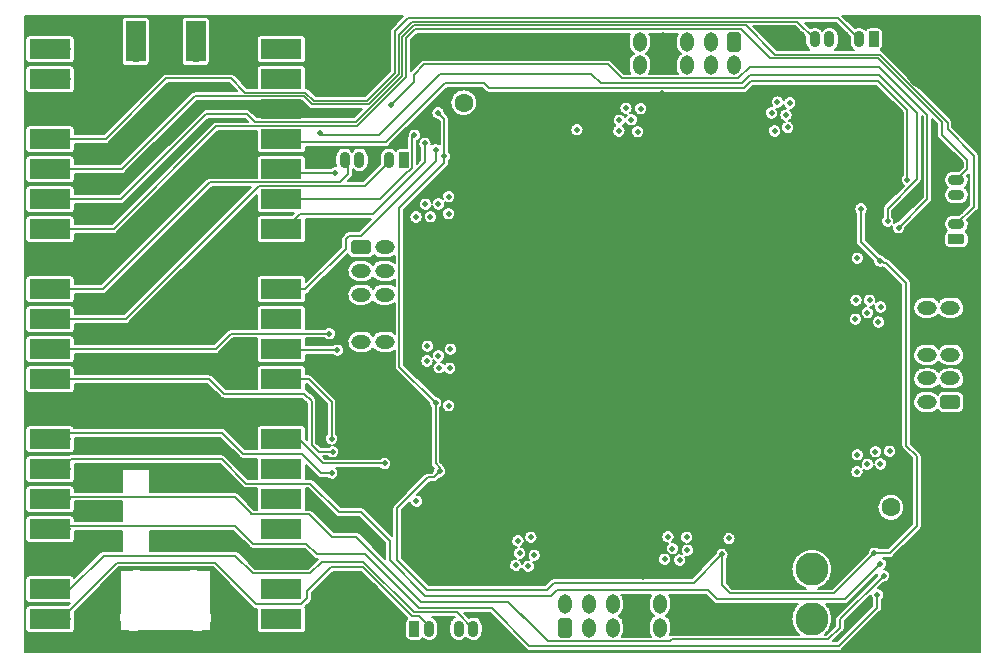
<source format=gbl>
%TF.GenerationSoftware,KiCad,Pcbnew,5.99.0-unknown-16ebb3a433~128~ubuntu20.04.1*%
%TF.CreationDate,2021-05-03T05:08:51+03:00*%
%TF.ProjectId,usb2stepper,75736232-7374-4657-9070-65722e6b6963,rev?*%
%TF.SameCoordinates,Original*%
%TF.FileFunction,Copper,L4,Bot*%
%TF.FilePolarity,Positive*%
%FSLAX46Y46*%
G04 Gerber Fmt 4.6, Leading zero omitted, Abs format (unit mm)*
G04 Created by KiCad (PCBNEW 5.99.0-unknown-16ebb3a433~128~ubuntu20.04.1) date 2021-05-03 05:08:51*
%MOMM*%
%LPD*%
G01*
G04 APERTURE LIST*
G04 Aperture macros list*
%AMRoundRect*
0 Rectangle with rounded corners*
0 $1 Rounding radius*
0 $2 $3 $4 $5 $6 $7 $8 $9 X,Y pos of 4 corners*
0 Add a 4 corners polygon primitive as box body*
4,1,4,$2,$3,$4,$5,$6,$7,$8,$9,$2,$3,0*
0 Add four circle primitives for the rounded corners*
1,1,$1+$1,$2,$3*
1,1,$1+$1,$4,$5*
1,1,$1+$1,$6,$7*
1,1,$1+$1,$8,$9*
0 Add four rect primitives between the rounded corners*
20,1,$1+$1,$2,$3,$4,$5,0*
20,1,$1+$1,$4,$5,$6,$7,0*
20,1,$1+$1,$6,$7,$8,$9,0*
20,1,$1+$1,$8,$9,$2,$3,0*%
G04 Aperture macros list end*
%TA.AperFunction,ComponentPad*%
%ADD10O,1.650000X1.200000*%
%TD*%
%TA.AperFunction,ComponentPad*%
%ADD11RoundRect,0.250000X-0.575000X0.350000X-0.575000X-0.350000X0.575000X-0.350000X0.575000X0.350000X0*%
%TD*%
%TA.AperFunction,ComponentPad*%
%ADD12RoundRect,0.250000X0.350000X0.575000X-0.350000X0.575000X-0.350000X-0.575000X0.350000X-0.575000X0*%
%TD*%
%TA.AperFunction,ComponentPad*%
%ADD13O,1.200000X1.650000*%
%TD*%
%TA.AperFunction,ComponentPad*%
%ADD14O,1.700000X1.700000*%
%TD*%
%TA.AperFunction,SMDPad,CuDef*%
%ADD15R,3.500000X1.700000*%
%TD*%
%TA.AperFunction,ComponentPad*%
%ADD16R,1.700000X1.700000*%
%TD*%
%TA.AperFunction,SMDPad,CuDef*%
%ADD17R,1.700000X3.500000*%
%TD*%
%TA.AperFunction,ComponentPad*%
%ADD18C,0.800000*%
%TD*%
%TA.AperFunction,ComponentPad*%
%ADD19C,6.400000*%
%TD*%
%TA.AperFunction,ComponentPad*%
%ADD20C,1.600000*%
%TD*%
%TA.AperFunction,ComponentPad*%
%ADD21RoundRect,0.250000X-0.350000X-0.575000X0.350000X-0.575000X0.350000X0.575000X-0.350000X0.575000X0*%
%TD*%
%TA.AperFunction,ComponentPad*%
%ADD22C,6.497320*%
%TD*%
%TA.AperFunction,ComponentPad*%
%ADD23R,2.800000X2.800000*%
%TD*%
%TA.AperFunction,ComponentPad*%
%ADD24C,2.800000*%
%TD*%
%TA.AperFunction,ComponentPad*%
%ADD25RoundRect,0.225000X0.475000X-0.225000X0.475000X0.225000X-0.475000X0.225000X-0.475000X-0.225000X0*%
%TD*%
%TA.AperFunction,ComponentPad*%
%ADD26O,1.400000X0.900000*%
%TD*%
%TA.AperFunction,ComponentPad*%
%ADD27RoundRect,0.225000X-0.225000X-0.475000X0.225000X-0.475000X0.225000X0.475000X-0.225000X0.475000X0*%
%TD*%
%TA.AperFunction,ComponentPad*%
%ADD28O,0.900000X1.400000*%
%TD*%
%TA.AperFunction,ComponentPad*%
%ADD29RoundRect,0.225000X0.225000X0.475000X-0.225000X0.475000X-0.225000X-0.475000X0.225000X-0.475000X0*%
%TD*%
%TA.AperFunction,ComponentPad*%
%ADD30RoundRect,0.250000X0.575000X-0.350000X0.575000X0.350000X-0.575000X0.350000X-0.575000X-0.350000X0*%
%TD*%
%TA.AperFunction,ViaPad*%
%ADD31C,0.460000*%
%TD*%
%TA.AperFunction,Conductor*%
%ADD32C,0.152400*%
%TD*%
G04 APERTURE END LIST*
D10*
X85550000Y-111900000D03*
X83550000Y-111900000D03*
X85550000Y-109900000D03*
X83550000Y-109900000D03*
X85550000Y-107900000D03*
X83550000Y-107900000D03*
X85550000Y-105900000D03*
X83550000Y-105900000D03*
X85550000Y-103900000D03*
D11*
X83550000Y-103900000D03*
D12*
X115150000Y-86500000D03*
D13*
X115150000Y-88500000D03*
X113150000Y-86500000D03*
X113150000Y-88500000D03*
X111150000Y-86500000D03*
X111150000Y-88500000D03*
X109150000Y-86500000D03*
X109150000Y-88500000D03*
X107150000Y-86500000D03*
X107150000Y-88500000D03*
D14*
X58110000Y-135380000D03*
D15*
X57210000Y-135380000D03*
D14*
X58110000Y-132840000D03*
D15*
X57210000Y-132840000D03*
X57210000Y-130300000D03*
D16*
X58110000Y-130300000D03*
D15*
X57210000Y-127760000D03*
D14*
X58110000Y-127760000D03*
X58110000Y-125220000D03*
D15*
X57210000Y-125220000D03*
X57210000Y-122680000D03*
D14*
X58110000Y-122680000D03*
D15*
X57210000Y-120140000D03*
D14*
X58110000Y-120140000D03*
D15*
X57210000Y-117600000D03*
D16*
X58110000Y-117600000D03*
D15*
X57210000Y-115060000D03*
D14*
X58110000Y-115060000D03*
X58110000Y-112520000D03*
D15*
X57210000Y-112520000D03*
X57210000Y-109980000D03*
D14*
X58110000Y-109980000D03*
D15*
X57210000Y-107440000D03*
D14*
X58110000Y-107440000D03*
D15*
X57210000Y-104900000D03*
D16*
X58110000Y-104900000D03*
D14*
X58110000Y-102360000D03*
D15*
X57210000Y-102360000D03*
D14*
X58110000Y-99820000D03*
D15*
X57210000Y-99820000D03*
D14*
X58110000Y-97280000D03*
D15*
X57210000Y-97280000D03*
D14*
X58110000Y-94740000D03*
D15*
X57210000Y-94740000D03*
D16*
X58110000Y-92200000D03*
D15*
X57210000Y-92200000D03*
X57210000Y-89660000D03*
D14*
X58110000Y-89660000D03*
X58110000Y-87120000D03*
D15*
X57210000Y-87120000D03*
D14*
X75890000Y-87120000D03*
D15*
X76790000Y-87120000D03*
D14*
X75890000Y-89660000D03*
D15*
X76790000Y-89660000D03*
X76790000Y-92200000D03*
D16*
X75890000Y-92200000D03*
D15*
X76790000Y-94740000D03*
D14*
X75890000Y-94740000D03*
D15*
X76790000Y-97280000D03*
D14*
X75890000Y-97280000D03*
D15*
X76790000Y-99820000D03*
D14*
X75890000Y-99820000D03*
D15*
X76790000Y-102360000D03*
D14*
X75890000Y-102360000D03*
D15*
X76790000Y-104900000D03*
D16*
X75890000Y-104900000D03*
D14*
X75890000Y-107440000D03*
D15*
X76790000Y-107440000D03*
X76790000Y-109980000D03*
D14*
X75890000Y-109980000D03*
D15*
X76790000Y-112520000D03*
D14*
X75890000Y-112520000D03*
D15*
X76790000Y-115060000D03*
D14*
X75890000Y-115060000D03*
D15*
X76790000Y-117600000D03*
D16*
X75890000Y-117600000D03*
D14*
X75890000Y-120140000D03*
D15*
X76790000Y-120140000D03*
D14*
X75890000Y-122680000D03*
D15*
X76790000Y-122680000D03*
X76790000Y-125220000D03*
D14*
X75890000Y-125220000D03*
X75890000Y-127760000D03*
D15*
X76790000Y-127760000D03*
D16*
X75890000Y-130300000D03*
D15*
X76790000Y-130300000D03*
X76790000Y-132840000D03*
D14*
X75890000Y-132840000D03*
D15*
X76790000Y-135380000D03*
D14*
X75890000Y-135380000D03*
X64460000Y-87350000D03*
D17*
X64460000Y-86450000D03*
D16*
X67000000Y-87350000D03*
D17*
X67000000Y-86450000D03*
D14*
X69540000Y-87350000D03*
D17*
X69540000Y-86450000D03*
D18*
X132500000Y-132350000D03*
D19*
X132500000Y-134750000D03*
D18*
X134197056Y-136447056D03*
X134197056Y-133052944D03*
X134900000Y-134750000D03*
X130802944Y-136447056D03*
X130100000Y-134750000D03*
X130802944Y-133052944D03*
X132500000Y-137150000D03*
X84197056Y-89347056D03*
X82500000Y-85250000D03*
X84197056Y-85952944D03*
D19*
X82500000Y-87650000D03*
D18*
X80802944Y-85952944D03*
X80802944Y-89347056D03*
X80100000Y-87650000D03*
X82500000Y-90050000D03*
X84900000Y-87650000D03*
X132500000Y-85350000D03*
X134900000Y-87750000D03*
D19*
X132500000Y-87750000D03*
D18*
X130100000Y-87750000D03*
X134197056Y-86052944D03*
X130802944Y-89447056D03*
X130802944Y-86052944D03*
X132500000Y-90150000D03*
X134197056Y-89447056D03*
X80802944Y-136447056D03*
X82500000Y-137150000D03*
X84197056Y-133052944D03*
X80100000Y-134750000D03*
X84900000Y-134750000D03*
X80802944Y-133052944D03*
D19*
X82500000Y-134750000D03*
D18*
X84197056Y-136447056D03*
X82500000Y-132350000D03*
D20*
X92250000Y-91650000D03*
X92250000Y-86650000D03*
X128400000Y-125920000D03*
X133400000Y-125920000D03*
D21*
X100850000Y-136100000D03*
D13*
X100850000Y-134100000D03*
X102850000Y-136100000D03*
X102850000Y-134100000D03*
X104850000Y-136100000D03*
X104850000Y-134100000D03*
X106850000Y-136100000D03*
X106850000Y-134100000D03*
X108850000Y-136100000D03*
X108850000Y-134100000D03*
D22*
X90750000Y-128750000D03*
X125750000Y-93750000D03*
D23*
X116220000Y-131150000D03*
D24*
X116220000Y-135350000D03*
X121720000Y-131150000D03*
X121720000Y-135350000D03*
D25*
X133950000Y-103200000D03*
D26*
X133950000Y-101950000D03*
X133950000Y-100700000D03*
X133950000Y-99450000D03*
X133950000Y-98200000D03*
X133950000Y-96950000D03*
D27*
X88050000Y-136200000D03*
D28*
X89300000Y-136200000D03*
X90550000Y-136200000D03*
X91800000Y-136200000D03*
X93050000Y-136200000D03*
X94300000Y-136200000D03*
D29*
X126950000Y-86300000D03*
D28*
X125700000Y-86300000D03*
X124450000Y-86300000D03*
X123200000Y-86300000D03*
X121950000Y-86300000D03*
X120700000Y-86300000D03*
D30*
X133450000Y-117000000D03*
D10*
X131450000Y-117000000D03*
X133450000Y-115000000D03*
X131450000Y-115000000D03*
X133450000Y-113000000D03*
X131450000Y-113000000D03*
X133450000Y-111000000D03*
X131450000Y-111000000D03*
X133450000Y-109000000D03*
X131450000Y-109000000D03*
D29*
X87150000Y-96500000D03*
D28*
X85900000Y-96500000D03*
X84650000Y-96500000D03*
X83400000Y-96500000D03*
X82150000Y-96500000D03*
X80900000Y-96500000D03*
D31*
X108250000Y-129950000D03*
X108250000Y-128425000D03*
X109100000Y-127662500D03*
X108250000Y-126900000D03*
X109100000Y-129187500D03*
X102100000Y-120200000D03*
X102720000Y-120200000D03*
X103340000Y-120200000D03*
X103960000Y-120200000D03*
X104580000Y-120200000D03*
X105200000Y-120200000D03*
X102410000Y-120715000D03*
X103030000Y-120715000D03*
X103650000Y-120715000D03*
X104270000Y-120715000D03*
X104890000Y-120715000D03*
X102100000Y-121230000D03*
X102720000Y-121230000D03*
X103340000Y-121230000D03*
X103960000Y-121230000D03*
X104580000Y-121230000D03*
X105200000Y-121230000D03*
X102410000Y-121745000D03*
X103030000Y-121745000D03*
X103650000Y-121745000D03*
X104270000Y-121745000D03*
X104890000Y-121745000D03*
X102100000Y-122260000D03*
X102720000Y-122260000D03*
X103340000Y-122260000D03*
X103960000Y-122260000D03*
X104580000Y-122260000D03*
X105200000Y-122260000D03*
X102410000Y-122775000D03*
X103030000Y-122775000D03*
X103650000Y-122775000D03*
X104270000Y-122775000D03*
X104890000Y-122775000D03*
X102100000Y-123290000D03*
X102720000Y-123290000D03*
X103340000Y-123290000D03*
X103960000Y-123290000D03*
X104580000Y-123290000D03*
X105200000Y-123290000D03*
X117200000Y-114300000D03*
X117820000Y-114300000D03*
X118440000Y-114300000D03*
X119060000Y-114300000D03*
X119680000Y-114300000D03*
X120300000Y-114300000D03*
X117510000Y-114815000D03*
X118130000Y-114815000D03*
X118750000Y-114815000D03*
X119370000Y-114815000D03*
X119990000Y-114815000D03*
X117200000Y-115330000D03*
X117820000Y-115330000D03*
X118440000Y-115330000D03*
X119060000Y-115330000D03*
X119680000Y-115330000D03*
X120300000Y-115330000D03*
X117510000Y-115845000D03*
X118130000Y-115845000D03*
X118750000Y-115845000D03*
X119370000Y-115845000D03*
X119990000Y-115845000D03*
X117200000Y-116360000D03*
X117820000Y-116360000D03*
X118440000Y-116360000D03*
X119060000Y-116360000D03*
X119680000Y-116360000D03*
X120300000Y-116360000D03*
X117510000Y-116875000D03*
X118130000Y-116875000D03*
X118750000Y-116875000D03*
X119370000Y-116875000D03*
X119990000Y-116875000D03*
X117200000Y-117390000D03*
X117820000Y-117390000D03*
X118440000Y-117390000D03*
X119060000Y-117390000D03*
X119680000Y-117390000D03*
X120300000Y-117390000D03*
X111300000Y-99200000D03*
X111920000Y-99200000D03*
X112540000Y-99200000D03*
X113160000Y-99200000D03*
X113780000Y-99200000D03*
X114400000Y-99200000D03*
X111610000Y-99715000D03*
X112230000Y-99715000D03*
X112850000Y-99715000D03*
X113470000Y-99715000D03*
X114090000Y-99715000D03*
X111300000Y-100230000D03*
X111920000Y-100230000D03*
X112540000Y-100230000D03*
X113160000Y-100230000D03*
X113780000Y-100230000D03*
X114400000Y-100230000D03*
X111610000Y-100745000D03*
X112230000Y-100745000D03*
X112850000Y-100745000D03*
X113470000Y-100745000D03*
X114090000Y-100745000D03*
X111300000Y-101260000D03*
X111920000Y-101260000D03*
X112540000Y-101260000D03*
X113160000Y-101260000D03*
X113780000Y-101260000D03*
X114400000Y-101260000D03*
X111610000Y-101775000D03*
X112230000Y-101775000D03*
X112850000Y-101775000D03*
X113470000Y-101775000D03*
X114090000Y-101775000D03*
X111300000Y-102290000D03*
X111920000Y-102290000D03*
X112540000Y-102290000D03*
X113160000Y-102290000D03*
X113780000Y-102290000D03*
X114400000Y-102290000D03*
X96200000Y-105100000D03*
X96820000Y-105100000D03*
X97440000Y-105100000D03*
X98060000Y-105100000D03*
X98680000Y-105100000D03*
X99300000Y-105100000D03*
X96510000Y-105615000D03*
X97130000Y-105615000D03*
X97750000Y-105615000D03*
X98370000Y-105615000D03*
X98990000Y-105615000D03*
X96200000Y-106130000D03*
X96820000Y-106130000D03*
X97440000Y-106130000D03*
X98060000Y-106130000D03*
X98680000Y-106130000D03*
X99300000Y-106130000D03*
X96510000Y-106645000D03*
X97130000Y-106645000D03*
X97750000Y-106645000D03*
X98370000Y-106645000D03*
X98990000Y-106645000D03*
X96200000Y-107160000D03*
X96820000Y-107160000D03*
X97440000Y-107160000D03*
X98060000Y-107160000D03*
X98680000Y-107160000D03*
X99300000Y-107160000D03*
X96510000Y-107675000D03*
X97130000Y-107675000D03*
X97750000Y-107675000D03*
X98370000Y-107675000D03*
X98990000Y-107675000D03*
X96200000Y-108190000D03*
X96820000Y-108190000D03*
X97440000Y-108190000D03*
X98060000Y-108190000D03*
X98680000Y-108190000D03*
X99300000Y-108190000D03*
X122125000Y-118950000D03*
X122100002Y-112699998D03*
X131385000Y-106125000D03*
X127537943Y-117642241D03*
X128785646Y-112111184D03*
X94375000Y-103550000D03*
X94399998Y-109800002D03*
X93350000Y-111350004D03*
X83100000Y-114475000D03*
X83875000Y-115225000D03*
X89070000Y-105000000D03*
X87714354Y-110388816D03*
X115950000Y-97375000D03*
X109699998Y-97399998D03*
X114450000Y-92200000D03*
X112425000Y-106600000D03*
X113325000Y-115425000D03*
X102640062Y-105257506D03*
X113400000Y-105625000D03*
X113875000Y-116400000D03*
X113859938Y-117242494D03*
X106075000Y-108000000D03*
X106050000Y-110600000D03*
X106950000Y-111475000D03*
X107000000Y-107150000D03*
X109125000Y-107525000D03*
X109850000Y-108600000D03*
X99050000Y-126900000D03*
X98200000Y-129187500D03*
X98200000Y-127662500D03*
X99050000Y-128425000D03*
X99050000Y-129950000D03*
X89550000Y-111250000D03*
X91837500Y-112100000D03*
X90312500Y-112100000D03*
X91075000Y-111250000D03*
X92600000Y-111250000D03*
X108250000Y-94075000D03*
X108250000Y-92550000D03*
X107400000Y-94837500D03*
X107400000Y-93312500D03*
X108250000Y-95600000D03*
X126187500Y-110400000D03*
X123900000Y-111250000D03*
X125425000Y-111250000D03*
X124662500Y-110400000D03*
X126950000Y-111250000D03*
X117450000Y-95600000D03*
X117450000Y-94075000D03*
X117450000Y-92550000D03*
X118300000Y-94837500D03*
X118300000Y-93312500D03*
X127075000Y-120425000D03*
X124025000Y-120425000D03*
X126312500Y-121275000D03*
X124787500Y-121275000D03*
X125550000Y-120425000D03*
X90950000Y-102075000D03*
X89425000Y-102075000D03*
X91712500Y-101225000D03*
X92475000Y-102075000D03*
X90187500Y-101225000D03*
X104850000Y-107225000D03*
X109675000Y-110750000D03*
X104350000Y-112450000D03*
X81750000Y-110000000D03*
X109150000Y-115800000D03*
X120350000Y-129400000D03*
X103150004Y-116250000D03*
X123200000Y-111100000D03*
X134350000Y-129000000D03*
X94950000Y-86400000D03*
X100550000Y-115200000D03*
X89750000Y-94600000D03*
X128950000Y-101200000D03*
X104130000Y-86700000D03*
X107380466Y-131771390D03*
X127750000Y-129000000D03*
X125150000Y-126400000D03*
X91350000Y-96800000D03*
X105520000Y-86150000D03*
X81950000Y-111600000D03*
X123950000Y-134400000D03*
X123550000Y-97600000D03*
X80150000Y-117200000D03*
X100550000Y-125125000D03*
X117700000Y-96750004D03*
X96604021Y-120895454D03*
X133150000Y-91600000D03*
X103000000Y-107350000D03*
X115350000Y-129200000D03*
X95350000Y-91400000D03*
X123150000Y-90600000D03*
X108374996Y-125825004D03*
X129050000Y-120075000D03*
X128550000Y-104600000D03*
X118325000Y-123825000D03*
X89950000Y-87000000D03*
X101857759Y-130537943D03*
X103275000Y-106200000D03*
X81350000Y-102600000D03*
X116750000Y-90450000D03*
X130750000Y-104000000D03*
X127725000Y-132625000D03*
X102550000Y-112000000D03*
X98950000Y-99775000D03*
X81750000Y-123600000D03*
X123300000Y-120550000D03*
X106800002Y-125100002D03*
X117740207Y-122740207D03*
X120674996Y-101225000D03*
X112800000Y-108500000D03*
X102257506Y-116859938D03*
X87150000Y-94600000D03*
X126350000Y-99600000D03*
X93699996Y-101950000D03*
X134950000Y-93600000D03*
X99750000Y-131850000D03*
X106100000Y-109225000D03*
X109050000Y-90850000D03*
X83060000Y-123300000D03*
X131550000Y-129400000D03*
X114350004Y-106600000D03*
X125150000Y-135400000D03*
X123350000Y-99600000D03*
X119750000Y-101974994D03*
X123950000Y-131600000D03*
X132135000Y-106850000D03*
X99950000Y-91200000D03*
X95475000Y-121250000D03*
X104275000Y-116550000D03*
X81150000Y-107000000D03*
X128550000Y-131000000D03*
X83190000Y-127200000D03*
X89150000Y-122600000D03*
X111290000Y-136470000D03*
X98225000Y-99000000D03*
X100350000Y-86400000D03*
X111960000Y-111170000D03*
X107800000Y-105750000D03*
X112310000Y-135340000D03*
X80350000Y-120600000D03*
X132875000Y-122975000D03*
X86550000Y-121800000D03*
X100550000Y-94400000D03*
X108149993Y-96724997D03*
X111350000Y-116200000D03*
X103350000Y-113800000D03*
X87350000Y-103175000D03*
X83130000Y-125310000D03*
X128750000Y-85400000D03*
X88750000Y-117200000D03*
X110525000Y-130375000D03*
X101825000Y-93950000D03*
X125550000Y-104825000D03*
X97700000Y-130900000D03*
X89125000Y-113525000D03*
X90150000Y-114100000D03*
X89150000Y-112275000D03*
X90100000Y-113075000D03*
X91050000Y-114125000D03*
X91100000Y-112525000D03*
X105375000Y-94050000D03*
X106425000Y-93100000D03*
X105975000Y-92125000D03*
X105400000Y-93150000D03*
X107225000Y-92150000D03*
X106975000Y-94100000D03*
X127350000Y-110225000D03*
X126400000Y-109425000D03*
X125450000Y-108375000D03*
X125400000Y-109975000D03*
X118575000Y-94050000D03*
X118800000Y-91600000D03*
X118300000Y-92525000D03*
X119520000Y-92700000D03*
X119675000Y-93750000D03*
X119850000Y-91675000D03*
X125525000Y-122900000D03*
X90975000Y-99600000D03*
X90100000Y-100230000D03*
X89410000Y-101310000D03*
X89000000Y-100262500D03*
X88200000Y-101330000D03*
X90950000Y-101050000D03*
X98200000Y-129975000D03*
X128300000Y-121170000D03*
X90975006Y-117300000D03*
X109525000Y-128400000D03*
X96650000Y-130825000D03*
X111175000Y-129550000D03*
X111125000Y-128450000D03*
X96825000Y-128750000D03*
X96980000Y-129800000D03*
X126600000Y-108375000D03*
X127525000Y-108950000D03*
X127090000Y-121190000D03*
X109900000Y-129400000D03*
X127500000Y-122237500D03*
X88220000Y-125410000D03*
X125550000Y-121450000D03*
X114700000Y-128550000D03*
X126400000Y-122270000D03*
X109250000Y-130300000D03*
X97925000Y-128450000D03*
X80850006Y-111200000D03*
X125871399Y-100646399D03*
X90060000Y-92520000D03*
X90200000Y-122850000D03*
X81350000Y-97600000D03*
X114099992Y-129900000D03*
X89850000Y-117075000D03*
X90600000Y-96200000D03*
X127000000Y-129800000D03*
X127450000Y-105050000D03*
X127500000Y-130700000D03*
X127778960Y-131693927D03*
X89850000Y-95628610D03*
X128125000Y-101675000D03*
X80050000Y-94200000D03*
X127250000Y-133325000D03*
X88950000Y-95100000D03*
X81050000Y-123000000D03*
X81150000Y-121200000D03*
X129800000Y-98200000D03*
X88050000Y-94400000D03*
X81050000Y-120100000D03*
X129049996Y-102250000D03*
X86050000Y-91848100D03*
X81550000Y-112600000D03*
X85550000Y-122200000D03*
D32*
X127250000Y-133325000D02*
X127250000Y-134400000D01*
X127250000Y-134400000D02*
X124000000Y-137650000D01*
X94600000Y-134450000D02*
X88450000Y-134450000D01*
X124000000Y-137650000D02*
X97800000Y-137650000D01*
X83875000Y-129875000D02*
X79800000Y-129875000D01*
X58370000Y-127500000D02*
X58110000Y-127760000D01*
X97800000Y-137650000D02*
X94600000Y-134450000D01*
X88450000Y-134450000D02*
X83875000Y-129875000D01*
X72900000Y-127500000D02*
X58370000Y-127500000D01*
X79800000Y-129875000D02*
X78925000Y-129000000D01*
X78925000Y-129000000D02*
X74400000Y-129000000D01*
X74400000Y-129000000D02*
X72900000Y-127500000D01*
X127778960Y-131693927D02*
X124100000Y-135372887D01*
X123100000Y-137100000D02*
X109850000Y-137100000D01*
X124100000Y-135372887D02*
X124100000Y-136100000D01*
X124100000Y-136100000D02*
X123100000Y-137100000D01*
X109850000Y-137100000D02*
X109690000Y-137260000D01*
X109690000Y-137260000D02*
X99360000Y-137260000D01*
X99360000Y-137260000D02*
X99253120Y-137153120D01*
X129800000Y-98200000D02*
X129800000Y-92300000D01*
X116000000Y-90400000D02*
X109277990Y-90400000D01*
X129800000Y-92300000D02*
X127300000Y-89800000D01*
X116600000Y-89800000D02*
X116000000Y-90400000D01*
X93980000Y-90000000D02*
X90650000Y-90000000D01*
X127300000Y-89800000D02*
X116600000Y-89800000D01*
X109277990Y-90400000D02*
X109269889Y-90391899D01*
X90650000Y-90000000D02*
X85650000Y-95000000D01*
X109269889Y-90391899D02*
X94371899Y-90391899D01*
X94371899Y-90391899D02*
X93980000Y-90000000D01*
X85650000Y-95000000D02*
X76150000Y-95000000D01*
X90600000Y-96200000D02*
X90600000Y-93060000D01*
X90600000Y-93060000D02*
X90060000Y-92520000D01*
X81650000Y-126300000D02*
X79250000Y-123900000D01*
X86000000Y-130400000D02*
X86000000Y-128750000D01*
X89000000Y-133400000D02*
X86000000Y-130400000D01*
X73825000Y-123900000D02*
X71755000Y-121830000D01*
X99660000Y-133400000D02*
X89000000Y-133400000D01*
X83550000Y-126300000D02*
X81650000Y-126300000D01*
X112900000Y-132900000D02*
X100160000Y-132900000D01*
X100160000Y-132900000D02*
X99660000Y-133400000D01*
X71755000Y-121830000D02*
X58960000Y-121830000D01*
X113671399Y-133671399D02*
X112900000Y-132900000D01*
X124528601Y-133671399D02*
X113671399Y-133671399D01*
X79250000Y-123900000D02*
X73825000Y-123900000D01*
X86000000Y-128750000D02*
X83550000Y-126300000D01*
X127500000Y-130700000D02*
X124528601Y-133671399D01*
X58960000Y-121830000D02*
X58110000Y-122680000D01*
X114099992Y-129900000D02*
X111699992Y-132300000D01*
X99280000Y-132900000D02*
X89125000Y-132900000D01*
X111699992Y-132300000D02*
X99880000Y-132300000D01*
X99880000Y-132300000D02*
X99280000Y-132900000D01*
X86600000Y-130375000D02*
X86600000Y-125975736D01*
X89125000Y-132900000D02*
X86600000Y-130375000D01*
X86600000Y-125975736D02*
X89200736Y-123375000D01*
X89700000Y-123375000D02*
X90200000Y-122875000D01*
X89200736Y-123375000D02*
X89700000Y-123375000D01*
X90200000Y-122875000D02*
X90200000Y-122850000D01*
X72550000Y-111200000D02*
X71230000Y-112520000D01*
X80850006Y-111200000D02*
X72550000Y-111200000D01*
X71230000Y-112520000D02*
X58110000Y-112520000D01*
X127660000Y-105050000D02*
X127820000Y-105210000D01*
X128300000Y-129800000D02*
X127000000Y-129800000D01*
X130600000Y-121600000D02*
X130600000Y-127500000D01*
X86800000Y-100550000D02*
X86800000Y-114025000D01*
X89850000Y-117075000D02*
X89850000Y-122200000D01*
X90600000Y-96750000D02*
X86800000Y-100550000D01*
X130600000Y-127500000D02*
X128300000Y-129800000D01*
X127820000Y-105210000D02*
X128010000Y-105210000D01*
X129700000Y-120700000D02*
X130600000Y-121600000D01*
X114099992Y-132499992D02*
X114800000Y-133200000D01*
X114800000Y-133200000D02*
X123600000Y-133200000D01*
X90200000Y-122550000D02*
X90200000Y-122850000D01*
X129700000Y-106900000D02*
X129700000Y-120700000D01*
X128010000Y-105210000D02*
X129700000Y-106900000D01*
X125871399Y-100646399D02*
X125871399Y-103471399D01*
X123600000Y-133200000D02*
X127000000Y-129800000D01*
X86800000Y-114025000D02*
X89850000Y-117075000D01*
X114099992Y-129900000D02*
X114099992Y-132499992D01*
X125871399Y-103471399D02*
X127450000Y-105050000D01*
X127450000Y-105050000D02*
X127660000Y-105050000D01*
X90600000Y-96200000D02*
X90600000Y-96750000D01*
X89850000Y-122200000D02*
X90200000Y-122550000D01*
X81350000Y-97600000D02*
X76210000Y-97600000D01*
X72850000Y-125000000D02*
X58330000Y-125000000D01*
X99253120Y-137153120D02*
X96000000Y-133900000D01*
X99253120Y-137153120D02*
X97050000Y-134950000D01*
X81050000Y-128400000D02*
X79150000Y-126500000D01*
X74250000Y-126400000D02*
X72850000Y-125000000D01*
X79150000Y-126500000D02*
X74250000Y-126500000D01*
X83150000Y-128400000D02*
X81050000Y-128400000D01*
X74250000Y-126500000D02*
X74250000Y-126400000D01*
X88600000Y-133900000D02*
X84250000Y-129550000D01*
X58330000Y-125000000D02*
X58110000Y-125220000D01*
X84250000Y-129550000D02*
X84250000Y-129500000D01*
X96000000Y-133900000D02*
X88600000Y-133900000D01*
X84250000Y-129500000D02*
X83150000Y-128400000D01*
X89850000Y-96613218D02*
X89850000Y-95628610D01*
X75890000Y-107440000D02*
X78836437Y-107440000D01*
X82550000Y-102900000D02*
X83563218Y-102900000D01*
X83563218Y-102900000D02*
X89850000Y-96613218D01*
X82250000Y-104026437D02*
X82250000Y-103200000D01*
X78836437Y-107440000D02*
X82250000Y-104026437D01*
X82250000Y-103200000D02*
X82550000Y-102900000D01*
X103850000Y-90000000D02*
X115780360Y-90000000D01*
X90250000Y-89200000D02*
X103050000Y-89200000D01*
X80250000Y-94400000D02*
X85050000Y-94400000D01*
X130600000Y-92500000D02*
X130600000Y-98150000D01*
X128125000Y-100625000D02*
X128125000Y-101675000D01*
X116480360Y-89300000D02*
X127400000Y-89300000D01*
X103050000Y-89200000D02*
X103850000Y-90000000D01*
X115780360Y-90000000D02*
X116480360Y-89300000D01*
X130600000Y-98150000D02*
X128125000Y-100625000D01*
X127400000Y-89300000D02*
X130600000Y-92500000D01*
X85050000Y-94400000D02*
X90250000Y-89200000D01*
X80050000Y-94200000D02*
X80250000Y-94400000D01*
X78352081Y-101100000D02*
X77092081Y-102360000D01*
X84550000Y-101100000D02*
X78352081Y-101100000D01*
X88950000Y-95100000D02*
X88950000Y-96700000D01*
X88950000Y-96700000D02*
X84550000Y-101100000D01*
X78521482Y-121400000D02*
X73575000Y-121400000D01*
X81050000Y-123000000D02*
X80121482Y-123000000D01*
X58650000Y-119600000D02*
X58110000Y-120140000D01*
X73575000Y-121400000D02*
X71775000Y-119600000D01*
X80121482Y-123000000D02*
X78521482Y-121400000D01*
X71775000Y-119600000D02*
X58650000Y-119600000D01*
X79350000Y-116900000D02*
X78750000Y-116300000D01*
X81150000Y-121200000D02*
X79950000Y-121200000D01*
X78750000Y-116300000D02*
X71950000Y-116300000D01*
X79950000Y-121200000D02*
X79350000Y-120600000D01*
X79350000Y-120600000D02*
X79350000Y-116900000D01*
X70710000Y-115060000D02*
X58110000Y-115060000D01*
X71950000Y-116300000D02*
X70710000Y-115060000D01*
X116095189Y-85095189D02*
X118595189Y-87595189D01*
X118595189Y-87595189D02*
X127457323Y-87595189D01*
X133207599Y-93907599D02*
X135450000Y-96150000D01*
X133207599Y-93345466D02*
X133207599Y-93907599D01*
X63230000Y-99820000D02*
X70450000Y-92600000D01*
X58110000Y-99820000D02*
X63230000Y-99820000D01*
X74554811Y-93295189D02*
X83116945Y-93295189D01*
X73859622Y-92600000D02*
X74554811Y-93295189D01*
X135450000Y-100450000D02*
X133950000Y-101950000D01*
X88023744Y-85095189D02*
X116095189Y-85095189D01*
X83116945Y-93295189D02*
X87045189Y-89366945D01*
X87045189Y-89366945D02*
X87045189Y-86073744D01*
X135450000Y-96150000D02*
X135450000Y-100450000D01*
X127457323Y-87595189D02*
X133207599Y-93345466D01*
X70450000Y-92600000D02*
X73859622Y-92600000D01*
X87045189Y-86073744D02*
X88023744Y-85095189D01*
X132700000Y-93268933D02*
X127331067Y-87900000D01*
X133332600Y-98250000D02*
X134110000Y-98250000D01*
X87350000Y-89500000D02*
X83188601Y-93661399D01*
X71288601Y-93661399D02*
X62590000Y-102360000D01*
X118200000Y-87900000D02*
X115700000Y-85400000D01*
X62590000Y-102360000D02*
X58110000Y-102360000D01*
X132700000Y-94350000D02*
X132700000Y-93268933D01*
X83188601Y-93661399D02*
X71288601Y-93661399D01*
X134878120Y-97271880D02*
X134878120Y-96528120D01*
X134878120Y-96528120D02*
X132700000Y-94350000D01*
X87350000Y-86200000D02*
X87350000Y-89500000D01*
X88150000Y-85400000D02*
X87350000Y-86200000D01*
X127331067Y-87900000D02*
X118200000Y-87900000D01*
X133950000Y-98200000D02*
X134878120Y-97271880D01*
X115700000Y-85400000D02*
X88150000Y-85400000D01*
X85900000Y-96500000D02*
X85900000Y-96650000D01*
X83850000Y-98700000D02*
X74898518Y-98700000D01*
X85900000Y-96650000D02*
X83850000Y-98700000D01*
X74898518Y-98700000D02*
X63618518Y-109980000D01*
X63618518Y-109980000D02*
X58110000Y-109980000D01*
X81754811Y-98395189D02*
X70754811Y-98395189D01*
X82450000Y-97700000D02*
X81754811Y-98395189D01*
X61710000Y-107440000D02*
X58110000Y-107440000D01*
X70754811Y-98395189D02*
X61710000Y-107440000D01*
X82450000Y-96800000D02*
X82450000Y-97700000D01*
X79000000Y-132966300D02*
X79000000Y-133600000D01*
X80966300Y-131000000D02*
X79000000Y-132966300D01*
X78500000Y-134100000D02*
X74650000Y-134100000D01*
X89300000Y-135950000D02*
X88454311Y-135104311D01*
X83750000Y-131000000D02*
X80966300Y-131000000D01*
X74650000Y-134100000D02*
X71150000Y-130600000D01*
X88454311Y-135104311D02*
X87854311Y-135104311D01*
X71150000Y-130600000D02*
X62890000Y-130600000D01*
X87854311Y-135104311D02*
X83750000Y-131000000D01*
X89300000Y-136200000D02*
X89300000Y-135950000D01*
X62890000Y-130600000D02*
X58110000Y-135380000D01*
X79000000Y-133600000D02*
X78500000Y-134100000D01*
X79250000Y-131500000D02*
X74400000Y-131500000D01*
X74400000Y-131500000D02*
X72900000Y-130000000D01*
X91650000Y-134800000D02*
X88050000Y-134800000D01*
X72900000Y-130000000D02*
X61750000Y-130000000D01*
X88050000Y-134800000D02*
X83750000Y-130500000D01*
X58910000Y-132840000D02*
X58110000Y-132840000D01*
X61750000Y-130000000D02*
X58910000Y-132840000D01*
X80250000Y-130500000D02*
X79250000Y-131500000D01*
X83750000Y-130500000D02*
X80250000Y-130500000D01*
X93050000Y-136200000D02*
X91650000Y-134800000D01*
X123885567Y-84485567D02*
X125700000Y-86300000D01*
X84050000Y-91500000D02*
X86400000Y-89150000D01*
X73745189Y-90795189D02*
X78827738Y-90795189D01*
X78827738Y-90795189D02*
X79532549Y-91500000D01*
X61910000Y-94740000D02*
X67050000Y-89600000D01*
X79532549Y-91500000D02*
X84050000Y-91500000D01*
X87514433Y-84485567D02*
X123885567Y-84485567D01*
X86400000Y-89150000D02*
X86400000Y-85600000D01*
X58110000Y-94740000D02*
X61910000Y-94740000D01*
X72550000Y-89600000D02*
X73745189Y-90795189D01*
X86400000Y-85600000D02*
X87514433Y-84485567D01*
X67050000Y-89600000D02*
X72550000Y-89600000D01*
X79406293Y-91804811D02*
X84176256Y-91804811D01*
X120440378Y-84790378D02*
X121950000Y-86300000D01*
X86740378Y-85947488D02*
X87897488Y-84790378D01*
X87897488Y-84790378D02*
X120440378Y-84790378D01*
X58110000Y-97280000D02*
X63270000Y-97280000D01*
X69450000Y-91100000D02*
X78701482Y-91100000D01*
X86740378Y-89240689D02*
X86740378Y-85947488D01*
X63270000Y-97280000D02*
X69450000Y-91100000D01*
X78701482Y-91100000D02*
X79406293Y-91804811D01*
X84176256Y-91804811D02*
X86740378Y-89240689D01*
X87521880Y-97428120D02*
X85130000Y-99820000D01*
X87853610Y-94596390D02*
X87853610Y-97144272D01*
X87569762Y-97428120D02*
X87521880Y-97428120D01*
X88050000Y-94400000D02*
X87853610Y-94596390D01*
X87853610Y-97144272D02*
X87569762Y-97428120D01*
X85130000Y-99820000D02*
X75890000Y-99820000D01*
X81050000Y-120100000D02*
X81050000Y-117000000D01*
X79110000Y-115060000D02*
X75890000Y-115060000D01*
X81050000Y-117000000D02*
X79110000Y-115060000D01*
X88900000Y-88400000D02*
X88000000Y-89300000D01*
X129049996Y-102250000D02*
X131500000Y-99799996D01*
X116446138Y-88600000D02*
X115446138Y-89600000D01*
X104450000Y-88400000D02*
X88900000Y-88400000D01*
X88000000Y-89300000D02*
X88000000Y-89898100D01*
X88000000Y-89898100D02*
X86050000Y-91848100D01*
X115446138Y-89600000D02*
X105650000Y-89600000D01*
X127400000Y-88600000D02*
X116446138Y-88600000D01*
X131500000Y-99799996D02*
X131500000Y-92700000D01*
X131500000Y-92700000D02*
X127400000Y-88600000D01*
X105650000Y-89600000D02*
X104450000Y-88400000D01*
X81550000Y-112600000D02*
X75970000Y-112600000D01*
X75890000Y-120140000D02*
X78290000Y-120140000D01*
X78290000Y-120140000D02*
X80350000Y-122200000D01*
X80350000Y-122200000D02*
X85550000Y-122200000D01*
X86125983Y-85302251D02*
X86095727Y-85327639D01*
X86078940Y-85347646D01*
X86058760Y-85382599D01*
X86035603Y-85415671D01*
X86024566Y-85439340D01*
X86023325Y-85443972D01*
X86020923Y-85448132D01*
X86011992Y-85472672D01*
X86004983Y-85512423D01*
X85994534Y-85551418D01*
X85992258Y-85577435D01*
X85995700Y-85616781D01*
X85995700Y-88982534D01*
X83882534Y-91095700D01*
X79700014Y-91095700D01*
X79125487Y-90521172D01*
X79100099Y-90490916D01*
X79080092Y-90474129D01*
X79045139Y-90453949D01*
X79012067Y-90430792D01*
X78988398Y-90419755D01*
X78983766Y-90418514D01*
X78979606Y-90416112D01*
X78955066Y-90407181D01*
X78915315Y-90400172D01*
X78876320Y-90389723D01*
X78873100Y-90389441D01*
X78873100Y-88810000D01*
X78871655Y-88795330D01*
X78852024Y-88696636D01*
X78840795Y-88669527D01*
X78784889Y-88585858D01*
X78764142Y-88565111D01*
X78680473Y-88509205D01*
X78653364Y-88497976D01*
X78554670Y-88478345D01*
X78540000Y-88476900D01*
X75040000Y-88476900D01*
X75025330Y-88478345D01*
X74926636Y-88497976D01*
X74899527Y-88509205D01*
X74815858Y-88565111D01*
X74795111Y-88585858D01*
X74739205Y-88669527D01*
X74727976Y-88696636D01*
X74708345Y-88795330D01*
X74706900Y-88810000D01*
X74706900Y-90390889D01*
X73912654Y-90390889D01*
X72847749Y-89325983D01*
X72822361Y-89295727D01*
X72802354Y-89278940D01*
X72767401Y-89258760D01*
X72734329Y-89235603D01*
X72710660Y-89224566D01*
X72706028Y-89223325D01*
X72701868Y-89220923D01*
X72677328Y-89211992D01*
X72637577Y-89204983D01*
X72598582Y-89194534D01*
X72572565Y-89192258D01*
X72533219Y-89195700D01*
X67066782Y-89195700D01*
X67027436Y-89192258D01*
X67001419Y-89194534D01*
X66962434Y-89204980D01*
X66922673Y-89211991D01*
X66898132Y-89220923D01*
X66893972Y-89223325D01*
X66889340Y-89224566D01*
X66865671Y-89235603D01*
X66832599Y-89258760D01*
X66797646Y-89278940D01*
X66777639Y-89295727D01*
X66752251Y-89325983D01*
X61742534Y-94335700D01*
X59293100Y-94335700D01*
X59293100Y-93890000D01*
X59291655Y-93875330D01*
X59272024Y-93776636D01*
X59260795Y-93749527D01*
X59204889Y-93665858D01*
X59184142Y-93645111D01*
X59100473Y-93589205D01*
X59073364Y-93577976D01*
X58974670Y-93558345D01*
X58960000Y-93556900D01*
X55460000Y-93556900D01*
X55445330Y-93558345D01*
X55346636Y-93577976D01*
X55319527Y-93589205D01*
X55235858Y-93645111D01*
X55215111Y-93665858D01*
X55159205Y-93749527D01*
X55147976Y-93776636D01*
X55128345Y-93875330D01*
X55126900Y-93890000D01*
X55126900Y-95590000D01*
X55128345Y-95604670D01*
X55147976Y-95703364D01*
X55159205Y-95730473D01*
X55215111Y-95814142D01*
X55235858Y-95834889D01*
X55319527Y-95890795D01*
X55346636Y-95902024D01*
X55445330Y-95921655D01*
X55460000Y-95923100D01*
X58960000Y-95923100D01*
X58974670Y-95921655D01*
X59073364Y-95902024D01*
X59100473Y-95890795D01*
X59184142Y-95834889D01*
X59204889Y-95814142D01*
X59260795Y-95730473D01*
X59272024Y-95703364D01*
X59291655Y-95604670D01*
X59293100Y-95590000D01*
X59293100Y-95144300D01*
X61893219Y-95144300D01*
X61932565Y-95147742D01*
X61958582Y-95145466D01*
X61997577Y-95135017D01*
X62037328Y-95128008D01*
X62061868Y-95119077D01*
X62066028Y-95116675D01*
X62070660Y-95115434D01*
X62094329Y-95104397D01*
X62127401Y-95081240D01*
X62162354Y-95061060D01*
X62182361Y-95044273D01*
X62207749Y-95014017D01*
X67217466Y-90004300D01*
X72382534Y-90004300D01*
X73073935Y-90695700D01*
X69466781Y-90695700D01*
X69427435Y-90692258D01*
X69401418Y-90694534D01*
X69362423Y-90704983D01*
X69322672Y-90711992D01*
X69298132Y-90720923D01*
X69293972Y-90723325D01*
X69289340Y-90724566D01*
X69265671Y-90735603D01*
X69232599Y-90758760D01*
X69197646Y-90778940D01*
X69177639Y-90795727D01*
X69152251Y-90825983D01*
X63102534Y-96875700D01*
X59293100Y-96875700D01*
X59293100Y-96430000D01*
X59291655Y-96415330D01*
X59272024Y-96316636D01*
X59260795Y-96289527D01*
X59204889Y-96205858D01*
X59184142Y-96185111D01*
X59100473Y-96129205D01*
X59073364Y-96117976D01*
X58974670Y-96098345D01*
X58960000Y-96096900D01*
X55460000Y-96096900D01*
X55445330Y-96098345D01*
X55346636Y-96117976D01*
X55319527Y-96129205D01*
X55235858Y-96185111D01*
X55215111Y-96205858D01*
X55159205Y-96289527D01*
X55147976Y-96316636D01*
X55128345Y-96415330D01*
X55126900Y-96430000D01*
X55126900Y-98130000D01*
X55128345Y-98144670D01*
X55147976Y-98243364D01*
X55159205Y-98270473D01*
X55215111Y-98354142D01*
X55235858Y-98374889D01*
X55319527Y-98430795D01*
X55346636Y-98442024D01*
X55445330Y-98461655D01*
X55460000Y-98463100D01*
X58960000Y-98463100D01*
X58974670Y-98461655D01*
X59073364Y-98442024D01*
X59100473Y-98430795D01*
X59184142Y-98374889D01*
X59204889Y-98354142D01*
X59260795Y-98270473D01*
X59272024Y-98243364D01*
X59291655Y-98144670D01*
X59293100Y-98130000D01*
X59293100Y-97684300D01*
X63253219Y-97684300D01*
X63292565Y-97687742D01*
X63318582Y-97685466D01*
X63357577Y-97675017D01*
X63397328Y-97668008D01*
X63421868Y-97659077D01*
X63426028Y-97656675D01*
X63430660Y-97655434D01*
X63454329Y-97644397D01*
X63487401Y-97621240D01*
X63522354Y-97601060D01*
X63542361Y-97584273D01*
X63567749Y-97554017D01*
X69617466Y-91504300D01*
X78534016Y-91504300D01*
X79108539Y-92078822D01*
X79133932Y-92109084D01*
X79153938Y-92125871D01*
X79188897Y-92146055D01*
X79221963Y-92169208D01*
X79245634Y-92180246D01*
X79250270Y-92181488D01*
X79254423Y-92183886D01*
X79278965Y-92192819D01*
X79318718Y-92199829D01*
X79357712Y-92210277D01*
X79383728Y-92212553D01*
X79423074Y-92209111D01*
X83631257Y-92209111D01*
X82949479Y-92890889D01*
X74722277Y-92890889D01*
X74157371Y-92325983D01*
X74131983Y-92295727D01*
X74111976Y-92278940D01*
X74077023Y-92258760D01*
X74043951Y-92235603D01*
X74020282Y-92224566D01*
X74015650Y-92223325D01*
X74011490Y-92220923D01*
X73986950Y-92211992D01*
X73947199Y-92204983D01*
X73908204Y-92194534D01*
X73882187Y-92192258D01*
X73842841Y-92195700D01*
X70466781Y-92195700D01*
X70427435Y-92192258D01*
X70401418Y-92194534D01*
X70362423Y-92204983D01*
X70322672Y-92211992D01*
X70298132Y-92220923D01*
X70293972Y-92223325D01*
X70289340Y-92224566D01*
X70265671Y-92235603D01*
X70232599Y-92258760D01*
X70197646Y-92278940D01*
X70177639Y-92295727D01*
X70152251Y-92325983D01*
X63062534Y-99415700D01*
X59293100Y-99415700D01*
X59293100Y-98970000D01*
X59291655Y-98955330D01*
X59272024Y-98856636D01*
X59260795Y-98829527D01*
X59204889Y-98745858D01*
X59184142Y-98725111D01*
X59100473Y-98669205D01*
X59073364Y-98657976D01*
X58974670Y-98638345D01*
X58960000Y-98636900D01*
X55460000Y-98636900D01*
X55445330Y-98638345D01*
X55346636Y-98657976D01*
X55319527Y-98669205D01*
X55235858Y-98725111D01*
X55215111Y-98745858D01*
X55159205Y-98829527D01*
X55147976Y-98856636D01*
X55128345Y-98955330D01*
X55126900Y-98970000D01*
X55126900Y-100670000D01*
X55128345Y-100684670D01*
X55147976Y-100783364D01*
X55159205Y-100810473D01*
X55215111Y-100894142D01*
X55235858Y-100914889D01*
X55319527Y-100970795D01*
X55346636Y-100982024D01*
X55445330Y-101001655D01*
X55460000Y-101003100D01*
X58960000Y-101003100D01*
X58974670Y-101001655D01*
X59073364Y-100982024D01*
X59100473Y-100970795D01*
X59184142Y-100914889D01*
X59204889Y-100894142D01*
X59260795Y-100810473D01*
X59272024Y-100783364D01*
X59291655Y-100684670D01*
X59293100Y-100670000D01*
X59293100Y-100224300D01*
X63213219Y-100224300D01*
X63252565Y-100227742D01*
X63278582Y-100225466D01*
X63317577Y-100215017D01*
X63357328Y-100208008D01*
X63381868Y-100199077D01*
X63386028Y-100196675D01*
X63390660Y-100195434D01*
X63414329Y-100184397D01*
X63447401Y-100161240D01*
X63482354Y-100141060D01*
X63502361Y-100124273D01*
X63527749Y-100094017D01*
X70617466Y-93004300D01*
X73692156Y-93004300D01*
X73944955Y-93257099D01*
X71305383Y-93257099D01*
X71266037Y-93253657D01*
X71240020Y-93255933D01*
X71201031Y-93266380D01*
X71161274Y-93273390D01*
X71136730Y-93282324D01*
X71132576Y-93284722D01*
X71127945Y-93285963D01*
X71104272Y-93297001D01*
X71071200Y-93320158D01*
X71036246Y-93340339D01*
X71016240Y-93357126D01*
X70990852Y-93387382D01*
X62422534Y-101955700D01*
X59293100Y-101955700D01*
X59293100Y-101510000D01*
X59291655Y-101495330D01*
X59272024Y-101396636D01*
X59260795Y-101369527D01*
X59204889Y-101285858D01*
X59184142Y-101265111D01*
X59100473Y-101209205D01*
X59073364Y-101197976D01*
X58974670Y-101178345D01*
X58960000Y-101176900D01*
X55460000Y-101176900D01*
X55445330Y-101178345D01*
X55346636Y-101197976D01*
X55319527Y-101209205D01*
X55235858Y-101265111D01*
X55215111Y-101285858D01*
X55159205Y-101369527D01*
X55147976Y-101396636D01*
X55128345Y-101495330D01*
X55126900Y-101510000D01*
X55126900Y-103210000D01*
X55128345Y-103224670D01*
X55147976Y-103323364D01*
X55159205Y-103350473D01*
X55215111Y-103434142D01*
X55235858Y-103454889D01*
X55319527Y-103510795D01*
X55346636Y-103522024D01*
X55445330Y-103541655D01*
X55460000Y-103543100D01*
X58960000Y-103543100D01*
X58974670Y-103541655D01*
X59073364Y-103522024D01*
X59100473Y-103510795D01*
X59184142Y-103454889D01*
X59204889Y-103434142D01*
X59260795Y-103350473D01*
X59272024Y-103323364D01*
X59291655Y-103224670D01*
X59293100Y-103210000D01*
X59293100Y-102764300D01*
X62573219Y-102764300D01*
X62612565Y-102767742D01*
X62638582Y-102765466D01*
X62677577Y-102755017D01*
X62717328Y-102748008D01*
X62741868Y-102739077D01*
X62746028Y-102736675D01*
X62750660Y-102735434D01*
X62774329Y-102724397D01*
X62807401Y-102701240D01*
X62842354Y-102681060D01*
X62862361Y-102664273D01*
X62887749Y-102634017D01*
X71456067Y-94065699D01*
X74706900Y-94065699D01*
X74706900Y-95590000D01*
X74708345Y-95604670D01*
X74727976Y-95703364D01*
X74739205Y-95730473D01*
X74795111Y-95814142D01*
X74815858Y-95834889D01*
X74899527Y-95890795D01*
X74926636Y-95902024D01*
X75025330Y-95921655D01*
X75040000Y-95923100D01*
X78540000Y-95923100D01*
X78554670Y-95921655D01*
X78653364Y-95902024D01*
X78680473Y-95890795D01*
X78764142Y-95834889D01*
X78784889Y-95814142D01*
X78840795Y-95730473D01*
X78852024Y-95703364D01*
X78871655Y-95604670D01*
X78873100Y-95590000D01*
X78873100Y-95404300D01*
X85633219Y-95404300D01*
X85672565Y-95407742D01*
X85698582Y-95405466D01*
X85737577Y-95395017D01*
X85777328Y-95388008D01*
X85801868Y-95379077D01*
X85806028Y-95376675D01*
X85810660Y-95375434D01*
X85834329Y-95364397D01*
X85867401Y-95341240D01*
X85902354Y-95321060D01*
X85922361Y-95304273D01*
X85947749Y-95274017D01*
X89580244Y-91641522D01*
X91117267Y-91641522D01*
X91134544Y-91847264D01*
X91137193Y-91861699D01*
X91194102Y-92060167D01*
X91199505Y-92073813D01*
X91293881Y-92257447D01*
X91301831Y-92269783D01*
X91430076Y-92431589D01*
X91440271Y-92442147D01*
X91597503Y-92575962D01*
X91609555Y-92584338D01*
X91789784Y-92685064D01*
X91803233Y-92690939D01*
X91999593Y-92754741D01*
X92013927Y-92757893D01*
X92218941Y-92782339D01*
X92233614Y-92782646D01*
X92439471Y-92766806D01*
X92453925Y-92764258D01*
X92652786Y-92708735D01*
X92666469Y-92703428D01*
X92850757Y-92610338D01*
X92863149Y-92602473D01*
X93025847Y-92475359D01*
X93036475Y-92465238D01*
X93171384Y-92308945D01*
X93179844Y-92296952D01*
X93281826Y-92117431D01*
X93287795Y-92104024D01*
X93352966Y-91908113D01*
X93356218Y-91893801D01*
X93382095Y-91688963D01*
X93382681Y-91680587D01*
X93383093Y-91651049D01*
X93382741Y-91642662D01*
X93362593Y-91437181D01*
X93359742Y-91422784D01*
X93300067Y-91225131D01*
X93294475Y-91211562D01*
X93197545Y-91029263D01*
X93189423Y-91017039D01*
X93058931Y-90857039D01*
X93048589Y-90846624D01*
X92889504Y-90715018D01*
X92877337Y-90706811D01*
X92695720Y-90608611D01*
X92682190Y-90602924D01*
X92484957Y-90541870D01*
X92470580Y-90538919D01*
X92265245Y-90517338D01*
X92250570Y-90517235D01*
X92044954Y-90535947D01*
X92030537Y-90538698D01*
X91832472Y-90596992D01*
X91818864Y-90602490D01*
X91635893Y-90698145D01*
X91623613Y-90706181D01*
X91462706Y-90835553D01*
X91452220Y-90845821D01*
X91319506Y-91003983D01*
X91311214Y-91016093D01*
X91211749Y-91197021D01*
X91205967Y-91210511D01*
X91143538Y-91407312D01*
X91140487Y-91421667D01*
X91117472Y-91626846D01*
X91117267Y-91641522D01*
X89580244Y-91641522D01*
X90817466Y-90404300D01*
X93812534Y-90404300D01*
X94074150Y-90665916D01*
X94099538Y-90696172D01*
X94119545Y-90712959D01*
X94154498Y-90733139D01*
X94187570Y-90756296D01*
X94211239Y-90767333D01*
X94215871Y-90768574D01*
X94220031Y-90770976D01*
X94244571Y-90779907D01*
X94284322Y-90786916D01*
X94323317Y-90797365D01*
X94349334Y-90799641D01*
X94388680Y-90796199D01*
X109194824Y-90796199D01*
X109229409Y-90805466D01*
X109255426Y-90807742D01*
X109294772Y-90804300D01*
X115983219Y-90804300D01*
X116022565Y-90807742D01*
X116048582Y-90805466D01*
X116087577Y-90795017D01*
X116127328Y-90788008D01*
X116151868Y-90779077D01*
X116156028Y-90776675D01*
X116160660Y-90775434D01*
X116184329Y-90764397D01*
X116217401Y-90741240D01*
X116252354Y-90721060D01*
X116272361Y-90704273D01*
X116297749Y-90674017D01*
X116767465Y-90204300D01*
X127132534Y-90204300D01*
X129395700Y-92467466D01*
X129395700Y-97814579D01*
X129335845Y-97882353D01*
X129324139Y-97900173D01*
X129265348Y-98025393D01*
X129259114Y-98045782D01*
X129237831Y-98182469D01*
X129237571Y-98203790D01*
X129255508Y-98340957D01*
X129261242Y-98361493D01*
X129316956Y-98488112D01*
X129328223Y-98506213D01*
X129417235Y-98612106D01*
X129433130Y-98626318D01*
X129504445Y-98673789D01*
X127850983Y-100327251D01*
X127820727Y-100352639D01*
X127803940Y-100372646D01*
X127783760Y-100407599D01*
X127760603Y-100440671D01*
X127749566Y-100464340D01*
X127748325Y-100468972D01*
X127745923Y-100473132D01*
X127736992Y-100497672D01*
X127729983Y-100537423D01*
X127719534Y-100576418D01*
X127717258Y-100602435D01*
X127720700Y-100641781D01*
X127720700Y-101289579D01*
X127660845Y-101357353D01*
X127649139Y-101375173D01*
X127590348Y-101500393D01*
X127584114Y-101520782D01*
X127562831Y-101657469D01*
X127562571Y-101678790D01*
X127580508Y-101815957D01*
X127586242Y-101836493D01*
X127641956Y-101963112D01*
X127653223Y-101981213D01*
X127742235Y-102087106D01*
X127758130Y-102101318D01*
X127873285Y-102177971D01*
X127892528Y-102187149D01*
X128024568Y-102228402D01*
X128045616Y-102231811D01*
X128183927Y-102234346D01*
X128205085Y-102231711D01*
X128338548Y-102195324D01*
X128358116Y-102186856D01*
X128476003Y-102114474D01*
X128492408Y-102100855D01*
X128515287Y-102075578D01*
X128509110Y-102095782D01*
X128487827Y-102232469D01*
X128487567Y-102253790D01*
X128505504Y-102390957D01*
X128511238Y-102411493D01*
X128566952Y-102538112D01*
X128578219Y-102556213D01*
X128667231Y-102662106D01*
X128683126Y-102676318D01*
X128798281Y-102752971D01*
X128817524Y-102762149D01*
X128949564Y-102803402D01*
X128970612Y-102806811D01*
X129108923Y-102809346D01*
X129130081Y-102806711D01*
X129263544Y-102770324D01*
X129283112Y-102761856D01*
X129400999Y-102689474D01*
X129417404Y-102675855D01*
X129510236Y-102573295D01*
X129522158Y-102555619D01*
X129582475Y-102431127D01*
X129588958Y-102410814D01*
X129611908Y-102274396D01*
X129612944Y-102262841D01*
X129612994Y-102258768D01*
X131774017Y-100097745D01*
X131804273Y-100072357D01*
X131821060Y-100052350D01*
X131841240Y-100017397D01*
X131864397Y-99984325D01*
X131875434Y-99960656D01*
X131876675Y-99956024D01*
X131879077Y-99951864D01*
X131888008Y-99927324D01*
X131895017Y-99887573D01*
X131905466Y-99848578D01*
X131907742Y-99822561D01*
X131904300Y-99783215D01*
X131904300Y-93044999D01*
X132295700Y-93436399D01*
X132295700Y-94333219D01*
X132292258Y-94372565D01*
X132294534Y-94398582D01*
X132304983Y-94437577D01*
X132311992Y-94477328D01*
X132320923Y-94501868D01*
X132323325Y-94506028D01*
X132324566Y-94510660D01*
X132335603Y-94534329D01*
X132358760Y-94567401D01*
X132378940Y-94602354D01*
X132395727Y-94622361D01*
X132425983Y-94647749D01*
X134473820Y-96695586D01*
X134473820Y-97104414D01*
X134156334Y-97421900D01*
X133658682Y-97421900D01*
X133649648Y-97422445D01*
X133522108Y-97437879D01*
X133504561Y-97442189D01*
X133345452Y-97502311D01*
X133329439Y-97510682D01*
X133189263Y-97607022D01*
X133175710Y-97618971D01*
X133062561Y-97745967D01*
X133052249Y-97760804D01*
X132972659Y-97911123D01*
X132966184Y-97927991D01*
X132924748Y-98092957D01*
X132922483Y-98110883D01*
X132921592Y-98280970D01*
X132923669Y-98298919D01*
X132963376Y-98464309D01*
X132969674Y-98481245D01*
X133047686Y-98632390D01*
X133057842Y-98647334D01*
X133169654Y-98775507D01*
X133183081Y-98787597D01*
X133236080Y-98824846D01*
X133189263Y-98857022D01*
X133175710Y-98868971D01*
X133062561Y-98995967D01*
X133052249Y-99010804D01*
X132972659Y-99161123D01*
X132966184Y-99177991D01*
X132924748Y-99342957D01*
X132922483Y-99360883D01*
X132921592Y-99530970D01*
X132923669Y-99548919D01*
X132963376Y-99714309D01*
X132969674Y-99731245D01*
X133047686Y-99882390D01*
X133057842Y-99897334D01*
X133169654Y-100025507D01*
X133183081Y-100037597D01*
X133322240Y-100135400D01*
X133338165Y-100143938D01*
X133496636Y-100205723D01*
X133514137Y-100210217D01*
X133645089Y-100227457D01*
X133654904Y-100228100D01*
X134241318Y-100228100D01*
X134250352Y-100227555D01*
X134377892Y-100212121D01*
X134395439Y-100207811D01*
X134554548Y-100147689D01*
X134570561Y-100139318D01*
X134710737Y-100042978D01*
X134724290Y-100031029D01*
X134837439Y-99904033D01*
X134847751Y-99889196D01*
X134927341Y-99738877D01*
X134933816Y-99722009D01*
X134975252Y-99557043D01*
X134977517Y-99539117D01*
X134978408Y-99369030D01*
X134976331Y-99351081D01*
X134936624Y-99185691D01*
X134930326Y-99168755D01*
X134852314Y-99017610D01*
X134842158Y-99002666D01*
X134730346Y-98874493D01*
X134716919Y-98862403D01*
X134663920Y-98825154D01*
X134710737Y-98792978D01*
X134724290Y-98781029D01*
X134837439Y-98654033D01*
X134847751Y-98639196D01*
X134927341Y-98488877D01*
X134933816Y-98472009D01*
X134975252Y-98307043D01*
X134977517Y-98289117D01*
X134978408Y-98119030D01*
X134976331Y-98101081D01*
X134936624Y-97935691D01*
X134930326Y-97918755D01*
X134886984Y-97834782D01*
X135045700Y-97676066D01*
X135045700Y-100282535D01*
X134156334Y-101171900D01*
X133658682Y-101171900D01*
X133649648Y-101172445D01*
X133522108Y-101187879D01*
X133504561Y-101192189D01*
X133345452Y-101252311D01*
X133329439Y-101260682D01*
X133189263Y-101357022D01*
X133175710Y-101368971D01*
X133062561Y-101495967D01*
X133052249Y-101510804D01*
X132972659Y-101661123D01*
X132966184Y-101677991D01*
X132924748Y-101842957D01*
X132922483Y-101860883D01*
X132921592Y-102030970D01*
X132923669Y-102048919D01*
X132963376Y-102214309D01*
X132969674Y-102231245D01*
X133047686Y-102382390D01*
X133057842Y-102397334D01*
X133160855Y-102515421D01*
X133062017Y-102600584D01*
X133048000Y-102616651D01*
X132973530Y-102731545D01*
X132964587Y-102750900D01*
X132925357Y-102882076D01*
X132922411Y-102898050D01*
X132922107Y-102902141D01*
X132921900Y-102907714D01*
X132921900Y-103459913D01*
X132922659Y-103470574D01*
X132937069Y-103571195D01*
X132943054Y-103591659D01*
X132999724Y-103716297D01*
X133011211Y-103734259D01*
X133100584Y-103837983D01*
X133116651Y-103852000D01*
X133231545Y-103926470D01*
X133250900Y-103935413D01*
X133382076Y-103974643D01*
X133398050Y-103977589D01*
X133402141Y-103977893D01*
X133407714Y-103978100D01*
X134459913Y-103978100D01*
X134470574Y-103977341D01*
X134571195Y-103962931D01*
X134591659Y-103956946D01*
X134716297Y-103900276D01*
X134734259Y-103888789D01*
X134837983Y-103799416D01*
X134852000Y-103783349D01*
X134926470Y-103668455D01*
X134935413Y-103649100D01*
X134974643Y-103517924D01*
X134977589Y-103501950D01*
X134977893Y-103497859D01*
X134978100Y-103492286D01*
X134978100Y-102940087D01*
X134977341Y-102929426D01*
X134962931Y-102828805D01*
X134956946Y-102808341D01*
X134900276Y-102683703D01*
X134888789Y-102665741D01*
X134799416Y-102562017D01*
X134783349Y-102548000D01*
X134736325Y-102517521D01*
X134837439Y-102404033D01*
X134847751Y-102389196D01*
X134927341Y-102238877D01*
X134933816Y-102222009D01*
X134975252Y-102057043D01*
X134977517Y-102039117D01*
X134978408Y-101869030D01*
X134976331Y-101851081D01*
X134936624Y-101685691D01*
X134930326Y-101668755D01*
X134886984Y-101584782D01*
X135724011Y-100747754D01*
X135754273Y-100722361D01*
X135771060Y-100702355D01*
X135791244Y-100667396D01*
X135814397Y-100634330D01*
X135825435Y-100610659D01*
X135826677Y-100606023D01*
X135829075Y-100601870D01*
X135838008Y-100577328D01*
X135845018Y-100537575D01*
X135855466Y-100498581D01*
X135857742Y-100472565D01*
X135854300Y-100433219D01*
X135854300Y-96166781D01*
X135857742Y-96127435D01*
X135855466Y-96101418D01*
X135845017Y-96062423D01*
X135838008Y-96022672D01*
X135829077Y-95998132D01*
X135826675Y-95993972D01*
X135825434Y-95989340D01*
X135814397Y-95965671D01*
X135791240Y-95932599D01*
X135771060Y-95897646D01*
X135754273Y-95877639D01*
X135724017Y-95852251D01*
X133611899Y-93740133D01*
X133611899Y-93362247D01*
X133615341Y-93322901D01*
X133613065Y-93296884D01*
X133602616Y-93257889D01*
X133595607Y-93218138D01*
X133586676Y-93193598D01*
X133584274Y-93189438D01*
X133583033Y-93184806D01*
X133571996Y-93161137D01*
X133548839Y-93128065D01*
X133528659Y-93093112D01*
X133511872Y-93073105D01*
X133481616Y-93047717D01*
X127755072Y-87321172D01*
X127729684Y-87290916D01*
X127709678Y-87274129D01*
X127674725Y-87253949D01*
X127641652Y-87230791D01*
X127617982Y-87219754D01*
X127613346Y-87218512D01*
X127609193Y-87216114D01*
X127584651Y-87207181D01*
X127544898Y-87200171D01*
X127532831Y-87196938D01*
X127587983Y-87149416D01*
X127602000Y-87133349D01*
X127676470Y-87018455D01*
X127685413Y-86999100D01*
X127724643Y-86867924D01*
X127727589Y-86851950D01*
X127727893Y-86847859D01*
X127728100Y-86842286D01*
X127728100Y-85790087D01*
X127727341Y-85779426D01*
X127712931Y-85678805D01*
X127706946Y-85658341D01*
X127650276Y-85533703D01*
X127638789Y-85515741D01*
X127549416Y-85412017D01*
X127533349Y-85398000D01*
X127418455Y-85323530D01*
X127399100Y-85314587D01*
X127267924Y-85275357D01*
X127251950Y-85272411D01*
X127247859Y-85272107D01*
X127242286Y-85271900D01*
X126690087Y-85271900D01*
X126679426Y-85272659D01*
X126578805Y-85287069D01*
X126558341Y-85293054D01*
X126433703Y-85349724D01*
X126415741Y-85361211D01*
X126312017Y-85450584D01*
X126298000Y-85466651D01*
X126267521Y-85513675D01*
X126154033Y-85412561D01*
X126139196Y-85402249D01*
X125988877Y-85322659D01*
X125972009Y-85316184D01*
X125807043Y-85274748D01*
X125789117Y-85272483D01*
X125619030Y-85271592D01*
X125601081Y-85273669D01*
X125435691Y-85313376D01*
X125418755Y-85319674D01*
X125334782Y-85363016D01*
X124299366Y-84327600D01*
X135922400Y-84327600D01*
X135922400Y-138172400D01*
X55077600Y-138172400D01*
X55077600Y-111670000D01*
X55126900Y-111670000D01*
X55126900Y-113370000D01*
X55128345Y-113384670D01*
X55147976Y-113483364D01*
X55159205Y-113510473D01*
X55215111Y-113594142D01*
X55235858Y-113614889D01*
X55319527Y-113670795D01*
X55346636Y-113682024D01*
X55445330Y-113701655D01*
X55460000Y-113703100D01*
X58960000Y-113703100D01*
X58974670Y-113701655D01*
X59073364Y-113682024D01*
X59100473Y-113670795D01*
X59184142Y-113614889D01*
X59204889Y-113594142D01*
X59260795Y-113510473D01*
X59272024Y-113483364D01*
X59291655Y-113384670D01*
X59293100Y-113370000D01*
X59293100Y-112924300D01*
X71213219Y-112924300D01*
X71252565Y-112927742D01*
X71278582Y-112925466D01*
X71317577Y-112915017D01*
X71357328Y-112908008D01*
X71381868Y-112899077D01*
X71386028Y-112896675D01*
X71390660Y-112895434D01*
X71414329Y-112884397D01*
X71447401Y-112861240D01*
X71482354Y-112841060D01*
X71502361Y-112824273D01*
X71527749Y-112794017D01*
X72717466Y-111604300D01*
X74718495Y-111604300D01*
X74708345Y-111655330D01*
X74706900Y-111670000D01*
X74706900Y-113370000D01*
X74708345Y-113384670D01*
X74727976Y-113483364D01*
X74739205Y-113510473D01*
X74795111Y-113594142D01*
X74815858Y-113614889D01*
X74899527Y-113670795D01*
X74926636Y-113682024D01*
X75025330Y-113701655D01*
X75040000Y-113703100D01*
X78540000Y-113703100D01*
X78554670Y-113701655D01*
X78653364Y-113682024D01*
X78680473Y-113670795D01*
X78764142Y-113614889D01*
X78784889Y-113594142D01*
X78840795Y-113510473D01*
X78852024Y-113483364D01*
X78871655Y-113384670D01*
X78873100Y-113370000D01*
X78873100Y-113004300D01*
X81160673Y-113004300D01*
X81167234Y-113012105D01*
X81183130Y-113026318D01*
X81298285Y-113102971D01*
X81317528Y-113112149D01*
X81449568Y-113153402D01*
X81470616Y-113156811D01*
X81608927Y-113159346D01*
X81630085Y-113156711D01*
X81763548Y-113120324D01*
X81783116Y-113111856D01*
X81901003Y-113039474D01*
X81917408Y-113025855D01*
X82010240Y-112923295D01*
X82022162Y-112905619D01*
X82082479Y-112781127D01*
X82088962Y-112760814D01*
X82111912Y-112624396D01*
X82112948Y-112612841D01*
X82113094Y-112600921D01*
X82112341Y-112589339D01*
X82092730Y-112452402D01*
X82086745Y-112431938D01*
X82029489Y-112306009D01*
X82018002Y-112288046D01*
X81927702Y-112183248D01*
X81911635Y-112169232D01*
X81795553Y-112093991D01*
X81776197Y-112085048D01*
X81643662Y-112045412D01*
X81622575Y-112042260D01*
X81484243Y-112041415D01*
X81463119Y-112044309D01*
X81330111Y-112082323D01*
X81310648Y-112091029D01*
X81193654Y-112164846D01*
X81177416Y-112178666D01*
X81162372Y-112195700D01*
X78873100Y-112195700D01*
X78873100Y-111670000D01*
X78871655Y-111655330D01*
X78861505Y-111604300D01*
X80460679Y-111604300D01*
X80467240Y-111612105D01*
X80483136Y-111626318D01*
X80598291Y-111702971D01*
X80617534Y-111712149D01*
X80749574Y-111753402D01*
X80770622Y-111756811D01*
X80908933Y-111759346D01*
X80930091Y-111756711D01*
X81063554Y-111720324D01*
X81083122Y-111711856D01*
X81201009Y-111639474D01*
X81217414Y-111625855D01*
X81310246Y-111523295D01*
X81322168Y-111505619D01*
X81382485Y-111381127D01*
X81388968Y-111360814D01*
X81411918Y-111224396D01*
X81412954Y-111212841D01*
X81413100Y-111200921D01*
X81412347Y-111189339D01*
X81392736Y-111052402D01*
X81386751Y-111031938D01*
X81329495Y-110906009D01*
X81318008Y-110888046D01*
X81227708Y-110783248D01*
X81211641Y-110769232D01*
X81095559Y-110693991D01*
X81076203Y-110685048D01*
X80943668Y-110645412D01*
X80922581Y-110642260D01*
X80784249Y-110641415D01*
X80763125Y-110644309D01*
X80630117Y-110682323D01*
X80610654Y-110691029D01*
X80493660Y-110764846D01*
X80477422Y-110778666D01*
X80462378Y-110795700D01*
X78873100Y-110795700D01*
X78873100Y-109130000D01*
X78871655Y-109115330D01*
X78852024Y-109016636D01*
X78840795Y-108989527D01*
X78784889Y-108905858D01*
X78764142Y-108885111D01*
X78680473Y-108829205D01*
X78653364Y-108817976D01*
X78554670Y-108798345D01*
X78540000Y-108796900D01*
X75040000Y-108796900D01*
X75025330Y-108798345D01*
X74926636Y-108817976D01*
X74899527Y-108829205D01*
X74815858Y-108885111D01*
X74795111Y-108905858D01*
X74739205Y-108989527D01*
X74727976Y-109016636D01*
X74708345Y-109115330D01*
X74706900Y-109130000D01*
X74706900Y-110795700D01*
X72566781Y-110795700D01*
X72527435Y-110792258D01*
X72501418Y-110794534D01*
X72462423Y-110804983D01*
X72422672Y-110811992D01*
X72398132Y-110820923D01*
X72393972Y-110823325D01*
X72389340Y-110824566D01*
X72365671Y-110835603D01*
X72332599Y-110858760D01*
X72297646Y-110878940D01*
X72277639Y-110895727D01*
X72252251Y-110925983D01*
X71062534Y-112115700D01*
X59293100Y-112115700D01*
X59293100Y-111670000D01*
X59291655Y-111655330D01*
X59272024Y-111556636D01*
X59260795Y-111529527D01*
X59204889Y-111445858D01*
X59184142Y-111425111D01*
X59100473Y-111369205D01*
X59073364Y-111357976D01*
X58974670Y-111338345D01*
X58960000Y-111336900D01*
X55460000Y-111336900D01*
X55445330Y-111338345D01*
X55346636Y-111357976D01*
X55319527Y-111369205D01*
X55235858Y-111425111D01*
X55215111Y-111445858D01*
X55159205Y-111529527D01*
X55147976Y-111556636D01*
X55128345Y-111655330D01*
X55126900Y-111670000D01*
X55077600Y-111670000D01*
X55077600Y-106590000D01*
X55126900Y-106590000D01*
X55126900Y-108290000D01*
X55128345Y-108304670D01*
X55147976Y-108403364D01*
X55159205Y-108430473D01*
X55215111Y-108514142D01*
X55235858Y-108534889D01*
X55319527Y-108590795D01*
X55346636Y-108602024D01*
X55445330Y-108621655D01*
X55460000Y-108623100D01*
X58960000Y-108623100D01*
X58974670Y-108621655D01*
X59073364Y-108602024D01*
X59100473Y-108590795D01*
X59184142Y-108534889D01*
X59204889Y-108514142D01*
X59260795Y-108430473D01*
X59272024Y-108403364D01*
X59291655Y-108304670D01*
X59293100Y-108290000D01*
X59293100Y-107844300D01*
X61693219Y-107844300D01*
X61732565Y-107847742D01*
X61758582Y-107845466D01*
X61797577Y-107835017D01*
X61837328Y-107828008D01*
X61861868Y-107819077D01*
X61866028Y-107816675D01*
X61870660Y-107815434D01*
X61894329Y-107804397D01*
X61927401Y-107781240D01*
X61962354Y-107761060D01*
X61982361Y-107744273D01*
X62007749Y-107714017D01*
X70922276Y-98799489D01*
X74227263Y-98799489D01*
X63451052Y-109575700D01*
X59293100Y-109575700D01*
X59293100Y-109130000D01*
X59291655Y-109115330D01*
X59272024Y-109016636D01*
X59260795Y-108989527D01*
X59204889Y-108905858D01*
X59184142Y-108885111D01*
X59100473Y-108829205D01*
X59073364Y-108817976D01*
X58974670Y-108798345D01*
X58960000Y-108796900D01*
X55460000Y-108796900D01*
X55445330Y-108798345D01*
X55346636Y-108817976D01*
X55319527Y-108829205D01*
X55235858Y-108885111D01*
X55215111Y-108905858D01*
X55159205Y-108989527D01*
X55147976Y-109016636D01*
X55128345Y-109115330D01*
X55126900Y-109130000D01*
X55126900Y-110830000D01*
X55128345Y-110844670D01*
X55147976Y-110943364D01*
X55159205Y-110970473D01*
X55215111Y-111054142D01*
X55235858Y-111074889D01*
X55319527Y-111130795D01*
X55346636Y-111142024D01*
X55445330Y-111161655D01*
X55460000Y-111163100D01*
X58960000Y-111163100D01*
X58974670Y-111161655D01*
X59073364Y-111142024D01*
X59100473Y-111130795D01*
X59184142Y-111074889D01*
X59204889Y-111054142D01*
X59260795Y-110970473D01*
X59272024Y-110943364D01*
X59291655Y-110844670D01*
X59293100Y-110830000D01*
X59293100Y-110384300D01*
X63601737Y-110384300D01*
X63641083Y-110387742D01*
X63667100Y-110385466D01*
X63706095Y-110375017D01*
X63745846Y-110368008D01*
X63770386Y-110359077D01*
X63774546Y-110356675D01*
X63779178Y-110355434D01*
X63802847Y-110344397D01*
X63835919Y-110321240D01*
X63870872Y-110301060D01*
X63890879Y-110284273D01*
X63916267Y-110254017D01*
X74706900Y-99463384D01*
X74706900Y-100670000D01*
X74708345Y-100684670D01*
X74727976Y-100783364D01*
X74739205Y-100810473D01*
X74795111Y-100894142D01*
X74815858Y-100914889D01*
X74899527Y-100970795D01*
X74926636Y-100982024D01*
X75025330Y-101001655D01*
X75040000Y-101003100D01*
X77877216Y-101003100D01*
X77703416Y-101176900D01*
X75040000Y-101176900D01*
X75025330Y-101178345D01*
X74926636Y-101197976D01*
X74899527Y-101209205D01*
X74815858Y-101265111D01*
X74795111Y-101285858D01*
X74739205Y-101369527D01*
X74727976Y-101396636D01*
X74708345Y-101495330D01*
X74706900Y-101510000D01*
X74706900Y-103210000D01*
X74708345Y-103224670D01*
X74727976Y-103323364D01*
X74739205Y-103350473D01*
X74795111Y-103434142D01*
X74815858Y-103454889D01*
X74899527Y-103510795D01*
X74926636Y-103522024D01*
X75025330Y-103541655D01*
X75040000Y-103543100D01*
X78540000Y-103543100D01*
X78554670Y-103541655D01*
X78653364Y-103522024D01*
X78680473Y-103510795D01*
X78764142Y-103454889D01*
X78784889Y-103434142D01*
X78840795Y-103350473D01*
X78852024Y-103323364D01*
X78871655Y-103224670D01*
X78873100Y-103210000D01*
X78873100Y-101510000D01*
X78872539Y-101504300D01*
X84387152Y-101504300D01*
X83395752Y-102495700D01*
X82566781Y-102495700D01*
X82527435Y-102492258D01*
X82501419Y-102494534D01*
X82462425Y-102504982D01*
X82422672Y-102511992D01*
X82398130Y-102520925D01*
X82393977Y-102523323D01*
X82389341Y-102524565D01*
X82365671Y-102535602D01*
X82332598Y-102558760D01*
X82297645Y-102578940D01*
X82277639Y-102595727D01*
X82252251Y-102625983D01*
X81975983Y-102902251D01*
X81945727Y-102927639D01*
X81928940Y-102947646D01*
X81908760Y-102982599D01*
X81885603Y-103015671D01*
X81874566Y-103039340D01*
X81873325Y-103043972D01*
X81870923Y-103048132D01*
X81861992Y-103072672D01*
X81854983Y-103112423D01*
X81844534Y-103151418D01*
X81842258Y-103177435D01*
X81845700Y-103216781D01*
X81845700Y-103858972D01*
X78873100Y-106831571D01*
X78873100Y-106590000D01*
X78871655Y-106575330D01*
X78852024Y-106476636D01*
X78840795Y-106449527D01*
X78784889Y-106365858D01*
X78764142Y-106345111D01*
X78680473Y-106289205D01*
X78653364Y-106277976D01*
X78554670Y-106258345D01*
X78540000Y-106256900D01*
X75040000Y-106256900D01*
X75025330Y-106258345D01*
X74926636Y-106277976D01*
X74899527Y-106289205D01*
X74815858Y-106345111D01*
X74795111Y-106365858D01*
X74739205Y-106449527D01*
X74727976Y-106476636D01*
X74708345Y-106575330D01*
X74706900Y-106590000D01*
X74706900Y-108290000D01*
X74708345Y-108304670D01*
X74727976Y-108403364D01*
X74739205Y-108430473D01*
X74795111Y-108514142D01*
X74815858Y-108534889D01*
X74899527Y-108590795D01*
X74926636Y-108602024D01*
X75025330Y-108621655D01*
X75040000Y-108623100D01*
X78540000Y-108623100D01*
X78554670Y-108621655D01*
X78653364Y-108602024D01*
X78680473Y-108590795D01*
X78764142Y-108534889D01*
X78784889Y-108514142D01*
X78840795Y-108430473D01*
X78852024Y-108403364D01*
X78871655Y-108304670D01*
X78873100Y-108290000D01*
X78873100Y-107846509D01*
X78885019Y-107845466D01*
X78924014Y-107835017D01*
X78963765Y-107828008D01*
X78988305Y-107819077D01*
X78992465Y-107816675D01*
X78997097Y-107815434D01*
X79020766Y-107804397D01*
X79053838Y-107781240D01*
X79088791Y-107761060D01*
X79108798Y-107744273D01*
X79134186Y-107714017D01*
X82420768Y-104427434D01*
X82478662Y-104554767D01*
X82490149Y-104572730D01*
X82584150Y-104681823D01*
X82600217Y-104695839D01*
X82721058Y-104774164D01*
X82740413Y-104783107D01*
X82878381Y-104824368D01*
X82894355Y-104827314D01*
X82902146Y-104827893D01*
X82907719Y-104828100D01*
X84159913Y-104828100D01*
X84170574Y-104827341D01*
X84278212Y-104811926D01*
X84298676Y-104805941D01*
X84429767Y-104746338D01*
X84447730Y-104734851D01*
X84556823Y-104640850D01*
X84570839Y-104624783D01*
X84636626Y-104523286D01*
X84675937Y-104569805D01*
X84687700Y-104581007D01*
X84834910Y-104693557D01*
X84848804Y-104701971D01*
X85016747Y-104780284D01*
X85032124Y-104785519D01*
X85212967Y-104825942D01*
X85225173Y-104827636D01*
X85231379Y-104827983D01*
X85235577Y-104828100D01*
X85821025Y-104828100D01*
X85829147Y-104827660D01*
X85967343Y-104812647D01*
X85983207Y-104809159D01*
X86158834Y-104750054D01*
X86173579Y-104743241D01*
X86332417Y-104647802D01*
X86345355Y-104637981D01*
X86395700Y-104590372D01*
X86395700Y-105206301D01*
X86265090Y-105106443D01*
X86251196Y-105098029D01*
X86083253Y-105019716D01*
X86067876Y-105014481D01*
X85887033Y-104974058D01*
X85874827Y-104972364D01*
X85868621Y-104972017D01*
X85864423Y-104971900D01*
X85278975Y-104971900D01*
X85270853Y-104972340D01*
X85132657Y-104987353D01*
X85116793Y-104990841D01*
X84941166Y-105049946D01*
X84926421Y-105056759D01*
X84767583Y-105152198D01*
X84754645Y-105162019D01*
X84620007Y-105289340D01*
X84609480Y-105301709D01*
X84552747Y-105385189D01*
X84543669Y-105371730D01*
X84424063Y-105230195D01*
X84412300Y-105218993D01*
X84265090Y-105106443D01*
X84251196Y-105098029D01*
X84083253Y-105019716D01*
X84067876Y-105014481D01*
X83887033Y-104974058D01*
X83874827Y-104972364D01*
X83868621Y-104972017D01*
X83864423Y-104971900D01*
X83278975Y-104971900D01*
X83270853Y-104972340D01*
X83132657Y-104987353D01*
X83116793Y-104990841D01*
X82941166Y-105049946D01*
X82926421Y-105056759D01*
X82767583Y-105152198D01*
X82754645Y-105162019D01*
X82620007Y-105289340D01*
X82609480Y-105301709D01*
X82505323Y-105454971D01*
X82497697Y-105469313D01*
X82428881Y-105641367D01*
X82424513Y-105657012D01*
X82394248Y-105839829D01*
X82393341Y-105856047D01*
X82403039Y-106041098D01*
X82405636Y-106057132D01*
X82454845Y-106235784D01*
X82460824Y-106250886D01*
X82547248Y-106414804D01*
X82556331Y-106428270D01*
X82675937Y-106569805D01*
X82687700Y-106581007D01*
X82834910Y-106693557D01*
X82848804Y-106701971D01*
X83016747Y-106780284D01*
X83032124Y-106785519D01*
X83212967Y-106825942D01*
X83225173Y-106827636D01*
X83231379Y-106827983D01*
X83235577Y-106828100D01*
X83821025Y-106828100D01*
X83829147Y-106827660D01*
X83967343Y-106812647D01*
X83983207Y-106809159D01*
X84158834Y-106750054D01*
X84173579Y-106743241D01*
X84332417Y-106647802D01*
X84345355Y-106637981D01*
X84479993Y-106510660D01*
X84490520Y-106498291D01*
X84547253Y-106414811D01*
X84556331Y-106428270D01*
X84675937Y-106569805D01*
X84687700Y-106581007D01*
X84834910Y-106693557D01*
X84848804Y-106701971D01*
X85016747Y-106780284D01*
X85032124Y-106785519D01*
X85212967Y-106825942D01*
X85225173Y-106827636D01*
X85231379Y-106827983D01*
X85235577Y-106828100D01*
X85821025Y-106828100D01*
X85829147Y-106827660D01*
X85967343Y-106812647D01*
X85983207Y-106809159D01*
X86158834Y-106750054D01*
X86173579Y-106743241D01*
X86332417Y-106647802D01*
X86345355Y-106637981D01*
X86395700Y-106590372D01*
X86395700Y-107206301D01*
X86265090Y-107106443D01*
X86251196Y-107098029D01*
X86083253Y-107019716D01*
X86067876Y-107014481D01*
X85887033Y-106974058D01*
X85874827Y-106972364D01*
X85868621Y-106972017D01*
X85864423Y-106971900D01*
X85278975Y-106971900D01*
X85270853Y-106972340D01*
X85132657Y-106987353D01*
X85116793Y-106990841D01*
X84941166Y-107049946D01*
X84926421Y-107056759D01*
X84767583Y-107152198D01*
X84754645Y-107162019D01*
X84620007Y-107289340D01*
X84609480Y-107301709D01*
X84552747Y-107385189D01*
X84543669Y-107371730D01*
X84424063Y-107230195D01*
X84412300Y-107218993D01*
X84265090Y-107106443D01*
X84251196Y-107098029D01*
X84083253Y-107019716D01*
X84067876Y-107014481D01*
X83887033Y-106974058D01*
X83874827Y-106972364D01*
X83868621Y-106972017D01*
X83864423Y-106971900D01*
X83278975Y-106971900D01*
X83270853Y-106972340D01*
X83132657Y-106987353D01*
X83116793Y-106990841D01*
X82941166Y-107049946D01*
X82926421Y-107056759D01*
X82767583Y-107152198D01*
X82754645Y-107162019D01*
X82620007Y-107289340D01*
X82609480Y-107301709D01*
X82505323Y-107454971D01*
X82497697Y-107469313D01*
X82428881Y-107641367D01*
X82424513Y-107657012D01*
X82394248Y-107839829D01*
X82393341Y-107856047D01*
X82403039Y-108041098D01*
X82405636Y-108057132D01*
X82454845Y-108235784D01*
X82460824Y-108250886D01*
X82547248Y-108414804D01*
X82556331Y-108428270D01*
X82675937Y-108569805D01*
X82687700Y-108581007D01*
X82834910Y-108693557D01*
X82848804Y-108701971D01*
X83016747Y-108780284D01*
X83032124Y-108785519D01*
X83212967Y-108825942D01*
X83225173Y-108827636D01*
X83231379Y-108827983D01*
X83235577Y-108828100D01*
X83821025Y-108828100D01*
X83829147Y-108827660D01*
X83967343Y-108812647D01*
X83983207Y-108809159D01*
X84158834Y-108750054D01*
X84173579Y-108743241D01*
X84332417Y-108647802D01*
X84345355Y-108637981D01*
X84479993Y-108510660D01*
X84490520Y-108498291D01*
X84547253Y-108414811D01*
X84556331Y-108428270D01*
X84675937Y-108569805D01*
X84687700Y-108581007D01*
X84834910Y-108693557D01*
X84848804Y-108701971D01*
X85016747Y-108780284D01*
X85032124Y-108785519D01*
X85212967Y-108825942D01*
X85225173Y-108827636D01*
X85231379Y-108827983D01*
X85235577Y-108828100D01*
X85821025Y-108828100D01*
X85829147Y-108827660D01*
X85967343Y-108812647D01*
X85983207Y-108809159D01*
X86158834Y-108750054D01*
X86173579Y-108743241D01*
X86332417Y-108647802D01*
X86345355Y-108637981D01*
X86395700Y-108590372D01*
X86395700Y-111206301D01*
X86265090Y-111106443D01*
X86251196Y-111098029D01*
X86083253Y-111019716D01*
X86067876Y-111014481D01*
X85887033Y-110974058D01*
X85874827Y-110972364D01*
X85868621Y-110972017D01*
X85864423Y-110971900D01*
X85278975Y-110971900D01*
X85270853Y-110972340D01*
X85132657Y-110987353D01*
X85116793Y-110990841D01*
X84941166Y-111049946D01*
X84926421Y-111056759D01*
X84767583Y-111152198D01*
X84754645Y-111162019D01*
X84620007Y-111289340D01*
X84609480Y-111301709D01*
X84552747Y-111385189D01*
X84543669Y-111371730D01*
X84424063Y-111230195D01*
X84412300Y-111218993D01*
X84265090Y-111106443D01*
X84251196Y-111098029D01*
X84083253Y-111019716D01*
X84067876Y-111014481D01*
X83887033Y-110974058D01*
X83874827Y-110972364D01*
X83868621Y-110972017D01*
X83864423Y-110971900D01*
X83278975Y-110971900D01*
X83270853Y-110972340D01*
X83132657Y-110987353D01*
X83116793Y-110990841D01*
X82941166Y-111049946D01*
X82926421Y-111056759D01*
X82767583Y-111152198D01*
X82754645Y-111162019D01*
X82620007Y-111289340D01*
X82609480Y-111301709D01*
X82505323Y-111454971D01*
X82497697Y-111469313D01*
X82428881Y-111641367D01*
X82424513Y-111657012D01*
X82394248Y-111839829D01*
X82393341Y-111856047D01*
X82403039Y-112041098D01*
X82405636Y-112057132D01*
X82454845Y-112235784D01*
X82460824Y-112250886D01*
X82547248Y-112414804D01*
X82556331Y-112428270D01*
X82675937Y-112569805D01*
X82687700Y-112581007D01*
X82834910Y-112693557D01*
X82848804Y-112701971D01*
X83016747Y-112780284D01*
X83032124Y-112785519D01*
X83212967Y-112825942D01*
X83225173Y-112827636D01*
X83231379Y-112827983D01*
X83235577Y-112828100D01*
X83821025Y-112828100D01*
X83829147Y-112827660D01*
X83967343Y-112812647D01*
X83983207Y-112809159D01*
X84158834Y-112750054D01*
X84173579Y-112743241D01*
X84332417Y-112647802D01*
X84345355Y-112637981D01*
X84479993Y-112510660D01*
X84490520Y-112498291D01*
X84547253Y-112414811D01*
X84556331Y-112428270D01*
X84675937Y-112569805D01*
X84687700Y-112581007D01*
X84834910Y-112693557D01*
X84848804Y-112701971D01*
X85016747Y-112780284D01*
X85032124Y-112785519D01*
X85212967Y-112825942D01*
X85225173Y-112827636D01*
X85231379Y-112827983D01*
X85235577Y-112828100D01*
X85821025Y-112828100D01*
X85829147Y-112827660D01*
X85967343Y-112812647D01*
X85983207Y-112809159D01*
X86158834Y-112750054D01*
X86173579Y-112743241D01*
X86332417Y-112647802D01*
X86345355Y-112637981D01*
X86395700Y-112590372D01*
X86395700Y-114008219D01*
X86392258Y-114047565D01*
X86394534Y-114073582D01*
X86404983Y-114112577D01*
X86411992Y-114152328D01*
X86420923Y-114176868D01*
X86423325Y-114181028D01*
X86424566Y-114185660D01*
X86435603Y-114209329D01*
X86458760Y-114242401D01*
X86478940Y-114277354D01*
X86495727Y-114297361D01*
X86525983Y-114322749D01*
X89288405Y-117085170D01*
X89305508Y-117215957D01*
X89311242Y-117236493D01*
X89366956Y-117363112D01*
X89378222Y-117381213D01*
X89445700Y-117461488D01*
X89445700Y-122183219D01*
X89442258Y-122222565D01*
X89444534Y-122248582D01*
X89454983Y-122287577D01*
X89461992Y-122327328D01*
X89470923Y-122351868D01*
X89473325Y-122356028D01*
X89474566Y-122360660D01*
X89485603Y-122384329D01*
X89508760Y-122417401D01*
X89528940Y-122452354D01*
X89545727Y-122472361D01*
X89575983Y-122497749D01*
X89693553Y-122615319D01*
X89665348Y-122675393D01*
X89659114Y-122695782D01*
X89637831Y-122832469D01*
X89637571Y-122853789D01*
X89638944Y-122864290D01*
X89532534Y-122970700D01*
X89217517Y-122970700D01*
X89178171Y-122967258D01*
X89152155Y-122969534D01*
X89113161Y-122979982D01*
X89073408Y-122986992D01*
X89048866Y-122995925D01*
X89044713Y-122998323D01*
X89040077Y-122999565D01*
X89016406Y-123010603D01*
X88983340Y-123033756D01*
X88948381Y-123053940D01*
X88928375Y-123070727D01*
X88902982Y-123100989D01*
X86325983Y-125677987D01*
X86295727Y-125703375D01*
X86278940Y-125723382D01*
X86258760Y-125758335D01*
X86235603Y-125791407D01*
X86224566Y-125815076D01*
X86223325Y-125819708D01*
X86220923Y-125823868D01*
X86211992Y-125848408D01*
X86204983Y-125888159D01*
X86194534Y-125927154D01*
X86192258Y-125953171D01*
X86195700Y-125992517D01*
X86195700Y-128373935D01*
X83847749Y-126025983D01*
X83822361Y-125995727D01*
X83802354Y-125978940D01*
X83767401Y-125958760D01*
X83734329Y-125935603D01*
X83710660Y-125924566D01*
X83706028Y-125923325D01*
X83701868Y-125920923D01*
X83677328Y-125911992D01*
X83637577Y-125904983D01*
X83598582Y-125894534D01*
X83572565Y-125892258D01*
X83533219Y-125895700D01*
X81817466Y-125895700D01*
X79547749Y-123625983D01*
X79522361Y-123595727D01*
X79502354Y-123578940D01*
X79467401Y-123558760D01*
X79434329Y-123535603D01*
X79410660Y-123524566D01*
X79406028Y-123523325D01*
X79401868Y-123520923D01*
X79377328Y-123511992D01*
X79337577Y-123504983D01*
X79298582Y-123494534D01*
X79272565Y-123492258D01*
X79233219Y-123495700D01*
X78873100Y-123495700D01*
X78873100Y-122323384D01*
X79823733Y-123274017D01*
X79849121Y-123304273D01*
X79869128Y-123321060D01*
X79904081Y-123341240D01*
X79937153Y-123364397D01*
X79960822Y-123375434D01*
X79965454Y-123376675D01*
X79969614Y-123379077D01*
X79994155Y-123388009D01*
X80033916Y-123395020D01*
X80072901Y-123405466D01*
X80098918Y-123407742D01*
X80138264Y-123404300D01*
X80660673Y-123404300D01*
X80667234Y-123412105D01*
X80683130Y-123426318D01*
X80798285Y-123502971D01*
X80817528Y-123512149D01*
X80949568Y-123553402D01*
X80970616Y-123556811D01*
X81108927Y-123559346D01*
X81130085Y-123556711D01*
X81263548Y-123520324D01*
X81283116Y-123511856D01*
X81401003Y-123439474D01*
X81417408Y-123425855D01*
X81510240Y-123323295D01*
X81522162Y-123305619D01*
X81582479Y-123181127D01*
X81588962Y-123160814D01*
X81611912Y-123024396D01*
X81612948Y-123012841D01*
X81613094Y-123000921D01*
X81612341Y-122989339D01*
X81592730Y-122852402D01*
X81586745Y-122831938D01*
X81529489Y-122706009D01*
X81518002Y-122688046D01*
X81445842Y-122604300D01*
X85160673Y-122604300D01*
X85167234Y-122612105D01*
X85183130Y-122626318D01*
X85298285Y-122702971D01*
X85317528Y-122712149D01*
X85449568Y-122753402D01*
X85470616Y-122756811D01*
X85608927Y-122759346D01*
X85630085Y-122756711D01*
X85763548Y-122720324D01*
X85783116Y-122711856D01*
X85901003Y-122639474D01*
X85917408Y-122625855D01*
X86010240Y-122523295D01*
X86022162Y-122505619D01*
X86082479Y-122381127D01*
X86088962Y-122360814D01*
X86111912Y-122224396D01*
X86112948Y-122212841D01*
X86113094Y-122200921D01*
X86112341Y-122189339D01*
X86092730Y-122052402D01*
X86086745Y-122031938D01*
X86029489Y-121906009D01*
X86018002Y-121888046D01*
X85927702Y-121783248D01*
X85911635Y-121769232D01*
X85795553Y-121693991D01*
X85776197Y-121685048D01*
X85643662Y-121645412D01*
X85622575Y-121642260D01*
X85484243Y-121641415D01*
X85463119Y-121644309D01*
X85330111Y-121682323D01*
X85310648Y-121691029D01*
X85193654Y-121764846D01*
X85177416Y-121778666D01*
X85162372Y-121795700D01*
X80517466Y-121795700D01*
X80326066Y-121604300D01*
X80760673Y-121604300D01*
X80767234Y-121612105D01*
X80783130Y-121626318D01*
X80898285Y-121702971D01*
X80917528Y-121712149D01*
X81049568Y-121753402D01*
X81070616Y-121756811D01*
X81208927Y-121759346D01*
X81230085Y-121756711D01*
X81363548Y-121720324D01*
X81383116Y-121711856D01*
X81501003Y-121639474D01*
X81517408Y-121625855D01*
X81610240Y-121523295D01*
X81622162Y-121505619D01*
X81682479Y-121381127D01*
X81688962Y-121360814D01*
X81711912Y-121224396D01*
X81712948Y-121212841D01*
X81713094Y-121200921D01*
X81712341Y-121189339D01*
X81692730Y-121052402D01*
X81686745Y-121031938D01*
X81629489Y-120906009D01*
X81618002Y-120888046D01*
X81527702Y-120783248D01*
X81511635Y-120769232D01*
X81395553Y-120693991D01*
X81376197Y-120685048D01*
X81243662Y-120645412D01*
X81222575Y-120642260D01*
X81183955Y-120642024D01*
X81263548Y-120620324D01*
X81283116Y-120611856D01*
X81401003Y-120539474D01*
X81417408Y-120525855D01*
X81510240Y-120423295D01*
X81522162Y-120405619D01*
X81582479Y-120281127D01*
X81588962Y-120260814D01*
X81611912Y-120124396D01*
X81612948Y-120112841D01*
X81613094Y-120100921D01*
X81612341Y-120089339D01*
X81592730Y-119952402D01*
X81586745Y-119931938D01*
X81529489Y-119806009D01*
X81518002Y-119788046D01*
X81454300Y-119714116D01*
X81454300Y-117016781D01*
X81457742Y-116977435D01*
X81455466Y-116951419D01*
X81445018Y-116912425D01*
X81438008Y-116872672D01*
X81429075Y-116848130D01*
X81426677Y-116843977D01*
X81425435Y-116839341D01*
X81414397Y-116815670D01*
X81391244Y-116782604D01*
X81371060Y-116747645D01*
X81354273Y-116727639D01*
X81324011Y-116702246D01*
X79407749Y-114785983D01*
X79382361Y-114755727D01*
X79362354Y-114738940D01*
X79327401Y-114718760D01*
X79294329Y-114695603D01*
X79270660Y-114684566D01*
X79266028Y-114683325D01*
X79261868Y-114680923D01*
X79237328Y-114671992D01*
X79197577Y-114664983D01*
X79158582Y-114654534D01*
X79132565Y-114652258D01*
X79093219Y-114655700D01*
X78873100Y-114655700D01*
X78873100Y-114210000D01*
X78871655Y-114195330D01*
X78852024Y-114096636D01*
X78840795Y-114069527D01*
X78784889Y-113985858D01*
X78764142Y-113965111D01*
X78680473Y-113909205D01*
X78653364Y-113897976D01*
X78554670Y-113878345D01*
X78540000Y-113876900D01*
X75040000Y-113876900D01*
X75025330Y-113878345D01*
X74926636Y-113897976D01*
X74899527Y-113909205D01*
X74815858Y-113965111D01*
X74795111Y-113985858D01*
X74739205Y-114069527D01*
X74727976Y-114096636D01*
X74708345Y-114195330D01*
X74706900Y-114210000D01*
X74706900Y-115895700D01*
X72117466Y-115895700D01*
X71007749Y-114785983D01*
X70982361Y-114755727D01*
X70962354Y-114738940D01*
X70927401Y-114718760D01*
X70894329Y-114695603D01*
X70870660Y-114684566D01*
X70866028Y-114683325D01*
X70861868Y-114680923D01*
X70837328Y-114671992D01*
X70797577Y-114664983D01*
X70758582Y-114654534D01*
X70732565Y-114652258D01*
X70693219Y-114655700D01*
X59293100Y-114655700D01*
X59293100Y-114210000D01*
X59291655Y-114195330D01*
X59272024Y-114096636D01*
X59260795Y-114069527D01*
X59204889Y-113985858D01*
X59184142Y-113965111D01*
X59100473Y-113909205D01*
X59073364Y-113897976D01*
X58974670Y-113878345D01*
X58960000Y-113876900D01*
X55460000Y-113876900D01*
X55445330Y-113878345D01*
X55346636Y-113897976D01*
X55319527Y-113909205D01*
X55235858Y-113965111D01*
X55215111Y-113985858D01*
X55159205Y-114069527D01*
X55147976Y-114096636D01*
X55128345Y-114195330D01*
X55126900Y-114210000D01*
X55126900Y-115910000D01*
X55128345Y-115924670D01*
X55147976Y-116023364D01*
X55159205Y-116050473D01*
X55215111Y-116134142D01*
X55235858Y-116154889D01*
X55319527Y-116210795D01*
X55346636Y-116222024D01*
X55445330Y-116241655D01*
X55460000Y-116243100D01*
X58960000Y-116243100D01*
X58974670Y-116241655D01*
X59073364Y-116222024D01*
X59100473Y-116210795D01*
X59184142Y-116154889D01*
X59204889Y-116134142D01*
X59260795Y-116050473D01*
X59272024Y-116023364D01*
X59291655Y-115924670D01*
X59293100Y-115910000D01*
X59293100Y-115464300D01*
X70542534Y-115464300D01*
X71652251Y-116574017D01*
X71677639Y-116604273D01*
X71697646Y-116621060D01*
X71732599Y-116641240D01*
X71765671Y-116664397D01*
X71789340Y-116675434D01*
X71793972Y-116676675D01*
X71798132Y-116679077D01*
X71822672Y-116688008D01*
X71862423Y-116695017D01*
X71901418Y-116705466D01*
X71927435Y-116707742D01*
X71966781Y-116704300D01*
X78582534Y-116704300D01*
X78945700Y-117067465D01*
X78945700Y-120223934D01*
X78873100Y-120151334D01*
X78873100Y-119290000D01*
X78871655Y-119275330D01*
X78852024Y-119176636D01*
X78840795Y-119149527D01*
X78784889Y-119065858D01*
X78764142Y-119045111D01*
X78680473Y-118989205D01*
X78653364Y-118977976D01*
X78554670Y-118958345D01*
X78540000Y-118956900D01*
X75040000Y-118956900D01*
X75025330Y-118958345D01*
X74926636Y-118977976D01*
X74899527Y-118989205D01*
X74815858Y-119045111D01*
X74795111Y-119065858D01*
X74739205Y-119149527D01*
X74727976Y-119176636D01*
X74708345Y-119275330D01*
X74706900Y-119290000D01*
X74706900Y-120990000D01*
X74707461Y-120995700D01*
X73742465Y-120995700D01*
X72072749Y-119325983D01*
X72047361Y-119295727D01*
X72027354Y-119278940D01*
X71992401Y-119258760D01*
X71959329Y-119235603D01*
X71935660Y-119224566D01*
X71931028Y-119223325D01*
X71926868Y-119220923D01*
X71902328Y-119211992D01*
X71862577Y-119204983D01*
X71823582Y-119194534D01*
X71797565Y-119192258D01*
X71758219Y-119195700D01*
X59275816Y-119195700D01*
X59272024Y-119176635D01*
X59260795Y-119149527D01*
X59204889Y-119065858D01*
X59184142Y-119045111D01*
X59100473Y-118989205D01*
X59073364Y-118977976D01*
X58974670Y-118958345D01*
X58960000Y-118956900D01*
X55460000Y-118956900D01*
X55445330Y-118958345D01*
X55346636Y-118977976D01*
X55319527Y-118989205D01*
X55235858Y-119045111D01*
X55215111Y-119065858D01*
X55159205Y-119149527D01*
X55147976Y-119176636D01*
X55128345Y-119275330D01*
X55126900Y-119290000D01*
X55126900Y-120990000D01*
X55128345Y-121004670D01*
X55147976Y-121103364D01*
X55159205Y-121130473D01*
X55215111Y-121214142D01*
X55235858Y-121234889D01*
X55319527Y-121290795D01*
X55346636Y-121302024D01*
X55445330Y-121321655D01*
X55460000Y-121323100D01*
X58960000Y-121323100D01*
X58974670Y-121321655D01*
X59073364Y-121302024D01*
X59100473Y-121290795D01*
X59184142Y-121234889D01*
X59204889Y-121214142D01*
X59260795Y-121130473D01*
X59272024Y-121103364D01*
X59291655Y-121004670D01*
X59293100Y-120990000D01*
X59293100Y-120004300D01*
X71607534Y-120004300D01*
X73277246Y-121674011D01*
X73302639Y-121704273D01*
X73322645Y-121721060D01*
X73357604Y-121741244D01*
X73390670Y-121764397D01*
X73414341Y-121775435D01*
X73418977Y-121776677D01*
X73423130Y-121779075D01*
X73447672Y-121788008D01*
X73487425Y-121795018D01*
X73526419Y-121805466D01*
X73552435Y-121807742D01*
X73591776Y-121804300D01*
X74710539Y-121804300D01*
X74708345Y-121815330D01*
X74706900Y-121830000D01*
X74706900Y-123495700D01*
X73992466Y-123495700D01*
X72052749Y-121555983D01*
X72027361Y-121525727D01*
X72007354Y-121508940D01*
X71972401Y-121488760D01*
X71939329Y-121465603D01*
X71915660Y-121454566D01*
X71911028Y-121453325D01*
X71906868Y-121450923D01*
X71882328Y-121441992D01*
X71842577Y-121434983D01*
X71803582Y-121424534D01*
X71777565Y-121422258D01*
X71738219Y-121425700D01*
X58976782Y-121425700D01*
X58937436Y-121422258D01*
X58911419Y-121424534D01*
X58872430Y-121434981D01*
X58832673Y-121441991D01*
X58808129Y-121450925D01*
X58803975Y-121453323D01*
X58799344Y-121454564D01*
X58775671Y-121465602D01*
X58742595Y-121488762D01*
X58728500Y-121496900D01*
X55460000Y-121496900D01*
X55445330Y-121498345D01*
X55346636Y-121517976D01*
X55319527Y-121529205D01*
X55235858Y-121585111D01*
X55215111Y-121605858D01*
X55159205Y-121689527D01*
X55147976Y-121716636D01*
X55128345Y-121815330D01*
X55126900Y-121830000D01*
X55126900Y-123530000D01*
X55128345Y-123544670D01*
X55147976Y-123643364D01*
X55159205Y-123670473D01*
X55215111Y-123754142D01*
X55235858Y-123774889D01*
X55319527Y-123830795D01*
X55346636Y-123842024D01*
X55445330Y-123861655D01*
X55460000Y-123863100D01*
X58960000Y-123863100D01*
X58974670Y-123861655D01*
X59073364Y-123842024D01*
X59100473Y-123830795D01*
X59184142Y-123774889D01*
X59204889Y-123754142D01*
X59260795Y-123670473D01*
X59272024Y-123643364D01*
X59291655Y-123544670D01*
X59293100Y-123530000D01*
X59293100Y-122234300D01*
X71587534Y-122234300D01*
X73527251Y-124174017D01*
X73552639Y-124204273D01*
X73572645Y-124221060D01*
X73607598Y-124241240D01*
X73640671Y-124264398D01*
X73664341Y-124275435D01*
X73668977Y-124276677D01*
X73673130Y-124279075D01*
X73697672Y-124288008D01*
X73737425Y-124295018D01*
X73776419Y-124305466D01*
X73802435Y-124307742D01*
X73841781Y-124304300D01*
X74718495Y-124304300D01*
X74708345Y-124355330D01*
X74706900Y-124370000D01*
X74706900Y-126070000D01*
X74708345Y-126084670D01*
X74710539Y-126095700D01*
X74517466Y-126095700D01*
X73147749Y-124725983D01*
X73122361Y-124695727D01*
X73102354Y-124678940D01*
X73067401Y-124658760D01*
X73034329Y-124635603D01*
X73010660Y-124624566D01*
X73006028Y-124623325D01*
X73001868Y-124620923D01*
X72977328Y-124611992D01*
X72937577Y-124604983D01*
X72898582Y-124594534D01*
X72872565Y-124592258D01*
X72833219Y-124595700D01*
X65675200Y-124595700D01*
X65675200Y-122700000D01*
X65657607Y-122651662D01*
X65613058Y-122625942D01*
X65600000Y-122624800D01*
X63400000Y-122624800D01*
X63351662Y-122642393D01*
X63325942Y-122686942D01*
X63324800Y-122700000D01*
X63324800Y-124595700D01*
X59293100Y-124595700D01*
X59293100Y-124370000D01*
X59291655Y-124355330D01*
X59272024Y-124256636D01*
X59260795Y-124229527D01*
X59204889Y-124145858D01*
X59184142Y-124125111D01*
X59100473Y-124069205D01*
X59073364Y-124057976D01*
X58974670Y-124038345D01*
X58960000Y-124036900D01*
X55460000Y-124036900D01*
X55445330Y-124038345D01*
X55346636Y-124057976D01*
X55319527Y-124069205D01*
X55235858Y-124125111D01*
X55215111Y-124145858D01*
X55159205Y-124229527D01*
X55147976Y-124256636D01*
X55128345Y-124355330D01*
X55126900Y-124370000D01*
X55126900Y-126070000D01*
X55128345Y-126084670D01*
X55147976Y-126183364D01*
X55159205Y-126210473D01*
X55215111Y-126294142D01*
X55235858Y-126314889D01*
X55319527Y-126370795D01*
X55346636Y-126382024D01*
X55445330Y-126401655D01*
X55460000Y-126403100D01*
X58960000Y-126403100D01*
X58974670Y-126401655D01*
X59073364Y-126382024D01*
X59100473Y-126370795D01*
X59184142Y-126314889D01*
X59204889Y-126294142D01*
X59260795Y-126210473D01*
X59272024Y-126183364D01*
X59291655Y-126084670D01*
X59293100Y-126070000D01*
X59293100Y-125404300D01*
X63324800Y-125404300D01*
X63324800Y-127095700D01*
X59293100Y-127095700D01*
X59293100Y-126910000D01*
X59291655Y-126895330D01*
X59272024Y-126796636D01*
X59260795Y-126769527D01*
X59204889Y-126685858D01*
X59184142Y-126665111D01*
X59100473Y-126609205D01*
X59073364Y-126597976D01*
X58974670Y-126578345D01*
X58960000Y-126576900D01*
X55460000Y-126576900D01*
X55445330Y-126578345D01*
X55346636Y-126597976D01*
X55319527Y-126609205D01*
X55235858Y-126665111D01*
X55215111Y-126685858D01*
X55159205Y-126769527D01*
X55147976Y-126796636D01*
X55128345Y-126895330D01*
X55126900Y-126910000D01*
X55126900Y-128610000D01*
X55128345Y-128624670D01*
X55147976Y-128723364D01*
X55159205Y-128750473D01*
X55215111Y-128834142D01*
X55235858Y-128854889D01*
X55319527Y-128910795D01*
X55346636Y-128922024D01*
X55445330Y-128941655D01*
X55460000Y-128943100D01*
X58960000Y-128943100D01*
X58974670Y-128941655D01*
X59073364Y-128922024D01*
X59100473Y-128910795D01*
X59184142Y-128854889D01*
X59204889Y-128834142D01*
X59260795Y-128750473D01*
X59272024Y-128723364D01*
X59291655Y-128624670D01*
X59293100Y-128610000D01*
X59293100Y-127904300D01*
X63324800Y-127904300D01*
X63324800Y-129595700D01*
X61766782Y-129595700D01*
X61727436Y-129592258D01*
X61701419Y-129594534D01*
X61662430Y-129604981D01*
X61622673Y-129611991D01*
X61598129Y-129620925D01*
X61593975Y-129623323D01*
X61589344Y-129624564D01*
X61565671Y-129635602D01*
X61532599Y-129658759D01*
X61497645Y-129678940D01*
X61477639Y-129695727D01*
X61452251Y-129725983D01*
X59276931Y-131901303D01*
X59272024Y-131876636D01*
X59260795Y-131849527D01*
X59204889Y-131765858D01*
X59184142Y-131745111D01*
X59100473Y-131689205D01*
X59073364Y-131677976D01*
X58974670Y-131658345D01*
X58960000Y-131656900D01*
X55460000Y-131656900D01*
X55445330Y-131658345D01*
X55346636Y-131677976D01*
X55319527Y-131689205D01*
X55235858Y-131745111D01*
X55215111Y-131765858D01*
X55159205Y-131849527D01*
X55147976Y-131876636D01*
X55128345Y-131975330D01*
X55126900Y-131990000D01*
X55126900Y-133690000D01*
X55128345Y-133704670D01*
X55147976Y-133803364D01*
X55159205Y-133830473D01*
X55215111Y-133914142D01*
X55235858Y-133934889D01*
X55319527Y-133990795D01*
X55346636Y-134002024D01*
X55445330Y-134021655D01*
X55460000Y-134023100D01*
X58895134Y-134023100D01*
X58721334Y-134196900D01*
X55460000Y-134196900D01*
X55445330Y-134198345D01*
X55346636Y-134217976D01*
X55319527Y-134229205D01*
X55235858Y-134285111D01*
X55215111Y-134305858D01*
X55159205Y-134389527D01*
X55147976Y-134416636D01*
X55128345Y-134515330D01*
X55126900Y-134530000D01*
X55126900Y-136230000D01*
X55128345Y-136244670D01*
X55147976Y-136343364D01*
X55159205Y-136370473D01*
X55215111Y-136454142D01*
X55235858Y-136474889D01*
X55319527Y-136530795D01*
X55346636Y-136542024D01*
X55445330Y-136561655D01*
X55460000Y-136563100D01*
X58960000Y-136563100D01*
X58974670Y-136561655D01*
X59073364Y-136542024D01*
X59100473Y-136530795D01*
X59184142Y-136474889D01*
X59204889Y-136454142D01*
X59260795Y-136370473D01*
X59272024Y-136343364D01*
X59291655Y-136244670D01*
X59293100Y-136230000D01*
X59293100Y-135224608D01*
X63042458Y-135224608D01*
X63056317Y-135436053D01*
X63058470Y-135449645D01*
X63110629Y-135655025D01*
X63115223Y-135667998D01*
X63124800Y-135688772D01*
X63124800Y-136300000D01*
X63142393Y-136348338D01*
X63186942Y-136374058D01*
X63200000Y-136375200D01*
X63782482Y-136375200D01*
X63887504Y-136420321D01*
X63900592Y-136424574D01*
X64107267Y-136471340D01*
X64120912Y-136473136D01*
X64332648Y-136481455D01*
X64346391Y-136480735D01*
X64556097Y-136450329D01*
X64569478Y-136447116D01*
X64770132Y-136379003D01*
X64778673Y-136375200D01*
X69232482Y-136375200D01*
X69337504Y-136420321D01*
X69350592Y-136424574D01*
X69557267Y-136471340D01*
X69570912Y-136473136D01*
X69782648Y-136481455D01*
X69796391Y-136480735D01*
X70006097Y-136450329D01*
X70019478Y-136447116D01*
X70220132Y-136379003D01*
X70228673Y-136375200D01*
X70800000Y-136375200D01*
X70848338Y-136357607D01*
X70874058Y-136313058D01*
X70875200Y-136300000D01*
X70875200Y-135682688D01*
X70922116Y-135544478D01*
X70925329Y-135531097D01*
X70955735Y-135321391D01*
X70956487Y-135312569D01*
X70958074Y-135251969D01*
X70957785Y-135243119D01*
X70938396Y-135032108D01*
X70935888Y-135018577D01*
X70878370Y-134814634D01*
X70875200Y-134806377D01*
X70875200Y-131300000D01*
X70857607Y-131251662D01*
X70813058Y-131225942D01*
X70800000Y-131224800D01*
X69843997Y-131224800D01*
X69809527Y-131207839D01*
X69795281Y-131202541D01*
X69598149Y-131151193D01*
X69583130Y-131148868D01*
X69379700Y-131138206D01*
X69364519Y-131138949D01*
X69163100Y-131169411D01*
X69148379Y-131173190D01*
X69008106Y-131224800D01*
X64993997Y-131224800D01*
X64959527Y-131207839D01*
X64945281Y-131202541D01*
X64748149Y-131151193D01*
X64733130Y-131148868D01*
X64529700Y-131138206D01*
X64514519Y-131138949D01*
X64313100Y-131169411D01*
X64298379Y-131173190D01*
X64158106Y-131224800D01*
X63200000Y-131224800D01*
X63151662Y-131242393D01*
X63125942Y-131286942D01*
X63124800Y-131300000D01*
X63124800Y-134812362D01*
X63070586Y-134986959D01*
X63067724Y-135000420D01*
X63042818Y-135210851D01*
X63042458Y-135224608D01*
X59293100Y-135224608D01*
X59293100Y-134768666D01*
X63057466Y-131004300D01*
X70982534Y-131004300D01*
X74352246Y-134374011D01*
X74377639Y-134404273D01*
X74397645Y-134421060D01*
X74432604Y-134441244D01*
X74465670Y-134464397D01*
X74489341Y-134475435D01*
X74493977Y-134476677D01*
X74498130Y-134479075D01*
X74522672Y-134488008D01*
X74562425Y-134495018D01*
X74601419Y-134505466D01*
X74627435Y-134507742D01*
X74666776Y-134504300D01*
X74710539Y-134504300D01*
X74708345Y-134515330D01*
X74706900Y-134530000D01*
X74706900Y-136230000D01*
X74708345Y-136244670D01*
X74727976Y-136343364D01*
X74739205Y-136370473D01*
X74795111Y-136454142D01*
X74815858Y-136474889D01*
X74899527Y-136530795D01*
X74926636Y-136542024D01*
X75025330Y-136561655D01*
X75040000Y-136563100D01*
X78540000Y-136563100D01*
X78554670Y-136561655D01*
X78653364Y-136542024D01*
X78680473Y-136530795D01*
X78764142Y-136474889D01*
X78784889Y-136454142D01*
X78840795Y-136370473D01*
X78852024Y-136343364D01*
X78871655Y-136244670D01*
X78873100Y-136230000D01*
X78873100Y-134530000D01*
X78871655Y-134515330D01*
X78852024Y-134416636D01*
X78840795Y-134389527D01*
X78817341Y-134354425D01*
X79274017Y-133897749D01*
X79304273Y-133872361D01*
X79321060Y-133852354D01*
X79341240Y-133817401D01*
X79364397Y-133784329D01*
X79375434Y-133760660D01*
X79376675Y-133756028D01*
X79379077Y-133751868D01*
X79388008Y-133727328D01*
X79395017Y-133687577D01*
X79405466Y-133648582D01*
X79407742Y-133622565D01*
X79404300Y-133583219D01*
X79404300Y-133133766D01*
X81133765Y-131404300D01*
X83582534Y-131404300D01*
X87474758Y-135296523D01*
X87412017Y-135350584D01*
X87398000Y-135366651D01*
X87323530Y-135481545D01*
X87314587Y-135500900D01*
X87275357Y-135632076D01*
X87272411Y-135648050D01*
X87272107Y-135652141D01*
X87271900Y-135657714D01*
X87271900Y-136709913D01*
X87272659Y-136720574D01*
X87287069Y-136821195D01*
X87293054Y-136841659D01*
X87349724Y-136966297D01*
X87361211Y-136984259D01*
X87450584Y-137087983D01*
X87466651Y-137102000D01*
X87581545Y-137176470D01*
X87600900Y-137185413D01*
X87732076Y-137224643D01*
X87748050Y-137227589D01*
X87752141Y-137227893D01*
X87757714Y-137228100D01*
X88309913Y-137228100D01*
X88320574Y-137227341D01*
X88421195Y-137212931D01*
X88441659Y-137206946D01*
X88566297Y-137150276D01*
X88584259Y-137138789D01*
X88687983Y-137049416D01*
X88702000Y-137033349D01*
X88732479Y-136986325D01*
X88845967Y-137087439D01*
X88860804Y-137097751D01*
X89011123Y-137177341D01*
X89027991Y-137183816D01*
X89192957Y-137225252D01*
X89210883Y-137227517D01*
X89380970Y-137228408D01*
X89398919Y-137226331D01*
X89564309Y-137186624D01*
X89581245Y-137180326D01*
X89732390Y-137102314D01*
X89747334Y-137092158D01*
X89875507Y-136980346D01*
X89887597Y-136966919D01*
X89985400Y-136827760D01*
X89993938Y-136811835D01*
X90055723Y-136653364D01*
X90060217Y-136635863D01*
X90077457Y-136504911D01*
X90078100Y-136495096D01*
X90078100Y-135908682D01*
X90077555Y-135899648D01*
X90062121Y-135772108D01*
X90057811Y-135754561D01*
X89997689Y-135595452D01*
X89989318Y-135579439D01*
X89892978Y-135439263D01*
X89881029Y-135425710D01*
X89754033Y-135312561D01*
X89739196Y-135302249D01*
X89588877Y-135222659D01*
X89572009Y-135216184D01*
X89524696Y-135204300D01*
X91482534Y-135204300D01*
X91505005Y-135226771D01*
X91367610Y-135297686D01*
X91352666Y-135307842D01*
X91224493Y-135419654D01*
X91212403Y-135433081D01*
X91114600Y-135572240D01*
X91106062Y-135588165D01*
X91044277Y-135746636D01*
X91039783Y-135764137D01*
X91022543Y-135895089D01*
X91021900Y-135904904D01*
X91021900Y-136491318D01*
X91022445Y-136500352D01*
X91037879Y-136627892D01*
X91042189Y-136645439D01*
X91102311Y-136804548D01*
X91110682Y-136820561D01*
X91207022Y-136960737D01*
X91218971Y-136974290D01*
X91345967Y-137087439D01*
X91360804Y-137097751D01*
X91511123Y-137177341D01*
X91527991Y-137183816D01*
X91692957Y-137225252D01*
X91710883Y-137227517D01*
X91880970Y-137228408D01*
X91898919Y-137226331D01*
X92064309Y-137186624D01*
X92081245Y-137180326D01*
X92232390Y-137102314D01*
X92247334Y-137092158D01*
X92375507Y-136980346D01*
X92387597Y-136966919D01*
X92424846Y-136913920D01*
X92457022Y-136960737D01*
X92468971Y-136974290D01*
X92595967Y-137087439D01*
X92610804Y-137097751D01*
X92761123Y-137177341D01*
X92777991Y-137183816D01*
X92942957Y-137225252D01*
X92960883Y-137227517D01*
X93130970Y-137228408D01*
X93148919Y-137226331D01*
X93314309Y-137186624D01*
X93331245Y-137180326D01*
X93482390Y-137102314D01*
X93497334Y-137092158D01*
X93625507Y-136980346D01*
X93637597Y-136966919D01*
X93735400Y-136827760D01*
X93743938Y-136811835D01*
X93805723Y-136653364D01*
X93810217Y-136635863D01*
X93827457Y-136504911D01*
X93828100Y-136495096D01*
X93828100Y-135908682D01*
X93827555Y-135899648D01*
X93812121Y-135772108D01*
X93807811Y-135754561D01*
X93747689Y-135595452D01*
X93739318Y-135579439D01*
X93642978Y-135439263D01*
X93631029Y-135425710D01*
X93504033Y-135312561D01*
X93489196Y-135302249D01*
X93338877Y-135222659D01*
X93322009Y-135216184D01*
X93157043Y-135174748D01*
X93139117Y-135172483D01*
X92969030Y-135171592D01*
X92951081Y-135173669D01*
X92785691Y-135213376D01*
X92768755Y-135219674D01*
X92684782Y-135263016D01*
X92276066Y-134854300D01*
X94432534Y-134854300D01*
X97502246Y-137924011D01*
X97527639Y-137954273D01*
X97547645Y-137971060D01*
X97582604Y-137991244D01*
X97615670Y-138014397D01*
X97639341Y-138025435D01*
X97643977Y-138026677D01*
X97648130Y-138029075D01*
X97672672Y-138038008D01*
X97712425Y-138045018D01*
X97751419Y-138055466D01*
X97777435Y-138057742D01*
X97816776Y-138054300D01*
X123983219Y-138054300D01*
X124022565Y-138057742D01*
X124048582Y-138055466D01*
X124087577Y-138045017D01*
X124127328Y-138038008D01*
X124151868Y-138029077D01*
X124156028Y-138026675D01*
X124160660Y-138025434D01*
X124184329Y-138014397D01*
X124217401Y-137991240D01*
X124252354Y-137971060D01*
X124272361Y-137954273D01*
X124297749Y-137924017D01*
X127524017Y-134697749D01*
X127554273Y-134672361D01*
X127571060Y-134652355D01*
X127591240Y-134617402D01*
X127614398Y-134584329D01*
X127625435Y-134560659D01*
X127626677Y-134556023D01*
X127629075Y-134551870D01*
X127638008Y-134527328D01*
X127645018Y-134487575D01*
X127655466Y-134448581D01*
X127657742Y-134422565D01*
X127654300Y-134383219D01*
X127654300Y-133710096D01*
X127710240Y-133648294D01*
X127722162Y-133630619D01*
X127782479Y-133506127D01*
X127788962Y-133485814D01*
X127811912Y-133349396D01*
X127812948Y-133337841D01*
X127813094Y-133325921D01*
X127812341Y-133314339D01*
X127792730Y-133177402D01*
X127786745Y-133156938D01*
X127729489Y-133031009D01*
X127718002Y-133013046D01*
X127627702Y-132908248D01*
X127611635Y-132894232D01*
X127495553Y-132818991D01*
X127476197Y-132810048D01*
X127343662Y-132770412D01*
X127322575Y-132767260D01*
X127277667Y-132766986D01*
X127792216Y-132252436D01*
X127837887Y-132253273D01*
X127859045Y-132250638D01*
X127992508Y-132214251D01*
X128012076Y-132205783D01*
X128129963Y-132133401D01*
X128146368Y-132119782D01*
X128239200Y-132017222D01*
X128251122Y-131999546D01*
X128311439Y-131875054D01*
X128317922Y-131854741D01*
X128340872Y-131718323D01*
X128341908Y-131706768D01*
X128342054Y-131694848D01*
X128341301Y-131683266D01*
X128321690Y-131546329D01*
X128315705Y-131525865D01*
X128258449Y-131399936D01*
X128246962Y-131381973D01*
X128156662Y-131277175D01*
X128140595Y-131263159D01*
X128024513Y-131187918D01*
X128005157Y-131178975D01*
X127872622Y-131139339D01*
X127854439Y-131136621D01*
X127867408Y-131125855D01*
X127960240Y-131023295D01*
X127972162Y-131005619D01*
X128032479Y-130881127D01*
X128038962Y-130860814D01*
X128061912Y-130724396D01*
X128062948Y-130712841D01*
X128063094Y-130700921D01*
X128062341Y-130689339D01*
X128042730Y-130552402D01*
X128036745Y-130531938D01*
X127979489Y-130406009D01*
X127968002Y-130388046D01*
X127877702Y-130283248D01*
X127861635Y-130269232D01*
X127761458Y-130204300D01*
X128283219Y-130204300D01*
X128322565Y-130207742D01*
X128348582Y-130205466D01*
X128387577Y-130195017D01*
X128427328Y-130188008D01*
X128451868Y-130179077D01*
X128456028Y-130176675D01*
X128460660Y-130175434D01*
X128484329Y-130164397D01*
X128517401Y-130141240D01*
X128552354Y-130121060D01*
X128572361Y-130104273D01*
X128597749Y-130074017D01*
X130874011Y-127797754D01*
X130904273Y-127772361D01*
X130921060Y-127752355D01*
X130941244Y-127717396D01*
X130964397Y-127684330D01*
X130975435Y-127660659D01*
X130976677Y-127656023D01*
X130979075Y-127651870D01*
X130988008Y-127627328D01*
X130995018Y-127587575D01*
X131005466Y-127548581D01*
X131007742Y-127522565D01*
X131004300Y-127483219D01*
X131004300Y-121616781D01*
X131007742Y-121577435D01*
X131005466Y-121551419D01*
X130995018Y-121512425D01*
X130988008Y-121472672D01*
X130979075Y-121448130D01*
X130976677Y-121443977D01*
X130975435Y-121439341D01*
X130964397Y-121415670D01*
X130941244Y-121382604D01*
X130921060Y-121347645D01*
X130904273Y-121327639D01*
X130874011Y-121302246D01*
X130104300Y-120532534D01*
X130104300Y-116956047D01*
X130293341Y-116956047D01*
X130303039Y-117141098D01*
X130305636Y-117157132D01*
X130354845Y-117335784D01*
X130360824Y-117350886D01*
X130447248Y-117514804D01*
X130456331Y-117528270D01*
X130575937Y-117669805D01*
X130587700Y-117681007D01*
X130734910Y-117793557D01*
X130748804Y-117801971D01*
X130916747Y-117880284D01*
X130932124Y-117885519D01*
X131112967Y-117925942D01*
X131125173Y-117927636D01*
X131131379Y-117927983D01*
X131135577Y-117928100D01*
X131721025Y-117928100D01*
X131729147Y-117927660D01*
X131867343Y-117912647D01*
X131883207Y-117909159D01*
X132058834Y-117850054D01*
X132073579Y-117843241D01*
X132232417Y-117747802D01*
X132245355Y-117737981D01*
X132365038Y-117624802D01*
X132378662Y-117654767D01*
X132390149Y-117672730D01*
X132484150Y-117781823D01*
X132500217Y-117795839D01*
X132621058Y-117874164D01*
X132640413Y-117883107D01*
X132778381Y-117924368D01*
X132794355Y-117927314D01*
X132802146Y-117927893D01*
X132807719Y-117928100D01*
X134059913Y-117928100D01*
X134070574Y-117927341D01*
X134178212Y-117911926D01*
X134198676Y-117905941D01*
X134329767Y-117846338D01*
X134347730Y-117834851D01*
X134456823Y-117740850D01*
X134470839Y-117724783D01*
X134549164Y-117603942D01*
X134558107Y-117584587D01*
X134599368Y-117446619D01*
X134602314Y-117430645D01*
X134602893Y-117422854D01*
X134603100Y-117417281D01*
X134603100Y-116615087D01*
X134602341Y-116604426D01*
X134586926Y-116496788D01*
X134580941Y-116476324D01*
X134521338Y-116345233D01*
X134509851Y-116327270D01*
X134415850Y-116218177D01*
X134399783Y-116204161D01*
X134278942Y-116125836D01*
X134259587Y-116116893D01*
X134121619Y-116075632D01*
X134105645Y-116072686D01*
X134097854Y-116072107D01*
X134092281Y-116071900D01*
X132840087Y-116071900D01*
X132829426Y-116072659D01*
X132721788Y-116088074D01*
X132701324Y-116094059D01*
X132570233Y-116153662D01*
X132552270Y-116165149D01*
X132443177Y-116259150D01*
X132429161Y-116275217D01*
X132363374Y-116376714D01*
X132324063Y-116330195D01*
X132312300Y-116318993D01*
X132165090Y-116206443D01*
X132151196Y-116198029D01*
X131983253Y-116119716D01*
X131967876Y-116114481D01*
X131787033Y-116074058D01*
X131774827Y-116072364D01*
X131768621Y-116072017D01*
X131764423Y-116071900D01*
X131178975Y-116071900D01*
X131170853Y-116072340D01*
X131032657Y-116087353D01*
X131016793Y-116090841D01*
X130841166Y-116149946D01*
X130826421Y-116156759D01*
X130667583Y-116252198D01*
X130654645Y-116262019D01*
X130520007Y-116389340D01*
X130509480Y-116401709D01*
X130405323Y-116554971D01*
X130397697Y-116569313D01*
X130328881Y-116741367D01*
X130324513Y-116757012D01*
X130294248Y-116939829D01*
X130293341Y-116956047D01*
X130104300Y-116956047D01*
X130104300Y-114956047D01*
X130293341Y-114956047D01*
X130303039Y-115141098D01*
X130305636Y-115157132D01*
X130354845Y-115335784D01*
X130360824Y-115350886D01*
X130447248Y-115514804D01*
X130456331Y-115528270D01*
X130575937Y-115669805D01*
X130587700Y-115681007D01*
X130734910Y-115793557D01*
X130748804Y-115801971D01*
X130916747Y-115880284D01*
X130932124Y-115885519D01*
X131112967Y-115925942D01*
X131125173Y-115927636D01*
X131131379Y-115927983D01*
X131135577Y-115928100D01*
X131721025Y-115928100D01*
X131729147Y-115927660D01*
X131867343Y-115912647D01*
X131883207Y-115909159D01*
X132058834Y-115850054D01*
X132073579Y-115843241D01*
X132232417Y-115747802D01*
X132245355Y-115737981D01*
X132379993Y-115610660D01*
X132390520Y-115598291D01*
X132447253Y-115514811D01*
X132456331Y-115528270D01*
X132575937Y-115669805D01*
X132587700Y-115681007D01*
X132734910Y-115793557D01*
X132748804Y-115801971D01*
X132916747Y-115880284D01*
X132932124Y-115885519D01*
X133112967Y-115925942D01*
X133125173Y-115927636D01*
X133131379Y-115927983D01*
X133135577Y-115928100D01*
X133721025Y-115928100D01*
X133729147Y-115927660D01*
X133867343Y-115912647D01*
X133883207Y-115909159D01*
X134058834Y-115850054D01*
X134073579Y-115843241D01*
X134232417Y-115747802D01*
X134245355Y-115737981D01*
X134379993Y-115610660D01*
X134390520Y-115598291D01*
X134494677Y-115445029D01*
X134502303Y-115430687D01*
X134571119Y-115258633D01*
X134575487Y-115242988D01*
X134605752Y-115060171D01*
X134606659Y-115043953D01*
X134596961Y-114858902D01*
X134594364Y-114842868D01*
X134545155Y-114664216D01*
X134539176Y-114649114D01*
X134452752Y-114485196D01*
X134443669Y-114471730D01*
X134324063Y-114330195D01*
X134312300Y-114318993D01*
X134165090Y-114206443D01*
X134151196Y-114198029D01*
X133983253Y-114119716D01*
X133967876Y-114114481D01*
X133787033Y-114074058D01*
X133774827Y-114072364D01*
X133768621Y-114072017D01*
X133764423Y-114071900D01*
X133178975Y-114071900D01*
X133170853Y-114072340D01*
X133032657Y-114087353D01*
X133016793Y-114090841D01*
X132841166Y-114149946D01*
X132826421Y-114156759D01*
X132667583Y-114252198D01*
X132654645Y-114262019D01*
X132520007Y-114389340D01*
X132509480Y-114401709D01*
X132452747Y-114485189D01*
X132443669Y-114471730D01*
X132324063Y-114330195D01*
X132312300Y-114318993D01*
X132165090Y-114206443D01*
X132151196Y-114198029D01*
X131983253Y-114119716D01*
X131967876Y-114114481D01*
X131787033Y-114074058D01*
X131774827Y-114072364D01*
X131768621Y-114072017D01*
X131764423Y-114071900D01*
X131178975Y-114071900D01*
X131170853Y-114072340D01*
X131032657Y-114087353D01*
X131016793Y-114090841D01*
X130841166Y-114149946D01*
X130826421Y-114156759D01*
X130667583Y-114252198D01*
X130654645Y-114262019D01*
X130520007Y-114389340D01*
X130509480Y-114401709D01*
X130405323Y-114554971D01*
X130397697Y-114569313D01*
X130328881Y-114741367D01*
X130324513Y-114757012D01*
X130294248Y-114939829D01*
X130293341Y-114956047D01*
X130104300Y-114956047D01*
X130104300Y-112956047D01*
X130293341Y-112956047D01*
X130303039Y-113141098D01*
X130305636Y-113157132D01*
X130354845Y-113335784D01*
X130360824Y-113350886D01*
X130447248Y-113514804D01*
X130456331Y-113528270D01*
X130575937Y-113669805D01*
X130587700Y-113681007D01*
X130734910Y-113793557D01*
X130748804Y-113801971D01*
X130916747Y-113880284D01*
X130932124Y-113885519D01*
X131112967Y-113925942D01*
X131125173Y-113927636D01*
X131131379Y-113927983D01*
X131135577Y-113928100D01*
X131721025Y-113928100D01*
X131729147Y-113927660D01*
X131867343Y-113912647D01*
X131883207Y-113909159D01*
X132058834Y-113850054D01*
X132073579Y-113843241D01*
X132232417Y-113747802D01*
X132245355Y-113737981D01*
X132379993Y-113610660D01*
X132390520Y-113598291D01*
X132447253Y-113514811D01*
X132456331Y-113528270D01*
X132575937Y-113669805D01*
X132587700Y-113681007D01*
X132734910Y-113793557D01*
X132748804Y-113801971D01*
X132916747Y-113880284D01*
X132932124Y-113885519D01*
X133112967Y-113925942D01*
X133125173Y-113927636D01*
X133131379Y-113927983D01*
X133135577Y-113928100D01*
X133721025Y-113928100D01*
X133729147Y-113927660D01*
X133867343Y-113912647D01*
X133883207Y-113909159D01*
X134058834Y-113850054D01*
X134073579Y-113843241D01*
X134232417Y-113747802D01*
X134245355Y-113737981D01*
X134379993Y-113610660D01*
X134390520Y-113598291D01*
X134494677Y-113445029D01*
X134502303Y-113430687D01*
X134571119Y-113258633D01*
X134575487Y-113242988D01*
X134605752Y-113060171D01*
X134606659Y-113043953D01*
X134596961Y-112858902D01*
X134594364Y-112842868D01*
X134545155Y-112664216D01*
X134539176Y-112649114D01*
X134452752Y-112485196D01*
X134443669Y-112471730D01*
X134324063Y-112330195D01*
X134312300Y-112318993D01*
X134165090Y-112206443D01*
X134151196Y-112198029D01*
X133983253Y-112119716D01*
X133967876Y-112114481D01*
X133787033Y-112074058D01*
X133774827Y-112072364D01*
X133768621Y-112072017D01*
X133764423Y-112071900D01*
X133178975Y-112071900D01*
X133170853Y-112072340D01*
X133032657Y-112087353D01*
X133016793Y-112090841D01*
X132841166Y-112149946D01*
X132826421Y-112156759D01*
X132667583Y-112252198D01*
X132654645Y-112262019D01*
X132520007Y-112389340D01*
X132509480Y-112401709D01*
X132452747Y-112485189D01*
X132443669Y-112471730D01*
X132324063Y-112330195D01*
X132312300Y-112318993D01*
X132165090Y-112206443D01*
X132151196Y-112198029D01*
X131983253Y-112119716D01*
X131967876Y-112114481D01*
X131787033Y-112074058D01*
X131774827Y-112072364D01*
X131768621Y-112072017D01*
X131764423Y-112071900D01*
X131178975Y-112071900D01*
X131170853Y-112072340D01*
X131032657Y-112087353D01*
X131016793Y-112090841D01*
X130841166Y-112149946D01*
X130826421Y-112156759D01*
X130667583Y-112252198D01*
X130654645Y-112262019D01*
X130520007Y-112389340D01*
X130509480Y-112401709D01*
X130405323Y-112554971D01*
X130397697Y-112569313D01*
X130328881Y-112741367D01*
X130324513Y-112757012D01*
X130294248Y-112939829D01*
X130293341Y-112956047D01*
X130104300Y-112956047D01*
X130104300Y-108956047D01*
X130293341Y-108956047D01*
X130303039Y-109141098D01*
X130305636Y-109157132D01*
X130354845Y-109335784D01*
X130360824Y-109350886D01*
X130447248Y-109514804D01*
X130456331Y-109528270D01*
X130575937Y-109669805D01*
X130587700Y-109681007D01*
X130734910Y-109793557D01*
X130748804Y-109801971D01*
X130916747Y-109880284D01*
X130932124Y-109885519D01*
X131112967Y-109925942D01*
X131125173Y-109927636D01*
X131131379Y-109927983D01*
X131135577Y-109928100D01*
X131721025Y-109928100D01*
X131729147Y-109927660D01*
X131867343Y-109912647D01*
X131883207Y-109909159D01*
X132058834Y-109850054D01*
X132073579Y-109843241D01*
X132232417Y-109747802D01*
X132245355Y-109737981D01*
X132379993Y-109610660D01*
X132390520Y-109598291D01*
X132447253Y-109514811D01*
X132456331Y-109528270D01*
X132575937Y-109669805D01*
X132587700Y-109681007D01*
X132734910Y-109793557D01*
X132748804Y-109801971D01*
X132916747Y-109880284D01*
X132932124Y-109885519D01*
X133112967Y-109925942D01*
X133125173Y-109927636D01*
X133131379Y-109927983D01*
X133135577Y-109928100D01*
X133721025Y-109928100D01*
X133729147Y-109927660D01*
X133867343Y-109912647D01*
X133883207Y-109909159D01*
X134058834Y-109850054D01*
X134073579Y-109843241D01*
X134232417Y-109747802D01*
X134245355Y-109737981D01*
X134379993Y-109610660D01*
X134390520Y-109598291D01*
X134494677Y-109445029D01*
X134502303Y-109430687D01*
X134571119Y-109258633D01*
X134575487Y-109242988D01*
X134605752Y-109060171D01*
X134606659Y-109043953D01*
X134596961Y-108858902D01*
X134594364Y-108842868D01*
X134545155Y-108664216D01*
X134539176Y-108649114D01*
X134452752Y-108485196D01*
X134443669Y-108471730D01*
X134324063Y-108330195D01*
X134312300Y-108318993D01*
X134165090Y-108206443D01*
X134151196Y-108198029D01*
X133983253Y-108119716D01*
X133967876Y-108114481D01*
X133787033Y-108074058D01*
X133774827Y-108072364D01*
X133768621Y-108072017D01*
X133764423Y-108071900D01*
X133178975Y-108071900D01*
X133170853Y-108072340D01*
X133032657Y-108087353D01*
X133016793Y-108090841D01*
X132841166Y-108149946D01*
X132826421Y-108156759D01*
X132667583Y-108252198D01*
X132654645Y-108262019D01*
X132520007Y-108389340D01*
X132509480Y-108401709D01*
X132452747Y-108485189D01*
X132443669Y-108471730D01*
X132324063Y-108330195D01*
X132312300Y-108318993D01*
X132165090Y-108206443D01*
X132151196Y-108198029D01*
X131983253Y-108119716D01*
X131967876Y-108114481D01*
X131787033Y-108074058D01*
X131774827Y-108072364D01*
X131768621Y-108072017D01*
X131764423Y-108071900D01*
X131178975Y-108071900D01*
X131170853Y-108072340D01*
X131032657Y-108087353D01*
X131016793Y-108090841D01*
X130841166Y-108149946D01*
X130826421Y-108156759D01*
X130667583Y-108252198D01*
X130654645Y-108262019D01*
X130520007Y-108389340D01*
X130509480Y-108401709D01*
X130405323Y-108554971D01*
X130397697Y-108569313D01*
X130328881Y-108741367D01*
X130324513Y-108757012D01*
X130294248Y-108939829D01*
X130293341Y-108956047D01*
X130104300Y-108956047D01*
X130104300Y-106916781D01*
X130107742Y-106877435D01*
X130105466Y-106851418D01*
X130095017Y-106812423D01*
X130088008Y-106772672D01*
X130079077Y-106748132D01*
X130076675Y-106743972D01*
X130075434Y-106739340D01*
X130064397Y-106715671D01*
X130041240Y-106682599D01*
X130021060Y-106647646D01*
X130004273Y-106627639D01*
X129974017Y-106602251D01*
X128307749Y-104935983D01*
X128282361Y-104905727D01*
X128262354Y-104888940D01*
X128227401Y-104868760D01*
X128194329Y-104845603D01*
X128170660Y-104834566D01*
X128166028Y-104833325D01*
X128161868Y-104830923D01*
X128137328Y-104821992D01*
X128097577Y-104814983D01*
X128058582Y-104804534D01*
X128032565Y-104802258D01*
X127993219Y-104805700D01*
X127987466Y-104805700D01*
X127957750Y-104775984D01*
X127932361Y-104745727D01*
X127912355Y-104728940D01*
X127907979Y-104726413D01*
X127827702Y-104633248D01*
X127811635Y-104619232D01*
X127695553Y-104543991D01*
X127676197Y-104535048D01*
X127543662Y-104495412D01*
X127522575Y-104492260D01*
X127463666Y-104491900D01*
X126275699Y-103303933D01*
X126275699Y-101031495D01*
X126331639Y-100969693D01*
X126343561Y-100952018D01*
X126403878Y-100827526D01*
X126410361Y-100807213D01*
X126433311Y-100670795D01*
X126434347Y-100659240D01*
X126434493Y-100647320D01*
X126433740Y-100635738D01*
X126414129Y-100498801D01*
X126408144Y-100478337D01*
X126350888Y-100352408D01*
X126339401Y-100334445D01*
X126249101Y-100229647D01*
X126233034Y-100215631D01*
X126116952Y-100140390D01*
X126097596Y-100131447D01*
X125965061Y-100091811D01*
X125943974Y-100088659D01*
X125805642Y-100087814D01*
X125784518Y-100090708D01*
X125651510Y-100128722D01*
X125632047Y-100137428D01*
X125515053Y-100211245D01*
X125498816Y-100225065D01*
X125407244Y-100328752D01*
X125395538Y-100346572D01*
X125336747Y-100471792D01*
X125330513Y-100492181D01*
X125309230Y-100628868D01*
X125308970Y-100650189D01*
X125326907Y-100787356D01*
X125332641Y-100807892D01*
X125388355Y-100934511D01*
X125399621Y-100952612D01*
X125467099Y-101032887D01*
X125467099Y-103454618D01*
X125463657Y-103493964D01*
X125465933Y-103519981D01*
X125476382Y-103558976D01*
X125483391Y-103598727D01*
X125492322Y-103623267D01*
X125494724Y-103627427D01*
X125495965Y-103632059D01*
X125507002Y-103655728D01*
X125530159Y-103688800D01*
X125550339Y-103723753D01*
X125567126Y-103743760D01*
X125597382Y-103769148D01*
X126888405Y-105060171D01*
X126905508Y-105190957D01*
X126911242Y-105211493D01*
X126966956Y-105338112D01*
X126978223Y-105356213D01*
X127067235Y-105462106D01*
X127083130Y-105476318D01*
X127198285Y-105552971D01*
X127217528Y-105562149D01*
X127349568Y-105603402D01*
X127370616Y-105606811D01*
X127508927Y-105609346D01*
X127530085Y-105606711D01*
X127640443Y-105576623D01*
X127659341Y-105585435D01*
X127663977Y-105586677D01*
X127668130Y-105589075D01*
X127692672Y-105598008D01*
X127732425Y-105605018D01*
X127771419Y-105615466D01*
X127797435Y-105617742D01*
X127836781Y-105614300D01*
X127842534Y-105614300D01*
X129295700Y-107067466D01*
X129295700Y-120683219D01*
X129292258Y-120722565D01*
X129294534Y-120748582D01*
X129304983Y-120787577D01*
X129311992Y-120827328D01*
X129320923Y-120851868D01*
X129323325Y-120856028D01*
X129324566Y-120860660D01*
X129335603Y-120884329D01*
X129358760Y-120917401D01*
X129378940Y-120952354D01*
X129395727Y-120972361D01*
X129425983Y-120997749D01*
X130195700Y-121767465D01*
X130195700Y-127332535D01*
X128132534Y-129395700D01*
X127388431Y-129395700D01*
X127377702Y-129383248D01*
X127361635Y-129369232D01*
X127245553Y-129293991D01*
X127226197Y-129285048D01*
X127093662Y-129245412D01*
X127072575Y-129242260D01*
X126934243Y-129241415D01*
X126913119Y-129244309D01*
X126780111Y-129282323D01*
X126760648Y-129291029D01*
X126643654Y-129364846D01*
X126627417Y-129378666D01*
X126535845Y-129482353D01*
X126524139Y-129500173D01*
X126465348Y-129625393D01*
X126459114Y-129645782D01*
X126437831Y-129782469D01*
X126437733Y-129790502D01*
X123432534Y-132795700D01*
X122262384Y-132795700D01*
X122501449Y-132696676D01*
X122511963Y-132691318D01*
X122733781Y-132555387D01*
X122743328Y-132548452D01*
X122941151Y-132379495D01*
X122949495Y-132371151D01*
X123118452Y-132173328D01*
X123125387Y-132163781D01*
X123261318Y-131941963D01*
X123266676Y-131931449D01*
X123366233Y-131691097D01*
X123369879Y-131679874D01*
X123430610Y-131426908D01*
X123432456Y-131415253D01*
X123452868Y-131155900D01*
X123452868Y-131144100D01*
X123432456Y-130884747D01*
X123430610Y-130873092D01*
X123369879Y-130620126D01*
X123366233Y-130608903D01*
X123266676Y-130368551D01*
X123261318Y-130358037D01*
X123125387Y-130136219D01*
X123118452Y-130126672D01*
X122949495Y-129928849D01*
X122941151Y-129920505D01*
X122743328Y-129751548D01*
X122733781Y-129744613D01*
X122511963Y-129608682D01*
X122501449Y-129603324D01*
X122261097Y-129503767D01*
X122249874Y-129500121D01*
X121996908Y-129439390D01*
X121985253Y-129437544D01*
X121725900Y-129417132D01*
X121714100Y-129417132D01*
X121454747Y-129437544D01*
X121443092Y-129439390D01*
X121190126Y-129500121D01*
X121178903Y-129503767D01*
X120938551Y-129603324D01*
X120928037Y-129608682D01*
X120706219Y-129744613D01*
X120696672Y-129751548D01*
X120498849Y-129920505D01*
X120490505Y-129928849D01*
X120321548Y-130126672D01*
X120314613Y-130136219D01*
X120178682Y-130358037D01*
X120173324Y-130368551D01*
X120073767Y-130608903D01*
X120070121Y-130620126D01*
X120009390Y-130873092D01*
X120007544Y-130884747D01*
X119987132Y-131144100D01*
X119987132Y-131155900D01*
X120007544Y-131415253D01*
X120009390Y-131426908D01*
X120070121Y-131679874D01*
X120073767Y-131691097D01*
X120173324Y-131931449D01*
X120178682Y-131941963D01*
X120314613Y-132163781D01*
X120321548Y-132173328D01*
X120490505Y-132371151D01*
X120498849Y-132379495D01*
X120696672Y-132548452D01*
X120706219Y-132555387D01*
X120928037Y-132691318D01*
X120938551Y-132696676D01*
X121177616Y-132795700D01*
X114967466Y-132795700D01*
X114504292Y-132332526D01*
X114504292Y-130285096D01*
X114560232Y-130223294D01*
X114572154Y-130205619D01*
X114632471Y-130081127D01*
X114638954Y-130060814D01*
X114661904Y-129924396D01*
X114662940Y-129912841D01*
X114663086Y-129900921D01*
X114662333Y-129889339D01*
X114642722Y-129752402D01*
X114636737Y-129731938D01*
X114579481Y-129606009D01*
X114567994Y-129588046D01*
X114477694Y-129483248D01*
X114461627Y-129469232D01*
X114345545Y-129393991D01*
X114326189Y-129385048D01*
X114193654Y-129345412D01*
X114172567Y-129342260D01*
X114034235Y-129341415D01*
X114013111Y-129344309D01*
X113880103Y-129382323D01*
X113860640Y-129391029D01*
X113743646Y-129464846D01*
X113727409Y-129478666D01*
X113635837Y-129582353D01*
X113624131Y-129600173D01*
X113565340Y-129725393D01*
X113559106Y-129745782D01*
X113537823Y-129882469D01*
X113537725Y-129890501D01*
X111532526Y-131895700D01*
X99896781Y-131895700D01*
X99857435Y-131892258D01*
X99831419Y-131894534D01*
X99792425Y-131904982D01*
X99752672Y-131911992D01*
X99728130Y-131920925D01*
X99723977Y-131923323D01*
X99719341Y-131924565D01*
X99695670Y-131935603D01*
X99662604Y-131958756D01*
X99627645Y-131978940D01*
X99607639Y-131995727D01*
X99582246Y-132025989D01*
X99112534Y-132495700D01*
X89292465Y-132495700D01*
X87625556Y-130828790D01*
X96087571Y-130828790D01*
X96105508Y-130965957D01*
X96111242Y-130986493D01*
X96166956Y-131113112D01*
X96178223Y-131131213D01*
X96267235Y-131237106D01*
X96283130Y-131251318D01*
X96398285Y-131327971D01*
X96417528Y-131337149D01*
X96549568Y-131378402D01*
X96570616Y-131381811D01*
X96708927Y-131384346D01*
X96730085Y-131381711D01*
X96863548Y-131345324D01*
X96883116Y-131336856D01*
X97001003Y-131264474D01*
X97017408Y-131250855D01*
X97110240Y-131148295D01*
X97122162Y-131130619D01*
X97159199Y-131054176D01*
X97161242Y-131061493D01*
X97216956Y-131188112D01*
X97228223Y-131206213D01*
X97317235Y-131312106D01*
X97333130Y-131326318D01*
X97448285Y-131402971D01*
X97467528Y-131412149D01*
X97599568Y-131453402D01*
X97620616Y-131456811D01*
X97758927Y-131459346D01*
X97780085Y-131456711D01*
X97913548Y-131420324D01*
X97933116Y-131411856D01*
X98051003Y-131339474D01*
X98067408Y-131325855D01*
X98160240Y-131223295D01*
X98172162Y-131205619D01*
X98232479Y-131081127D01*
X98238962Y-131060814D01*
X98261912Y-130924396D01*
X98262948Y-130912841D01*
X98263094Y-130900921D01*
X98262341Y-130889339D01*
X98242730Y-130752402D01*
X98236745Y-130731938D01*
X98179489Y-130606009D01*
X98168002Y-130588046D01*
X98119373Y-130531610D01*
X98120616Y-130531811D01*
X98258927Y-130534346D01*
X98280085Y-130531711D01*
X98413548Y-130495324D01*
X98433116Y-130486856D01*
X98551003Y-130414474D01*
X98567408Y-130400855D01*
X98655266Y-130303790D01*
X108687571Y-130303790D01*
X108705508Y-130440957D01*
X108711242Y-130461493D01*
X108766956Y-130588112D01*
X108778223Y-130606213D01*
X108867235Y-130712106D01*
X108883130Y-130726318D01*
X108998285Y-130802971D01*
X109017528Y-130812149D01*
X109149568Y-130853402D01*
X109170616Y-130856811D01*
X109308927Y-130859346D01*
X109330085Y-130856711D01*
X109463548Y-130820324D01*
X109483116Y-130811856D01*
X109601003Y-130739474D01*
X109617408Y-130725855D01*
X109710240Y-130623295D01*
X109722162Y-130605619D01*
X109782479Y-130481127D01*
X109788962Y-130460814D01*
X109802761Y-130378790D01*
X109962571Y-130378790D01*
X109980508Y-130515957D01*
X109986242Y-130536493D01*
X110041956Y-130663112D01*
X110053223Y-130681213D01*
X110142235Y-130787106D01*
X110158130Y-130801318D01*
X110273285Y-130877971D01*
X110292528Y-130887149D01*
X110424568Y-130928402D01*
X110445616Y-130931811D01*
X110583927Y-130934346D01*
X110605085Y-130931711D01*
X110738548Y-130895324D01*
X110758116Y-130886856D01*
X110876003Y-130814474D01*
X110892408Y-130800855D01*
X110985240Y-130698295D01*
X110997162Y-130680619D01*
X111057479Y-130556127D01*
X111063962Y-130535814D01*
X111086912Y-130399396D01*
X111087948Y-130387841D01*
X111088094Y-130375921D01*
X111087341Y-130364339D01*
X111067730Y-130227402D01*
X111061745Y-130206938D01*
X111004753Y-130081590D01*
X111074568Y-130103402D01*
X111095616Y-130106811D01*
X111233927Y-130109346D01*
X111255085Y-130106711D01*
X111388548Y-130070324D01*
X111408116Y-130061856D01*
X111526003Y-129989474D01*
X111542408Y-129975855D01*
X111635240Y-129873295D01*
X111647162Y-129855619D01*
X111707479Y-129731127D01*
X111713962Y-129710814D01*
X111736912Y-129574396D01*
X111737948Y-129562841D01*
X111738094Y-129550921D01*
X111737341Y-129539339D01*
X111717730Y-129402402D01*
X111711745Y-129381938D01*
X111654489Y-129256009D01*
X111643002Y-129238046D01*
X111552702Y-129133248D01*
X111536635Y-129119232D01*
X111420553Y-129043991D01*
X111401197Y-129035048D01*
X111268662Y-128995412D01*
X111254366Y-128993275D01*
X111338548Y-128970324D01*
X111358116Y-128961856D01*
X111476003Y-128889474D01*
X111492408Y-128875855D01*
X111585240Y-128773295D01*
X111597162Y-128755619D01*
X111657479Y-128631127D01*
X111663962Y-128610814D01*
X111673555Y-128553790D01*
X114137571Y-128553790D01*
X114155508Y-128690957D01*
X114161242Y-128711493D01*
X114216956Y-128838112D01*
X114228223Y-128856213D01*
X114317235Y-128962106D01*
X114333130Y-128976318D01*
X114448285Y-129052971D01*
X114467528Y-129062149D01*
X114599568Y-129103402D01*
X114620616Y-129106811D01*
X114758927Y-129109346D01*
X114780085Y-129106711D01*
X114913548Y-129070324D01*
X114933116Y-129061856D01*
X115051003Y-128989474D01*
X115067408Y-128975855D01*
X115160240Y-128873295D01*
X115172162Y-128855619D01*
X115232479Y-128731127D01*
X115238962Y-128710814D01*
X115261912Y-128574396D01*
X115262948Y-128562841D01*
X115263094Y-128550921D01*
X115262341Y-128539339D01*
X115242730Y-128402402D01*
X115236745Y-128381938D01*
X115179489Y-128256009D01*
X115168002Y-128238046D01*
X115077702Y-128133248D01*
X115061635Y-128119232D01*
X114945553Y-128043991D01*
X114926197Y-128035048D01*
X114793662Y-127995412D01*
X114772575Y-127992260D01*
X114634243Y-127991415D01*
X114613119Y-127994309D01*
X114480111Y-128032323D01*
X114460648Y-128041029D01*
X114343654Y-128114846D01*
X114327417Y-128128666D01*
X114235845Y-128232353D01*
X114224139Y-128250173D01*
X114165348Y-128375393D01*
X114159114Y-128395782D01*
X114137831Y-128532469D01*
X114137571Y-128553790D01*
X111673555Y-128553790D01*
X111686912Y-128474396D01*
X111687948Y-128462841D01*
X111688094Y-128450921D01*
X111687341Y-128439339D01*
X111667730Y-128302402D01*
X111661745Y-128281938D01*
X111604489Y-128156009D01*
X111593002Y-128138046D01*
X111502702Y-128033248D01*
X111486635Y-128019232D01*
X111370553Y-127943991D01*
X111351197Y-127935048D01*
X111218662Y-127895412D01*
X111197575Y-127892260D01*
X111059243Y-127891415D01*
X111038119Y-127894309D01*
X110905111Y-127932323D01*
X110885648Y-127941029D01*
X110768654Y-128014846D01*
X110752417Y-128028666D01*
X110660845Y-128132353D01*
X110649139Y-128150173D01*
X110590348Y-128275393D01*
X110584114Y-128295782D01*
X110562831Y-128432469D01*
X110562571Y-128453790D01*
X110580508Y-128590957D01*
X110586242Y-128611493D01*
X110641956Y-128738112D01*
X110653223Y-128756213D01*
X110742235Y-128862106D01*
X110758130Y-128876318D01*
X110873285Y-128952971D01*
X110892528Y-128962149D01*
X111024568Y-129003402D01*
X111044824Y-129006683D01*
X110955111Y-129032323D01*
X110935648Y-129041029D01*
X110818654Y-129114846D01*
X110802417Y-129128666D01*
X110710845Y-129232353D01*
X110699139Y-129250173D01*
X110640348Y-129375393D01*
X110634114Y-129395782D01*
X110612831Y-129532469D01*
X110612571Y-129553790D01*
X110630508Y-129690957D01*
X110636242Y-129711493D01*
X110691956Y-129838112D01*
X110695183Y-129843296D01*
X110618662Y-129820412D01*
X110597575Y-129817260D01*
X110459243Y-129816415D01*
X110438119Y-129819309D01*
X110305111Y-129857323D01*
X110285648Y-129866029D01*
X110168654Y-129939846D01*
X110152417Y-129953666D01*
X110060845Y-130057353D01*
X110049139Y-130075173D01*
X109990348Y-130200393D01*
X109984114Y-130220782D01*
X109962831Y-130357469D01*
X109962571Y-130378790D01*
X109802761Y-130378790D01*
X109811912Y-130324396D01*
X109812948Y-130312841D01*
X109813094Y-130300921D01*
X109812341Y-130289339D01*
X109792730Y-130152402D01*
X109786745Y-130131938D01*
X109729489Y-130006009D01*
X109718002Y-129988046D01*
X109639870Y-129897369D01*
X109648285Y-129902971D01*
X109667528Y-129912149D01*
X109799568Y-129953402D01*
X109820616Y-129956811D01*
X109958927Y-129959346D01*
X109980085Y-129956711D01*
X110113548Y-129920324D01*
X110133116Y-129911856D01*
X110251003Y-129839474D01*
X110267408Y-129825855D01*
X110360240Y-129723295D01*
X110372162Y-129705619D01*
X110432479Y-129581127D01*
X110438962Y-129560814D01*
X110461912Y-129424396D01*
X110462948Y-129412841D01*
X110463094Y-129400921D01*
X110462341Y-129389339D01*
X110442730Y-129252402D01*
X110436745Y-129231938D01*
X110379489Y-129106009D01*
X110368002Y-129088046D01*
X110277702Y-128983248D01*
X110261635Y-128969232D01*
X110145553Y-128893991D01*
X110126197Y-128885048D01*
X109993662Y-128845412D01*
X109972575Y-128842260D01*
X109872462Y-128841648D01*
X109876003Y-128839474D01*
X109892408Y-128825855D01*
X109985240Y-128723295D01*
X109997162Y-128705619D01*
X110057479Y-128581127D01*
X110063962Y-128560814D01*
X110086912Y-128424396D01*
X110087948Y-128412841D01*
X110088094Y-128400921D01*
X110087341Y-128389339D01*
X110067730Y-128252402D01*
X110061745Y-128231938D01*
X110004489Y-128106009D01*
X109993002Y-128088046D01*
X109902702Y-127983248D01*
X109886635Y-127969232D01*
X109770553Y-127893991D01*
X109751197Y-127885048D01*
X109618662Y-127845412D01*
X109597575Y-127842260D01*
X109459243Y-127841415D01*
X109438119Y-127844309D01*
X109305111Y-127882323D01*
X109285648Y-127891029D01*
X109168654Y-127964846D01*
X109152417Y-127978666D01*
X109060845Y-128082353D01*
X109049139Y-128100173D01*
X108990348Y-128225393D01*
X108984114Y-128245782D01*
X108962831Y-128382469D01*
X108962571Y-128403790D01*
X108980508Y-128540957D01*
X108986242Y-128561493D01*
X109041956Y-128688112D01*
X109053223Y-128706213D01*
X109142235Y-128812106D01*
X109158130Y-128826318D01*
X109273285Y-128902971D01*
X109292528Y-128912149D01*
X109424568Y-128953402D01*
X109445616Y-128956811D01*
X109553262Y-128958784D01*
X109543654Y-128964846D01*
X109527417Y-128978666D01*
X109435845Y-129082353D01*
X109424139Y-129100173D01*
X109365348Y-129225393D01*
X109359114Y-129245782D01*
X109337831Y-129382469D01*
X109337571Y-129403790D01*
X109355508Y-129540957D01*
X109361242Y-129561493D01*
X109416956Y-129688112D01*
X109428223Y-129706213D01*
X109509734Y-129803183D01*
X109495553Y-129793991D01*
X109476197Y-129785048D01*
X109343662Y-129745412D01*
X109322575Y-129742260D01*
X109184243Y-129741415D01*
X109163119Y-129744309D01*
X109030111Y-129782323D01*
X109010648Y-129791029D01*
X108893654Y-129864846D01*
X108877417Y-129878666D01*
X108785845Y-129982353D01*
X108774139Y-130000173D01*
X108715348Y-130125393D01*
X108709114Y-130145782D01*
X108687831Y-130282469D01*
X108687571Y-130303790D01*
X98655266Y-130303790D01*
X98660240Y-130298295D01*
X98672162Y-130280619D01*
X98732479Y-130156127D01*
X98738962Y-130135814D01*
X98761912Y-129999396D01*
X98762948Y-129987841D01*
X98763094Y-129975921D01*
X98762341Y-129964339D01*
X98742730Y-129827402D01*
X98736745Y-129806938D01*
X98679489Y-129681009D01*
X98668002Y-129663046D01*
X98577702Y-129558248D01*
X98561635Y-129544232D01*
X98445553Y-129468991D01*
X98426197Y-129460048D01*
X98293662Y-129420412D01*
X98272575Y-129417260D01*
X98134243Y-129416415D01*
X98113119Y-129419309D01*
X97980111Y-129457323D01*
X97960648Y-129466029D01*
X97843654Y-129539846D01*
X97827417Y-129553666D01*
X97735845Y-129657353D01*
X97724139Y-129675173D01*
X97665348Y-129800393D01*
X97659114Y-129820782D01*
X97637831Y-129957469D01*
X97637571Y-129978790D01*
X97655508Y-130115957D01*
X97661242Y-130136493D01*
X97716956Y-130263112D01*
X97728223Y-130281213D01*
X97780539Y-130343450D01*
X97772575Y-130342260D01*
X97634243Y-130341415D01*
X97613119Y-130344309D01*
X97480111Y-130382323D01*
X97460648Y-130391029D01*
X97343654Y-130464846D01*
X97327417Y-130478666D01*
X97235845Y-130582353D01*
X97224139Y-130600173D01*
X97190868Y-130671037D01*
X97186745Y-130656938D01*
X97129489Y-130531009D01*
X97118002Y-130513046D01*
X97027702Y-130408248D01*
X97011635Y-130394232D01*
X96955452Y-130357816D01*
X97038927Y-130359346D01*
X97060085Y-130356711D01*
X97193548Y-130320324D01*
X97213116Y-130311856D01*
X97331003Y-130239474D01*
X97347408Y-130225855D01*
X97440240Y-130123295D01*
X97452162Y-130105619D01*
X97512479Y-129981127D01*
X97518962Y-129960814D01*
X97541912Y-129824396D01*
X97542948Y-129812841D01*
X97543094Y-129800921D01*
X97542341Y-129789339D01*
X97522730Y-129652402D01*
X97516745Y-129631938D01*
X97459489Y-129506009D01*
X97448002Y-129488046D01*
X97357702Y-129383248D01*
X97341635Y-129369232D01*
X97225553Y-129293991D01*
X97206197Y-129285048D01*
X97081218Y-129247672D01*
X97176003Y-129189474D01*
X97192408Y-129175855D01*
X97285240Y-129073295D01*
X97297162Y-129055619D01*
X97357479Y-128931127D01*
X97363962Y-128910814D01*
X97386912Y-128774396D01*
X97387948Y-128762841D01*
X97388094Y-128750921D01*
X97387341Y-128739339D01*
X97367730Y-128602402D01*
X97361745Y-128581938D01*
X97304489Y-128456009D01*
X97303070Y-128453790D01*
X97362571Y-128453790D01*
X97380508Y-128590957D01*
X97386242Y-128611493D01*
X97441956Y-128738112D01*
X97453223Y-128756213D01*
X97542235Y-128862106D01*
X97558130Y-128876318D01*
X97673285Y-128952971D01*
X97692528Y-128962149D01*
X97824568Y-129003402D01*
X97845616Y-129006811D01*
X97983927Y-129009346D01*
X98005085Y-129006711D01*
X98138548Y-128970324D01*
X98158116Y-128961856D01*
X98276003Y-128889474D01*
X98292408Y-128875855D01*
X98385240Y-128773295D01*
X98397162Y-128755619D01*
X98457479Y-128631127D01*
X98463962Y-128610814D01*
X98486912Y-128474396D01*
X98487948Y-128462841D01*
X98488094Y-128450921D01*
X98487341Y-128439339D01*
X98467730Y-128302402D01*
X98461745Y-128281938D01*
X98404489Y-128156009D01*
X98393002Y-128138046D01*
X98302702Y-128033248D01*
X98286635Y-128019232D01*
X98170553Y-127943991D01*
X98151197Y-127935048D01*
X98018662Y-127895412D01*
X97997575Y-127892260D01*
X97859243Y-127891415D01*
X97838119Y-127894309D01*
X97705111Y-127932323D01*
X97685648Y-127941029D01*
X97568654Y-128014846D01*
X97552417Y-128028666D01*
X97460845Y-128132353D01*
X97449139Y-128150173D01*
X97390348Y-128275393D01*
X97384114Y-128295782D01*
X97362831Y-128432469D01*
X97362571Y-128453790D01*
X97303070Y-128453790D01*
X97293002Y-128438046D01*
X97202702Y-128333248D01*
X97186635Y-128319232D01*
X97070553Y-128243991D01*
X97051197Y-128235048D01*
X96918662Y-128195412D01*
X96897575Y-128192260D01*
X96759243Y-128191415D01*
X96738119Y-128194309D01*
X96605111Y-128232323D01*
X96585648Y-128241029D01*
X96468654Y-128314846D01*
X96452417Y-128328666D01*
X96360845Y-128432353D01*
X96349139Y-128450173D01*
X96290348Y-128575393D01*
X96284114Y-128595782D01*
X96262831Y-128732469D01*
X96262571Y-128753790D01*
X96280508Y-128890957D01*
X96286242Y-128911493D01*
X96341956Y-129038112D01*
X96353223Y-129056213D01*
X96442235Y-129162106D01*
X96458130Y-129176318D01*
X96573285Y-129252971D01*
X96592528Y-129262149D01*
X96722207Y-129302664D01*
X96623654Y-129364846D01*
X96607417Y-129378666D01*
X96515845Y-129482353D01*
X96504139Y-129500173D01*
X96445348Y-129625393D01*
X96439114Y-129645782D01*
X96417831Y-129782469D01*
X96417571Y-129803790D01*
X96435508Y-129940957D01*
X96441242Y-129961493D01*
X96496956Y-130088112D01*
X96508223Y-130106213D01*
X96597235Y-130212106D01*
X96613130Y-130226318D01*
X96674193Y-130266964D01*
X96584243Y-130266415D01*
X96563119Y-130269309D01*
X96430111Y-130307323D01*
X96410648Y-130316029D01*
X96293654Y-130389846D01*
X96277417Y-130403666D01*
X96185845Y-130507353D01*
X96174139Y-130525173D01*
X96115348Y-130650393D01*
X96109114Y-130670782D01*
X96087831Y-130807469D01*
X96087571Y-130828790D01*
X87625556Y-130828790D01*
X87004300Y-130207534D01*
X87004300Y-126143202D01*
X87666376Y-125481126D01*
X87675508Y-125550957D01*
X87681242Y-125571493D01*
X87736956Y-125698112D01*
X87748223Y-125716213D01*
X87837235Y-125822106D01*
X87853130Y-125836318D01*
X87968285Y-125912971D01*
X87987528Y-125922149D01*
X88119568Y-125963402D01*
X88140616Y-125966811D01*
X88278927Y-125969346D01*
X88300085Y-125966711D01*
X88433548Y-125930324D01*
X88453116Y-125921856D01*
X88469947Y-125911522D01*
X127267267Y-125911522D01*
X127284544Y-126117264D01*
X127287193Y-126131699D01*
X127344102Y-126330167D01*
X127349505Y-126343813D01*
X127443881Y-126527447D01*
X127451831Y-126539783D01*
X127580076Y-126701589D01*
X127590271Y-126712147D01*
X127747503Y-126845962D01*
X127759555Y-126854338D01*
X127939784Y-126955064D01*
X127953233Y-126960939D01*
X128149593Y-127024741D01*
X128163927Y-127027893D01*
X128368941Y-127052339D01*
X128383614Y-127052646D01*
X128589471Y-127036806D01*
X128603925Y-127034258D01*
X128802786Y-126978735D01*
X128816469Y-126973428D01*
X129000757Y-126880338D01*
X129013149Y-126872473D01*
X129175847Y-126745359D01*
X129186475Y-126735238D01*
X129321384Y-126578945D01*
X129329844Y-126566952D01*
X129431826Y-126387431D01*
X129437795Y-126374024D01*
X129502966Y-126178113D01*
X129506218Y-126163801D01*
X129532095Y-125958963D01*
X129532681Y-125950587D01*
X129533093Y-125921049D01*
X129532741Y-125912662D01*
X129512593Y-125707181D01*
X129509742Y-125692784D01*
X129450067Y-125495131D01*
X129444475Y-125481562D01*
X129347545Y-125299263D01*
X129339423Y-125287039D01*
X129208931Y-125127039D01*
X129198589Y-125116624D01*
X129039504Y-124985018D01*
X129027337Y-124976811D01*
X128845720Y-124878611D01*
X128832190Y-124872924D01*
X128634957Y-124811870D01*
X128620580Y-124808919D01*
X128415245Y-124787338D01*
X128400570Y-124787235D01*
X128194954Y-124805947D01*
X128180537Y-124808698D01*
X127982472Y-124866992D01*
X127968864Y-124872490D01*
X127785893Y-124968145D01*
X127773613Y-124976181D01*
X127612706Y-125105553D01*
X127602220Y-125115821D01*
X127469506Y-125273983D01*
X127461214Y-125286093D01*
X127361749Y-125467021D01*
X127355967Y-125480511D01*
X127293538Y-125677312D01*
X127290487Y-125691667D01*
X127267472Y-125896846D01*
X127267267Y-125911522D01*
X88469947Y-125911522D01*
X88571003Y-125849474D01*
X88587408Y-125835855D01*
X88680240Y-125733295D01*
X88692162Y-125715619D01*
X88752479Y-125591127D01*
X88758962Y-125570814D01*
X88781912Y-125434396D01*
X88782948Y-125422841D01*
X88783094Y-125410921D01*
X88782341Y-125399339D01*
X88762730Y-125262402D01*
X88756745Y-125241938D01*
X88699489Y-125116009D01*
X88688002Y-125098046D01*
X88597702Y-124993248D01*
X88581635Y-124979232D01*
X88465553Y-124903991D01*
X88446197Y-124895048D01*
X88313662Y-124855412D01*
X88294895Y-124852607D01*
X89368201Y-123779300D01*
X89683219Y-123779300D01*
X89722565Y-123782742D01*
X89748582Y-123780466D01*
X89787577Y-123770017D01*
X89827328Y-123763008D01*
X89851868Y-123754077D01*
X89856028Y-123751675D01*
X89860660Y-123750434D01*
X89884329Y-123739397D01*
X89917401Y-123716240D01*
X89952354Y-123696060D01*
X89972361Y-123679273D01*
X89997749Y-123649017D01*
X90237807Y-123408959D01*
X90258927Y-123409346D01*
X90280085Y-123406711D01*
X90413548Y-123370324D01*
X90433116Y-123361856D01*
X90551003Y-123289474D01*
X90567408Y-123275855D01*
X90660240Y-123173295D01*
X90672162Y-123155619D01*
X90732479Y-123031127D01*
X90738962Y-123010814D01*
X90756967Y-122903790D01*
X124962571Y-122903790D01*
X124980508Y-123040957D01*
X124986242Y-123061493D01*
X125041956Y-123188112D01*
X125053223Y-123206213D01*
X125142235Y-123312106D01*
X125158130Y-123326318D01*
X125273285Y-123402971D01*
X125292528Y-123412149D01*
X125424568Y-123453402D01*
X125445616Y-123456811D01*
X125583927Y-123459346D01*
X125605085Y-123456711D01*
X125738548Y-123420324D01*
X125758116Y-123411856D01*
X125876003Y-123339474D01*
X125892408Y-123325855D01*
X125985240Y-123223295D01*
X125997162Y-123205619D01*
X126057479Y-123081127D01*
X126063962Y-123060814D01*
X126086912Y-122924396D01*
X126087948Y-122912841D01*
X126088094Y-122900921D01*
X126087341Y-122889339D01*
X126067730Y-122752402D01*
X126061745Y-122731938D01*
X126050940Y-122708173D01*
X126148285Y-122772971D01*
X126167528Y-122782149D01*
X126299568Y-122823402D01*
X126320616Y-122826811D01*
X126458927Y-122829346D01*
X126480085Y-122826711D01*
X126613548Y-122790324D01*
X126633116Y-122781856D01*
X126751003Y-122709474D01*
X126767408Y-122695855D01*
X126860240Y-122593295D01*
X126872162Y-122575619D01*
X126932479Y-122451127D01*
X126938962Y-122430814D01*
X126952124Y-122352578D01*
X126955508Y-122378457D01*
X126961242Y-122398993D01*
X127016956Y-122525612D01*
X127028223Y-122543713D01*
X127117235Y-122649606D01*
X127133130Y-122663818D01*
X127248285Y-122740471D01*
X127267528Y-122749649D01*
X127399568Y-122790902D01*
X127420616Y-122794311D01*
X127558927Y-122796846D01*
X127580085Y-122794211D01*
X127713548Y-122757824D01*
X127733116Y-122749356D01*
X127851003Y-122676974D01*
X127867408Y-122663355D01*
X127960240Y-122560795D01*
X127972162Y-122543119D01*
X128032479Y-122418627D01*
X128038962Y-122398314D01*
X128061912Y-122261896D01*
X128062948Y-122250341D01*
X128063094Y-122238421D01*
X128062341Y-122226839D01*
X128042730Y-122089902D01*
X128036745Y-122069438D01*
X127979489Y-121943509D01*
X127968002Y-121925546D01*
X127877702Y-121820748D01*
X127861635Y-121806732D01*
X127745553Y-121731491D01*
X127726197Y-121722548D01*
X127593662Y-121682912D01*
X127572575Y-121679760D01*
X127434243Y-121678915D01*
X127413119Y-121681809D01*
X127280111Y-121719823D01*
X127260648Y-121728529D01*
X127143654Y-121802346D01*
X127127417Y-121816166D01*
X127035845Y-121919853D01*
X127024139Y-121937673D01*
X126965348Y-122062893D01*
X126959114Y-122083282D01*
X126947661Y-122156835D01*
X126942730Y-122122402D01*
X126936745Y-122101938D01*
X126879489Y-121976009D01*
X126868002Y-121958046D01*
X126777702Y-121853248D01*
X126761635Y-121839232D01*
X126645553Y-121763991D01*
X126626197Y-121755048D01*
X126493662Y-121715412D01*
X126472575Y-121712260D01*
X126334243Y-121711415D01*
X126313119Y-121714309D01*
X126180111Y-121752323D01*
X126160648Y-121761029D01*
X126043654Y-121834846D01*
X126027417Y-121848666D01*
X125935845Y-121952353D01*
X125924139Y-121970173D01*
X125865348Y-122095393D01*
X125859114Y-122115782D01*
X125837831Y-122252469D01*
X125837571Y-122273790D01*
X125855508Y-122410957D01*
X125861242Y-122431493D01*
X125874341Y-122461264D01*
X125770553Y-122393991D01*
X125751197Y-122385048D01*
X125618662Y-122345412D01*
X125597575Y-122342260D01*
X125459243Y-122341415D01*
X125438119Y-122344309D01*
X125305111Y-122382323D01*
X125285648Y-122391029D01*
X125168654Y-122464846D01*
X125152417Y-122478666D01*
X125060845Y-122582353D01*
X125049139Y-122600173D01*
X124990348Y-122725393D01*
X124984114Y-122745782D01*
X124962831Y-122882469D01*
X124962571Y-122903790D01*
X90756967Y-122903790D01*
X90761912Y-122874396D01*
X90762948Y-122862841D01*
X90763094Y-122850921D01*
X90762341Y-122839339D01*
X90742730Y-122702402D01*
X90736745Y-122681938D01*
X90679489Y-122556009D01*
X90668002Y-122538046D01*
X90593005Y-122451009D01*
X90588009Y-122422673D01*
X90579077Y-122398132D01*
X90576675Y-122393972D01*
X90575434Y-122389340D01*
X90564397Y-122365671D01*
X90541240Y-122332599D01*
X90521060Y-122297646D01*
X90504273Y-122277639D01*
X90474017Y-122252251D01*
X90254300Y-122032534D01*
X90254300Y-121453790D01*
X124987571Y-121453790D01*
X125005508Y-121590957D01*
X125011242Y-121611493D01*
X125066956Y-121738112D01*
X125078223Y-121756213D01*
X125167235Y-121862106D01*
X125183130Y-121876318D01*
X125298285Y-121952971D01*
X125317528Y-121962149D01*
X125449568Y-122003402D01*
X125470616Y-122006811D01*
X125608927Y-122009346D01*
X125630085Y-122006711D01*
X125763548Y-121970324D01*
X125783116Y-121961856D01*
X125901003Y-121889474D01*
X125917408Y-121875855D01*
X126010240Y-121773295D01*
X126022162Y-121755619D01*
X126082479Y-121631127D01*
X126088962Y-121610814D01*
X126111912Y-121474396D01*
X126112948Y-121462841D01*
X126113094Y-121450921D01*
X126112341Y-121439339D01*
X126092730Y-121302402D01*
X126086745Y-121281938D01*
X126046667Y-121193790D01*
X126527571Y-121193790D01*
X126545508Y-121330957D01*
X126551242Y-121351493D01*
X126606956Y-121478112D01*
X126618223Y-121496213D01*
X126707235Y-121602106D01*
X126723130Y-121616318D01*
X126838285Y-121692971D01*
X126857528Y-121702149D01*
X126989568Y-121743402D01*
X127010616Y-121746811D01*
X127148927Y-121749346D01*
X127170085Y-121746711D01*
X127303548Y-121710324D01*
X127323116Y-121701856D01*
X127441003Y-121629474D01*
X127457408Y-121615855D01*
X127550240Y-121513295D01*
X127562162Y-121495619D01*
X127622479Y-121371127D01*
X127628962Y-121350814D01*
X127651912Y-121214396D01*
X127652948Y-121202841D01*
X127653094Y-121190921D01*
X127652341Y-121179339D01*
X127651546Y-121173790D01*
X127737571Y-121173790D01*
X127755508Y-121310957D01*
X127761242Y-121331493D01*
X127816956Y-121458112D01*
X127828223Y-121476213D01*
X127917235Y-121582106D01*
X127933130Y-121596318D01*
X128048285Y-121672971D01*
X128067528Y-121682149D01*
X128199568Y-121723402D01*
X128220616Y-121726811D01*
X128358927Y-121729346D01*
X128380085Y-121726711D01*
X128513548Y-121690324D01*
X128533116Y-121681856D01*
X128651003Y-121609474D01*
X128667408Y-121595855D01*
X128760240Y-121493295D01*
X128772162Y-121475619D01*
X128832479Y-121351127D01*
X128838962Y-121330814D01*
X128861912Y-121194396D01*
X128862948Y-121182841D01*
X128863094Y-121170921D01*
X128862341Y-121159339D01*
X128842730Y-121022402D01*
X128836745Y-121001938D01*
X128779489Y-120876009D01*
X128768002Y-120858046D01*
X128677702Y-120753248D01*
X128661635Y-120739232D01*
X128545553Y-120663991D01*
X128526197Y-120655048D01*
X128393662Y-120615412D01*
X128372575Y-120612260D01*
X128234243Y-120611415D01*
X128213119Y-120614309D01*
X128080111Y-120652323D01*
X128060648Y-120661029D01*
X127943654Y-120734846D01*
X127927417Y-120748666D01*
X127835845Y-120852353D01*
X127824139Y-120870173D01*
X127765348Y-120995393D01*
X127759114Y-121015782D01*
X127737831Y-121152469D01*
X127737571Y-121173790D01*
X127651546Y-121173790D01*
X127632730Y-121042402D01*
X127626745Y-121021938D01*
X127569489Y-120896009D01*
X127558002Y-120878046D01*
X127467702Y-120773248D01*
X127451635Y-120759232D01*
X127335553Y-120683991D01*
X127316197Y-120675048D01*
X127183662Y-120635412D01*
X127162575Y-120632260D01*
X127024243Y-120631415D01*
X127003119Y-120634309D01*
X126870111Y-120672323D01*
X126850648Y-120681029D01*
X126733654Y-120754846D01*
X126717417Y-120768666D01*
X126625845Y-120872353D01*
X126614139Y-120890173D01*
X126555348Y-121015393D01*
X126549114Y-121035782D01*
X126527831Y-121172469D01*
X126527571Y-121193790D01*
X126046667Y-121193790D01*
X126029489Y-121156009D01*
X126018002Y-121138046D01*
X125927702Y-121033248D01*
X125911635Y-121019232D01*
X125795553Y-120943991D01*
X125776197Y-120935048D01*
X125643662Y-120895412D01*
X125622575Y-120892260D01*
X125484243Y-120891415D01*
X125463119Y-120894309D01*
X125330111Y-120932323D01*
X125310648Y-120941029D01*
X125193654Y-121014846D01*
X125177417Y-121028666D01*
X125085845Y-121132353D01*
X125074139Y-121150173D01*
X125015348Y-121275393D01*
X125009114Y-121295782D01*
X124987831Y-121432469D01*
X124987571Y-121453790D01*
X90254300Y-121453790D01*
X90254300Y-117460096D01*
X90310240Y-117398294D01*
X90322162Y-117380619D01*
X90359386Y-117303790D01*
X90412577Y-117303790D01*
X90430514Y-117440957D01*
X90436248Y-117461493D01*
X90491962Y-117588112D01*
X90503229Y-117606213D01*
X90592241Y-117712106D01*
X90608136Y-117726318D01*
X90723291Y-117802971D01*
X90742534Y-117812149D01*
X90874574Y-117853402D01*
X90895622Y-117856811D01*
X91033933Y-117859346D01*
X91055091Y-117856711D01*
X91188554Y-117820324D01*
X91208122Y-117811856D01*
X91326009Y-117739474D01*
X91342414Y-117725855D01*
X91435246Y-117623295D01*
X91447168Y-117605619D01*
X91507485Y-117481127D01*
X91513968Y-117460814D01*
X91536918Y-117324396D01*
X91537954Y-117312841D01*
X91538100Y-117300921D01*
X91537347Y-117289339D01*
X91517736Y-117152402D01*
X91511751Y-117131938D01*
X91454495Y-117006009D01*
X91443008Y-116988046D01*
X91352708Y-116883248D01*
X91336641Y-116869232D01*
X91220559Y-116793991D01*
X91201203Y-116785048D01*
X91068668Y-116745412D01*
X91047581Y-116742260D01*
X90909249Y-116741415D01*
X90888125Y-116744309D01*
X90755117Y-116782323D01*
X90735654Y-116791029D01*
X90618660Y-116864846D01*
X90602423Y-116878666D01*
X90510851Y-116982353D01*
X90499145Y-117000173D01*
X90440354Y-117125393D01*
X90434120Y-117145782D01*
X90412837Y-117282469D01*
X90412577Y-117303790D01*
X90359386Y-117303790D01*
X90382479Y-117256127D01*
X90388962Y-117235814D01*
X90411912Y-117099396D01*
X90412948Y-117087841D01*
X90413094Y-117075921D01*
X90412341Y-117064339D01*
X90392730Y-116927402D01*
X90386745Y-116906938D01*
X90329489Y-116781009D01*
X90318002Y-116763046D01*
X90227702Y-116658248D01*
X90211635Y-116644232D01*
X90095553Y-116568991D01*
X90076197Y-116560048D01*
X89943662Y-116520412D01*
X89922575Y-116517260D01*
X89863665Y-116516900D01*
X87204300Y-113857534D01*
X87204300Y-113528790D01*
X88562571Y-113528790D01*
X88580508Y-113665957D01*
X88586242Y-113686493D01*
X88641956Y-113813112D01*
X88653223Y-113831213D01*
X88742235Y-113937106D01*
X88758130Y-113951318D01*
X88873285Y-114027971D01*
X88892528Y-114037149D01*
X89024568Y-114078402D01*
X89045616Y-114081811D01*
X89183927Y-114084346D01*
X89205085Y-114081711D01*
X89338548Y-114045324D01*
X89358116Y-114036856D01*
X89476003Y-113964474D01*
X89492408Y-113950855D01*
X89585240Y-113848295D01*
X89597162Y-113830619D01*
X89657479Y-113706127D01*
X89663962Y-113685814D01*
X89686912Y-113549396D01*
X89687948Y-113537841D01*
X89688094Y-113525921D01*
X89687341Y-113514339D01*
X89676501Y-113438647D01*
X89717235Y-113487106D01*
X89733130Y-113501318D01*
X89848285Y-113577971D01*
X89867528Y-113587149D01*
X89900480Y-113597444D01*
X89793654Y-113664846D01*
X89777417Y-113678666D01*
X89685845Y-113782353D01*
X89674139Y-113800173D01*
X89615348Y-113925393D01*
X89609114Y-113945782D01*
X89587831Y-114082469D01*
X89587571Y-114103790D01*
X89605508Y-114240957D01*
X89611242Y-114261493D01*
X89666956Y-114388112D01*
X89678223Y-114406213D01*
X89767235Y-114512106D01*
X89783130Y-114526318D01*
X89898285Y-114602971D01*
X89917528Y-114612149D01*
X90049568Y-114653402D01*
X90070616Y-114656811D01*
X90208927Y-114659346D01*
X90230085Y-114656711D01*
X90363548Y-114620324D01*
X90383116Y-114611856D01*
X90501003Y-114539474D01*
X90517408Y-114525855D01*
X90590188Y-114445448D01*
X90667235Y-114537106D01*
X90683130Y-114551318D01*
X90798285Y-114627971D01*
X90817528Y-114637149D01*
X90949568Y-114678402D01*
X90970616Y-114681811D01*
X91108927Y-114684346D01*
X91130085Y-114681711D01*
X91263548Y-114645324D01*
X91283116Y-114636856D01*
X91401003Y-114564474D01*
X91417408Y-114550855D01*
X91510240Y-114448295D01*
X91522162Y-114430619D01*
X91582479Y-114306127D01*
X91588962Y-114285814D01*
X91611912Y-114149396D01*
X91612948Y-114137841D01*
X91613094Y-114125921D01*
X91612341Y-114114339D01*
X91592730Y-113977402D01*
X91586745Y-113956938D01*
X91529489Y-113831009D01*
X91518002Y-113813046D01*
X91427702Y-113708248D01*
X91411635Y-113694232D01*
X91295553Y-113618991D01*
X91276197Y-113610048D01*
X91143662Y-113570412D01*
X91122575Y-113567260D01*
X90984243Y-113566415D01*
X90963119Y-113569309D01*
X90830111Y-113607323D01*
X90810648Y-113616029D01*
X90693654Y-113689846D01*
X90677417Y-113703666D01*
X90610542Y-113779388D01*
X90527702Y-113683248D01*
X90511635Y-113669232D01*
X90395553Y-113593991D01*
X90376197Y-113585048D01*
X90349207Y-113576976D01*
X90451003Y-113514474D01*
X90467408Y-113500855D01*
X90560240Y-113398295D01*
X90572162Y-113380619D01*
X90632479Y-113256127D01*
X90638962Y-113235814D01*
X90661912Y-113099396D01*
X90662948Y-113087841D01*
X90663094Y-113075921D01*
X90662341Y-113064339D01*
X90642730Y-112927402D01*
X90636745Y-112906938D01*
X90579489Y-112781009D01*
X90568002Y-112763046D01*
X90477702Y-112658248D01*
X90461635Y-112644232D01*
X90345553Y-112568991D01*
X90326197Y-112560048D01*
X90221676Y-112528790D01*
X90537571Y-112528790D01*
X90555508Y-112665957D01*
X90561242Y-112686493D01*
X90616956Y-112813112D01*
X90628223Y-112831213D01*
X90717235Y-112937106D01*
X90733130Y-112951318D01*
X90848285Y-113027971D01*
X90867528Y-113037149D01*
X90999568Y-113078402D01*
X91020616Y-113081811D01*
X91158927Y-113084346D01*
X91180085Y-113081711D01*
X91313548Y-113045324D01*
X91333116Y-113036856D01*
X91451003Y-112964474D01*
X91467408Y-112950855D01*
X91560240Y-112848295D01*
X91572162Y-112830619D01*
X91632479Y-112706127D01*
X91638962Y-112685814D01*
X91661912Y-112549396D01*
X91662948Y-112537841D01*
X91663094Y-112525921D01*
X91662341Y-112514339D01*
X91642730Y-112377402D01*
X91636745Y-112356938D01*
X91579489Y-112231009D01*
X91568002Y-112213046D01*
X91477702Y-112108248D01*
X91461635Y-112094232D01*
X91345553Y-112018991D01*
X91326197Y-112010048D01*
X91193662Y-111970412D01*
X91172575Y-111967260D01*
X91034243Y-111966415D01*
X91013119Y-111969309D01*
X90880111Y-112007323D01*
X90860648Y-112016029D01*
X90743654Y-112089846D01*
X90727417Y-112103666D01*
X90635845Y-112207353D01*
X90624139Y-112225173D01*
X90565348Y-112350393D01*
X90559114Y-112370782D01*
X90537831Y-112507469D01*
X90537571Y-112528790D01*
X90221676Y-112528790D01*
X90193662Y-112520412D01*
X90172575Y-112517260D01*
X90034243Y-112516415D01*
X90013119Y-112519309D01*
X89880111Y-112557323D01*
X89860648Y-112566029D01*
X89743654Y-112639846D01*
X89727417Y-112653666D01*
X89635845Y-112757353D01*
X89624139Y-112775173D01*
X89565348Y-112900393D01*
X89559114Y-112920782D01*
X89537831Y-113057469D01*
X89537571Y-113078790D01*
X89548351Y-113161226D01*
X89502702Y-113108248D01*
X89486635Y-113094232D01*
X89370553Y-113018991D01*
X89351197Y-113010048D01*
X89218662Y-112970412D01*
X89197575Y-112967260D01*
X89059243Y-112966415D01*
X89038119Y-112969309D01*
X88905111Y-113007323D01*
X88885648Y-113016029D01*
X88768654Y-113089846D01*
X88752417Y-113103666D01*
X88660845Y-113207353D01*
X88649139Y-113225173D01*
X88590348Y-113350393D01*
X88584114Y-113370782D01*
X88562831Y-113507469D01*
X88562571Y-113528790D01*
X87204300Y-113528790D01*
X87204300Y-112278790D01*
X88587571Y-112278790D01*
X88605508Y-112415957D01*
X88611242Y-112436493D01*
X88666956Y-112563112D01*
X88678223Y-112581213D01*
X88767235Y-112687106D01*
X88783130Y-112701318D01*
X88898285Y-112777971D01*
X88917528Y-112787149D01*
X89049568Y-112828402D01*
X89070616Y-112831811D01*
X89208927Y-112834346D01*
X89230085Y-112831711D01*
X89363548Y-112795324D01*
X89383116Y-112786856D01*
X89501003Y-112714474D01*
X89517408Y-112700855D01*
X89610240Y-112598295D01*
X89622162Y-112580619D01*
X89682479Y-112456127D01*
X89688962Y-112435814D01*
X89711912Y-112299396D01*
X89712948Y-112287841D01*
X89713094Y-112275921D01*
X89712341Y-112264339D01*
X89692730Y-112127402D01*
X89686745Y-112106938D01*
X89629489Y-111981009D01*
X89618002Y-111963046D01*
X89527702Y-111858248D01*
X89511635Y-111844232D01*
X89395553Y-111768991D01*
X89376197Y-111760048D01*
X89243662Y-111720412D01*
X89222575Y-111717260D01*
X89084243Y-111716415D01*
X89063119Y-111719309D01*
X88930111Y-111757323D01*
X88910648Y-111766029D01*
X88793654Y-111839846D01*
X88777417Y-111853666D01*
X88685845Y-111957353D01*
X88674139Y-111975173D01*
X88615348Y-112100393D01*
X88609114Y-112120782D01*
X88587831Y-112257469D01*
X88587571Y-112278790D01*
X87204300Y-112278790D01*
X87204300Y-109978790D01*
X124837571Y-109978790D01*
X124855508Y-110115957D01*
X124861242Y-110136493D01*
X124916956Y-110263112D01*
X124928223Y-110281213D01*
X125017235Y-110387106D01*
X125033130Y-110401318D01*
X125148285Y-110477971D01*
X125167528Y-110487149D01*
X125299568Y-110528402D01*
X125320616Y-110531811D01*
X125458927Y-110534346D01*
X125480085Y-110531711D01*
X125613548Y-110495324D01*
X125633116Y-110486856D01*
X125751003Y-110414474D01*
X125767408Y-110400855D01*
X125860240Y-110298295D01*
X125872162Y-110280619D01*
X125897273Y-110228790D01*
X126787571Y-110228790D01*
X126805508Y-110365957D01*
X126811242Y-110386493D01*
X126866956Y-110513112D01*
X126878223Y-110531213D01*
X126967235Y-110637106D01*
X126983130Y-110651318D01*
X127098285Y-110727971D01*
X127117528Y-110737149D01*
X127249568Y-110778402D01*
X127270616Y-110781811D01*
X127408927Y-110784346D01*
X127430085Y-110781711D01*
X127563548Y-110745324D01*
X127583116Y-110736856D01*
X127701003Y-110664474D01*
X127717408Y-110650855D01*
X127810240Y-110548295D01*
X127822162Y-110530619D01*
X127882479Y-110406127D01*
X127888962Y-110385814D01*
X127911912Y-110249396D01*
X127912948Y-110237841D01*
X127913094Y-110225921D01*
X127912341Y-110214339D01*
X127892730Y-110077402D01*
X127886745Y-110056938D01*
X127829489Y-109931009D01*
X127818002Y-109913046D01*
X127727702Y-109808248D01*
X127711635Y-109794232D01*
X127595553Y-109718991D01*
X127576197Y-109710048D01*
X127443662Y-109670412D01*
X127422575Y-109667260D01*
X127284243Y-109666415D01*
X127263119Y-109669309D01*
X127130111Y-109707323D01*
X127110648Y-109716029D01*
X126993654Y-109789846D01*
X126977417Y-109803666D01*
X126885845Y-109907353D01*
X126874139Y-109925173D01*
X126815348Y-110050393D01*
X126809114Y-110070782D01*
X126787831Y-110207469D01*
X126787571Y-110228790D01*
X125897273Y-110228790D01*
X125932479Y-110156127D01*
X125938962Y-110135814D01*
X125961912Y-109999396D01*
X125962948Y-109987841D01*
X125963094Y-109975921D01*
X125962341Y-109964339D01*
X125942730Y-109827402D01*
X125936745Y-109806938D01*
X125879489Y-109681009D01*
X125868002Y-109663046D01*
X125777702Y-109558248D01*
X125761635Y-109544232D01*
X125645553Y-109468991D01*
X125626197Y-109460048D01*
X125521676Y-109428790D01*
X125837571Y-109428790D01*
X125855508Y-109565957D01*
X125861242Y-109586493D01*
X125916956Y-109713112D01*
X125928223Y-109731213D01*
X126017235Y-109837106D01*
X126033130Y-109851318D01*
X126148285Y-109927971D01*
X126167528Y-109937149D01*
X126299568Y-109978402D01*
X126320616Y-109981811D01*
X126458927Y-109984346D01*
X126480085Y-109981711D01*
X126613548Y-109945324D01*
X126633116Y-109936856D01*
X126751003Y-109864474D01*
X126767408Y-109850855D01*
X126860240Y-109748295D01*
X126872162Y-109730619D01*
X126932479Y-109606127D01*
X126938962Y-109585814D01*
X126961912Y-109449396D01*
X126962948Y-109437841D01*
X126963094Y-109425921D01*
X126962341Y-109414339D01*
X126942730Y-109277402D01*
X126936745Y-109256938D01*
X126879489Y-109131009D01*
X126868002Y-109113046D01*
X126777702Y-109008248D01*
X126761635Y-108994232D01*
X126667580Y-108933268D01*
X126680085Y-108931711D01*
X126813548Y-108895324D01*
X126833116Y-108886856D01*
X126951003Y-108814474D01*
X126967408Y-108800855D01*
X126990293Y-108775571D01*
X126984114Y-108795782D01*
X126962831Y-108932469D01*
X126962571Y-108953790D01*
X126980508Y-109090957D01*
X126986242Y-109111493D01*
X127041956Y-109238112D01*
X127053223Y-109256213D01*
X127142235Y-109362106D01*
X127158130Y-109376318D01*
X127273285Y-109452971D01*
X127292528Y-109462149D01*
X127424568Y-109503402D01*
X127445616Y-109506811D01*
X127583927Y-109509346D01*
X127605085Y-109506711D01*
X127738548Y-109470324D01*
X127758116Y-109461856D01*
X127876003Y-109389474D01*
X127892408Y-109375855D01*
X127985240Y-109273295D01*
X127997162Y-109255619D01*
X128057479Y-109131127D01*
X128063962Y-109110814D01*
X128086912Y-108974396D01*
X128087948Y-108962841D01*
X128088094Y-108950921D01*
X128087341Y-108939339D01*
X128067730Y-108802402D01*
X128061745Y-108781938D01*
X128004489Y-108656009D01*
X127993002Y-108638046D01*
X127902702Y-108533248D01*
X127886635Y-108519232D01*
X127770553Y-108443991D01*
X127751197Y-108435048D01*
X127618662Y-108395412D01*
X127597575Y-108392260D01*
X127459243Y-108391415D01*
X127438119Y-108394309D01*
X127305111Y-108432323D01*
X127285648Y-108441029D01*
X127168654Y-108514846D01*
X127152417Y-108528666D01*
X127134920Y-108548477D01*
X127138962Y-108535814D01*
X127161912Y-108399396D01*
X127162948Y-108387841D01*
X127163094Y-108375921D01*
X127162341Y-108364339D01*
X127142730Y-108227402D01*
X127136745Y-108206938D01*
X127079489Y-108081009D01*
X127068002Y-108063046D01*
X126977702Y-107958248D01*
X126961635Y-107944232D01*
X126845553Y-107868991D01*
X126826197Y-107860048D01*
X126693662Y-107820412D01*
X126672575Y-107817260D01*
X126534243Y-107816415D01*
X126513119Y-107819309D01*
X126380111Y-107857323D01*
X126360648Y-107866029D01*
X126243654Y-107939846D01*
X126227417Y-107953666D01*
X126135845Y-108057353D01*
X126124139Y-108075173D01*
X126065348Y-108200393D01*
X126059114Y-108220782D01*
X126037831Y-108357469D01*
X126037571Y-108378790D01*
X126055508Y-108515957D01*
X126061242Y-108536493D01*
X126116956Y-108663112D01*
X126128223Y-108681213D01*
X126217235Y-108787106D01*
X126233130Y-108801318D01*
X126331491Y-108866792D01*
X126313119Y-108869309D01*
X126180111Y-108907323D01*
X126160648Y-108916029D01*
X126043654Y-108989846D01*
X126027417Y-109003666D01*
X125935845Y-109107353D01*
X125924139Y-109125173D01*
X125865348Y-109250393D01*
X125859114Y-109270782D01*
X125837831Y-109407469D01*
X125837571Y-109428790D01*
X125521676Y-109428790D01*
X125493662Y-109420412D01*
X125472575Y-109417260D01*
X125334243Y-109416415D01*
X125313119Y-109419309D01*
X125180111Y-109457323D01*
X125160648Y-109466029D01*
X125043654Y-109539846D01*
X125027417Y-109553666D01*
X124935845Y-109657353D01*
X124924139Y-109675173D01*
X124865348Y-109800393D01*
X124859114Y-109820782D01*
X124837831Y-109957469D01*
X124837571Y-109978790D01*
X87204300Y-109978790D01*
X87204300Y-108378790D01*
X124887571Y-108378790D01*
X124905508Y-108515957D01*
X124911242Y-108536493D01*
X124966956Y-108663112D01*
X124978223Y-108681213D01*
X125067235Y-108787106D01*
X125083130Y-108801318D01*
X125198285Y-108877971D01*
X125217528Y-108887149D01*
X125349568Y-108928402D01*
X125370616Y-108931811D01*
X125508927Y-108934346D01*
X125530085Y-108931711D01*
X125663548Y-108895324D01*
X125683116Y-108886856D01*
X125801003Y-108814474D01*
X125817408Y-108800855D01*
X125910240Y-108698295D01*
X125922162Y-108680619D01*
X125982479Y-108556127D01*
X125988962Y-108535814D01*
X126011912Y-108399396D01*
X126012948Y-108387841D01*
X126013094Y-108375921D01*
X126012341Y-108364339D01*
X125992730Y-108227402D01*
X125986745Y-108206938D01*
X125929489Y-108081009D01*
X125918002Y-108063046D01*
X125827702Y-107958248D01*
X125811635Y-107944232D01*
X125695553Y-107868991D01*
X125676197Y-107860048D01*
X125543662Y-107820412D01*
X125522575Y-107817260D01*
X125384243Y-107816415D01*
X125363119Y-107819309D01*
X125230111Y-107857323D01*
X125210648Y-107866029D01*
X125093654Y-107939846D01*
X125077417Y-107953666D01*
X124985845Y-108057353D01*
X124974139Y-108075173D01*
X124915348Y-108200393D01*
X124909114Y-108220782D01*
X124887831Y-108357469D01*
X124887571Y-108378790D01*
X87204300Y-108378790D01*
X87204300Y-104828790D01*
X124987571Y-104828790D01*
X125005508Y-104965957D01*
X125011242Y-104986493D01*
X125066956Y-105113112D01*
X125078223Y-105131213D01*
X125167235Y-105237106D01*
X125183130Y-105251318D01*
X125298285Y-105327971D01*
X125317528Y-105337149D01*
X125449568Y-105378402D01*
X125470616Y-105381811D01*
X125608927Y-105384346D01*
X125630085Y-105381711D01*
X125763548Y-105345324D01*
X125783116Y-105336856D01*
X125901003Y-105264474D01*
X125917408Y-105250855D01*
X126010240Y-105148295D01*
X126022162Y-105130619D01*
X126082479Y-105006127D01*
X126088962Y-104985814D01*
X126111912Y-104849396D01*
X126112948Y-104837841D01*
X126113094Y-104825921D01*
X126112341Y-104814339D01*
X126092730Y-104677402D01*
X126086745Y-104656938D01*
X126029489Y-104531009D01*
X126018002Y-104513046D01*
X125927702Y-104408248D01*
X125911635Y-104394232D01*
X125795553Y-104318991D01*
X125776197Y-104310048D01*
X125643662Y-104270412D01*
X125622575Y-104267260D01*
X125484243Y-104266415D01*
X125463119Y-104269309D01*
X125330111Y-104307323D01*
X125310648Y-104316029D01*
X125193654Y-104389846D01*
X125177417Y-104403666D01*
X125085845Y-104507353D01*
X125074139Y-104525173D01*
X125015348Y-104650393D01*
X125009114Y-104670782D01*
X124987831Y-104807469D01*
X124987571Y-104828790D01*
X87204300Y-104828790D01*
X87204300Y-101333790D01*
X87637571Y-101333790D01*
X87655508Y-101470957D01*
X87661242Y-101491493D01*
X87716956Y-101618112D01*
X87728223Y-101636213D01*
X87817235Y-101742106D01*
X87833130Y-101756318D01*
X87948285Y-101832971D01*
X87967528Y-101842149D01*
X88099568Y-101883402D01*
X88120616Y-101886811D01*
X88258927Y-101889346D01*
X88280085Y-101886711D01*
X88413548Y-101850324D01*
X88433116Y-101841856D01*
X88551003Y-101769474D01*
X88567408Y-101755855D01*
X88660240Y-101653295D01*
X88672162Y-101635619D01*
X88732479Y-101511127D01*
X88738962Y-101490814D01*
X88761912Y-101354396D01*
X88762948Y-101342841D01*
X88763094Y-101330921D01*
X88762341Y-101319339D01*
X88761546Y-101313790D01*
X88847571Y-101313790D01*
X88865508Y-101450957D01*
X88871242Y-101471493D01*
X88926956Y-101598112D01*
X88938223Y-101616213D01*
X89027235Y-101722106D01*
X89043130Y-101736318D01*
X89158285Y-101812971D01*
X89177528Y-101822149D01*
X89309568Y-101863402D01*
X89330616Y-101866811D01*
X89468927Y-101869346D01*
X89490085Y-101866711D01*
X89623548Y-101830324D01*
X89643116Y-101821856D01*
X89761003Y-101749474D01*
X89777408Y-101735855D01*
X89870240Y-101633295D01*
X89882162Y-101615619D01*
X89942479Y-101491127D01*
X89948962Y-101470814D01*
X89971912Y-101334396D01*
X89972948Y-101322841D01*
X89973094Y-101310921D01*
X89972341Y-101299339D01*
X89952730Y-101162402D01*
X89946745Y-101141938D01*
X89906667Y-101053790D01*
X90387571Y-101053790D01*
X90405508Y-101190957D01*
X90411242Y-101211493D01*
X90466956Y-101338112D01*
X90478223Y-101356213D01*
X90567235Y-101462106D01*
X90583130Y-101476318D01*
X90698285Y-101552971D01*
X90717528Y-101562149D01*
X90849568Y-101603402D01*
X90870616Y-101606811D01*
X91008927Y-101609346D01*
X91030085Y-101606711D01*
X91163548Y-101570324D01*
X91183116Y-101561856D01*
X91301003Y-101489474D01*
X91317408Y-101475855D01*
X91410240Y-101373295D01*
X91422162Y-101355619D01*
X91482479Y-101231127D01*
X91488962Y-101210814D01*
X91511912Y-101074396D01*
X91512948Y-101062841D01*
X91513094Y-101050921D01*
X91512341Y-101039339D01*
X91492730Y-100902402D01*
X91486745Y-100881938D01*
X91429489Y-100756009D01*
X91418002Y-100738046D01*
X91327702Y-100633248D01*
X91311635Y-100619232D01*
X91195553Y-100543991D01*
X91176197Y-100535048D01*
X91043662Y-100495412D01*
X91022575Y-100492260D01*
X90884243Y-100491415D01*
X90863119Y-100494309D01*
X90730111Y-100532323D01*
X90710648Y-100541029D01*
X90593654Y-100614846D01*
X90577417Y-100628666D01*
X90485845Y-100732353D01*
X90474139Y-100750173D01*
X90415348Y-100875393D01*
X90409114Y-100895782D01*
X90387831Y-101032469D01*
X90387571Y-101053790D01*
X89906667Y-101053790D01*
X89889489Y-101016009D01*
X89878002Y-100998046D01*
X89787702Y-100893248D01*
X89771635Y-100879232D01*
X89655553Y-100803991D01*
X89636197Y-100795048D01*
X89503662Y-100755412D01*
X89482575Y-100752260D01*
X89344243Y-100751415D01*
X89323119Y-100754309D01*
X89190111Y-100792323D01*
X89170648Y-100801029D01*
X89053654Y-100874846D01*
X89037417Y-100888666D01*
X88945845Y-100992353D01*
X88934139Y-101010173D01*
X88875348Y-101135393D01*
X88869114Y-101155782D01*
X88847831Y-101292469D01*
X88847571Y-101313790D01*
X88761546Y-101313790D01*
X88742730Y-101182402D01*
X88736745Y-101161938D01*
X88679489Y-101036009D01*
X88668002Y-101018046D01*
X88577702Y-100913248D01*
X88561635Y-100899232D01*
X88445553Y-100823991D01*
X88426197Y-100815048D01*
X88293662Y-100775412D01*
X88272575Y-100772260D01*
X88134243Y-100771415D01*
X88113119Y-100774309D01*
X87980111Y-100812323D01*
X87960648Y-100821029D01*
X87843654Y-100894846D01*
X87827417Y-100908666D01*
X87735845Y-101012353D01*
X87724139Y-101030173D01*
X87665348Y-101155393D01*
X87659114Y-101175782D01*
X87637831Y-101312469D01*
X87637571Y-101333790D01*
X87204300Y-101333790D01*
X87204300Y-100717466D01*
X87655476Y-100266290D01*
X88437571Y-100266290D01*
X88455508Y-100403457D01*
X88461242Y-100423993D01*
X88516956Y-100550612D01*
X88528223Y-100568713D01*
X88617235Y-100674606D01*
X88633130Y-100688818D01*
X88748285Y-100765471D01*
X88767528Y-100774649D01*
X88899568Y-100815902D01*
X88920616Y-100819311D01*
X89058927Y-100821846D01*
X89080085Y-100819211D01*
X89213548Y-100782824D01*
X89233116Y-100774356D01*
X89351003Y-100701974D01*
X89367408Y-100688355D01*
X89460240Y-100585795D01*
X89472162Y-100568119D01*
X89532479Y-100443627D01*
X89538962Y-100423314D01*
X89552124Y-100345078D01*
X89555508Y-100370957D01*
X89561242Y-100391493D01*
X89616956Y-100518112D01*
X89628223Y-100536213D01*
X89717235Y-100642106D01*
X89733130Y-100656318D01*
X89848285Y-100732971D01*
X89867528Y-100742149D01*
X89999568Y-100783402D01*
X90020616Y-100786811D01*
X90158927Y-100789346D01*
X90180085Y-100786711D01*
X90313548Y-100750324D01*
X90333116Y-100741856D01*
X90451003Y-100669474D01*
X90467408Y-100655855D01*
X90560240Y-100553295D01*
X90572162Y-100535619D01*
X90632479Y-100411127D01*
X90638962Y-100390814D01*
X90661912Y-100254396D01*
X90662948Y-100242841D01*
X90663094Y-100230921D01*
X90662341Y-100219339D01*
X90642730Y-100082402D01*
X90636745Y-100061938D01*
X90625940Y-100038173D01*
X90723285Y-100102971D01*
X90742528Y-100112149D01*
X90874568Y-100153402D01*
X90895616Y-100156811D01*
X91033927Y-100159346D01*
X91055085Y-100156711D01*
X91188548Y-100120324D01*
X91208116Y-100111856D01*
X91326003Y-100039474D01*
X91342408Y-100025855D01*
X91435240Y-99923295D01*
X91447162Y-99905619D01*
X91507479Y-99781127D01*
X91513962Y-99760814D01*
X91536912Y-99624396D01*
X91537948Y-99612841D01*
X91538094Y-99600921D01*
X91537341Y-99589339D01*
X91517730Y-99452402D01*
X91511745Y-99431938D01*
X91454489Y-99306009D01*
X91443002Y-99288046D01*
X91352702Y-99183248D01*
X91336635Y-99169232D01*
X91220553Y-99093991D01*
X91201197Y-99085048D01*
X91068662Y-99045412D01*
X91047575Y-99042260D01*
X90909243Y-99041415D01*
X90888119Y-99044309D01*
X90755111Y-99082323D01*
X90735648Y-99091029D01*
X90618654Y-99164846D01*
X90602417Y-99178666D01*
X90510845Y-99282353D01*
X90499139Y-99300173D01*
X90440348Y-99425393D01*
X90434114Y-99445782D01*
X90412831Y-99582469D01*
X90412571Y-99603790D01*
X90430508Y-99740957D01*
X90436242Y-99761493D01*
X90449341Y-99791264D01*
X90345553Y-99723991D01*
X90326197Y-99715048D01*
X90193662Y-99675412D01*
X90172575Y-99672260D01*
X90034243Y-99671415D01*
X90013119Y-99674309D01*
X89880111Y-99712323D01*
X89860648Y-99721029D01*
X89743654Y-99794846D01*
X89727417Y-99808666D01*
X89635845Y-99912353D01*
X89624139Y-99930173D01*
X89565348Y-100055393D01*
X89559114Y-100075782D01*
X89547661Y-100149335D01*
X89542730Y-100114902D01*
X89536745Y-100094438D01*
X89479489Y-99968509D01*
X89468002Y-99950546D01*
X89377702Y-99845748D01*
X89361635Y-99831732D01*
X89245553Y-99756491D01*
X89226197Y-99747548D01*
X89093662Y-99707912D01*
X89072575Y-99704760D01*
X88934243Y-99703915D01*
X88913119Y-99706809D01*
X88780111Y-99744823D01*
X88760648Y-99753529D01*
X88643654Y-99827346D01*
X88627417Y-99841166D01*
X88535845Y-99944853D01*
X88524139Y-99962673D01*
X88465348Y-100087893D01*
X88459114Y-100108282D01*
X88437831Y-100244969D01*
X88437571Y-100266290D01*
X87655476Y-100266290D01*
X90874017Y-97047749D01*
X90904273Y-97022361D01*
X90921060Y-97002355D01*
X90941241Y-96967401D01*
X90964398Y-96934329D01*
X90975436Y-96910656D01*
X90976677Y-96906025D01*
X90979075Y-96901871D01*
X90988009Y-96877327D01*
X90995019Y-96837570D01*
X91005466Y-96798581D01*
X91007742Y-96772564D01*
X91004300Y-96733218D01*
X91004300Y-96585096D01*
X91060240Y-96523294D01*
X91072162Y-96505619D01*
X91132479Y-96381127D01*
X91138962Y-96360814D01*
X91161912Y-96224396D01*
X91162948Y-96212841D01*
X91163094Y-96200921D01*
X91162341Y-96189339D01*
X91142730Y-96052402D01*
X91136745Y-96031938D01*
X91079489Y-95906009D01*
X91068002Y-95888046D01*
X91004300Y-95814116D01*
X91004300Y-93953790D01*
X101262571Y-93953790D01*
X101280508Y-94090957D01*
X101286242Y-94111493D01*
X101341956Y-94238112D01*
X101353223Y-94256213D01*
X101442235Y-94362106D01*
X101458130Y-94376318D01*
X101573285Y-94452971D01*
X101592528Y-94462149D01*
X101724568Y-94503402D01*
X101745616Y-94506811D01*
X101883927Y-94509346D01*
X101905085Y-94506711D01*
X102038548Y-94470324D01*
X102058116Y-94461856D01*
X102176003Y-94389474D01*
X102192408Y-94375855D01*
X102285240Y-94273295D01*
X102297162Y-94255619D01*
X102357479Y-94131127D01*
X102363962Y-94110814D01*
X102373555Y-94053790D01*
X104812571Y-94053790D01*
X104830508Y-94190957D01*
X104836242Y-94211493D01*
X104891956Y-94338112D01*
X104903223Y-94356213D01*
X104992235Y-94462106D01*
X105008130Y-94476318D01*
X105123285Y-94552971D01*
X105142528Y-94562149D01*
X105274568Y-94603402D01*
X105295616Y-94606811D01*
X105433927Y-94609346D01*
X105455085Y-94606711D01*
X105588548Y-94570324D01*
X105608116Y-94561856D01*
X105726003Y-94489474D01*
X105742408Y-94475855D01*
X105835240Y-94373295D01*
X105847162Y-94355619D01*
X105907479Y-94231127D01*
X105913962Y-94210814D01*
X105931967Y-94103790D01*
X106412571Y-94103790D01*
X106430508Y-94240957D01*
X106436242Y-94261493D01*
X106491956Y-94388112D01*
X106503223Y-94406213D01*
X106592235Y-94512106D01*
X106608130Y-94526318D01*
X106723285Y-94602971D01*
X106742528Y-94612149D01*
X106874568Y-94653402D01*
X106895616Y-94656811D01*
X107033927Y-94659346D01*
X107055085Y-94656711D01*
X107188548Y-94620324D01*
X107208116Y-94611856D01*
X107326003Y-94539474D01*
X107342408Y-94525855D01*
X107435240Y-94423295D01*
X107447162Y-94405619D01*
X107507479Y-94281127D01*
X107513962Y-94260814D01*
X107536912Y-94124396D01*
X107537948Y-94112841D01*
X107538094Y-94100921D01*
X107537341Y-94089339D01*
X107532250Y-94053790D01*
X118012571Y-94053790D01*
X118030508Y-94190957D01*
X118036242Y-94211493D01*
X118091956Y-94338112D01*
X118103223Y-94356213D01*
X118192235Y-94462106D01*
X118208130Y-94476318D01*
X118323285Y-94552971D01*
X118342528Y-94562149D01*
X118474568Y-94603402D01*
X118495616Y-94606811D01*
X118633927Y-94609346D01*
X118655085Y-94606711D01*
X118788548Y-94570324D01*
X118808116Y-94561856D01*
X118926003Y-94489474D01*
X118942408Y-94475855D01*
X119035240Y-94373295D01*
X119047162Y-94355619D01*
X119107479Y-94231127D01*
X119113962Y-94210814D01*
X119136912Y-94074396D01*
X119137948Y-94062841D01*
X119138094Y-94050921D01*
X119137341Y-94039339D01*
X119117730Y-93902402D01*
X119111745Y-93881938D01*
X119054489Y-93756009D01*
X119043002Y-93738046D01*
X118952702Y-93633248D01*
X118936635Y-93619232D01*
X118820553Y-93543991D01*
X118801197Y-93535048D01*
X118668662Y-93495412D01*
X118647575Y-93492260D01*
X118509243Y-93491415D01*
X118488119Y-93494309D01*
X118355111Y-93532323D01*
X118335648Y-93541029D01*
X118218654Y-93614846D01*
X118202417Y-93628666D01*
X118110845Y-93732353D01*
X118099139Y-93750173D01*
X118040348Y-93875393D01*
X118034114Y-93895782D01*
X118012831Y-94032469D01*
X118012571Y-94053790D01*
X107532250Y-94053790D01*
X107517730Y-93952402D01*
X107511745Y-93931938D01*
X107454489Y-93806009D01*
X107443002Y-93788046D01*
X107352702Y-93683248D01*
X107336635Y-93669232D01*
X107220553Y-93593991D01*
X107201197Y-93585048D01*
X107068662Y-93545412D01*
X107047575Y-93542260D01*
X106909243Y-93541415D01*
X106888119Y-93544309D01*
X106755111Y-93582323D01*
X106735648Y-93591029D01*
X106618654Y-93664846D01*
X106602417Y-93678666D01*
X106510845Y-93782353D01*
X106499139Y-93800173D01*
X106440348Y-93925393D01*
X106434114Y-93945782D01*
X106412831Y-94082469D01*
X106412571Y-94103790D01*
X105931967Y-94103790D01*
X105936912Y-94074396D01*
X105937948Y-94062841D01*
X105938094Y-94050921D01*
X105937341Y-94039339D01*
X105917730Y-93902402D01*
X105911745Y-93881938D01*
X105854489Y-93756009D01*
X105843002Y-93738046D01*
X105752702Y-93633248D01*
X105736635Y-93619232D01*
X105720048Y-93608480D01*
X105751003Y-93589474D01*
X105767408Y-93575855D01*
X105860240Y-93473295D01*
X105872162Y-93455619D01*
X105924305Y-93347998D01*
X105941956Y-93388112D01*
X105953223Y-93406213D01*
X106042235Y-93512106D01*
X106058130Y-93526318D01*
X106173285Y-93602971D01*
X106192528Y-93612149D01*
X106324568Y-93653402D01*
X106345616Y-93656811D01*
X106483927Y-93659346D01*
X106505085Y-93656711D01*
X106638548Y-93620324D01*
X106658116Y-93611856D01*
X106776003Y-93539474D01*
X106792408Y-93525855D01*
X106885240Y-93423295D01*
X106897162Y-93405619D01*
X106957479Y-93281127D01*
X106963962Y-93260814D01*
X106986912Y-93124396D01*
X106987948Y-93112841D01*
X106988094Y-93100921D01*
X106987341Y-93089339D01*
X106967730Y-92952402D01*
X106961745Y-92931938D01*
X106904489Y-92806009D01*
X106893002Y-92788046D01*
X106802702Y-92683248D01*
X106786635Y-92669232D01*
X106670553Y-92593991D01*
X106651197Y-92585048D01*
X106518662Y-92545412D01*
X106497575Y-92542260D01*
X106359243Y-92541415D01*
X106349779Y-92542712D01*
X106435240Y-92448295D01*
X106447162Y-92430619D01*
X106507479Y-92306127D01*
X106513962Y-92285814D01*
X106536173Y-92153790D01*
X106662571Y-92153790D01*
X106680508Y-92290957D01*
X106686242Y-92311493D01*
X106741956Y-92438112D01*
X106753223Y-92456213D01*
X106842235Y-92562106D01*
X106858130Y-92576318D01*
X106973285Y-92652971D01*
X106992528Y-92662149D01*
X107124568Y-92703402D01*
X107145616Y-92706811D01*
X107283927Y-92709346D01*
X107305085Y-92706711D01*
X107438548Y-92670324D01*
X107458116Y-92661856D01*
X107576003Y-92589474D01*
X107592408Y-92575855D01*
X107635009Y-92528790D01*
X117737571Y-92528790D01*
X117755508Y-92665957D01*
X117761242Y-92686493D01*
X117816956Y-92813112D01*
X117828223Y-92831213D01*
X117917235Y-92937106D01*
X117933130Y-92951318D01*
X118048285Y-93027971D01*
X118067528Y-93037149D01*
X118199568Y-93078402D01*
X118220616Y-93081811D01*
X118358927Y-93084346D01*
X118380085Y-93081711D01*
X118513548Y-93045324D01*
X118533116Y-93036856D01*
X118651003Y-92964474D01*
X118667408Y-92950855D01*
X118760240Y-92848295D01*
X118772162Y-92830619D01*
X118832479Y-92706127D01*
X118838962Y-92685814D01*
X118861912Y-92549396D01*
X118862948Y-92537841D01*
X118863094Y-92525921D01*
X118862341Y-92514339D01*
X118842730Y-92377402D01*
X118836745Y-92356938D01*
X118779489Y-92231009D01*
X118768002Y-92213046D01*
X118719373Y-92156610D01*
X118720616Y-92156811D01*
X118858927Y-92159346D01*
X118880085Y-92156711D01*
X119013548Y-92120324D01*
X119033116Y-92111856D01*
X119151003Y-92039474D01*
X119167408Y-92025855D01*
X119260240Y-91923295D01*
X119272162Y-91905619D01*
X119309199Y-91829176D01*
X119311242Y-91836493D01*
X119366956Y-91963112D01*
X119378223Y-91981213D01*
X119467235Y-92087106D01*
X119483130Y-92101318D01*
X119544193Y-92141964D01*
X119454243Y-92141415D01*
X119433119Y-92144309D01*
X119300111Y-92182323D01*
X119280648Y-92191029D01*
X119163654Y-92264846D01*
X119147417Y-92278666D01*
X119055845Y-92382353D01*
X119044139Y-92400173D01*
X118985348Y-92525393D01*
X118979114Y-92545782D01*
X118957831Y-92682469D01*
X118957571Y-92703790D01*
X118975508Y-92840957D01*
X118981242Y-92861493D01*
X119036956Y-92988112D01*
X119048223Y-93006213D01*
X119137235Y-93112106D01*
X119153130Y-93126318D01*
X119268285Y-93202971D01*
X119287528Y-93212149D01*
X119417207Y-93252664D01*
X119318654Y-93314846D01*
X119302417Y-93328666D01*
X119210845Y-93432353D01*
X119199139Y-93450173D01*
X119140348Y-93575393D01*
X119134114Y-93595782D01*
X119112831Y-93732469D01*
X119112571Y-93753790D01*
X119130508Y-93890957D01*
X119136242Y-93911493D01*
X119191956Y-94038112D01*
X119203223Y-94056213D01*
X119292235Y-94162106D01*
X119308130Y-94176318D01*
X119423285Y-94252971D01*
X119442528Y-94262149D01*
X119574568Y-94303402D01*
X119595616Y-94306811D01*
X119733927Y-94309346D01*
X119755085Y-94306711D01*
X119888548Y-94270324D01*
X119908116Y-94261856D01*
X120026003Y-94189474D01*
X120042408Y-94175855D01*
X120135240Y-94073295D01*
X120147162Y-94055619D01*
X120207479Y-93931127D01*
X120213962Y-93910814D01*
X120236912Y-93774396D01*
X120237948Y-93762841D01*
X120238094Y-93750921D01*
X120237341Y-93739339D01*
X120217730Y-93602402D01*
X120211745Y-93581938D01*
X120154489Y-93456009D01*
X120143002Y-93438046D01*
X120052702Y-93333248D01*
X120036635Y-93319232D01*
X119920553Y-93243991D01*
X119901197Y-93235048D01*
X119776218Y-93197672D01*
X119871003Y-93139474D01*
X119887408Y-93125855D01*
X119980240Y-93023295D01*
X119992162Y-93005619D01*
X120052479Y-92881127D01*
X120058962Y-92860814D01*
X120081912Y-92724396D01*
X120082948Y-92712841D01*
X120083094Y-92700921D01*
X120082341Y-92689339D01*
X120062730Y-92552402D01*
X120056745Y-92531938D01*
X119999489Y-92406009D01*
X119988002Y-92388046D01*
X119897702Y-92283248D01*
X119881635Y-92269232D01*
X119825452Y-92232816D01*
X119908927Y-92234346D01*
X119930085Y-92231711D01*
X120063548Y-92195324D01*
X120083116Y-92186856D01*
X120201003Y-92114474D01*
X120217408Y-92100855D01*
X120310240Y-91998295D01*
X120322162Y-91980619D01*
X120382479Y-91856127D01*
X120388962Y-91835814D01*
X120411912Y-91699396D01*
X120412948Y-91687841D01*
X120413094Y-91675921D01*
X120412341Y-91664339D01*
X120392730Y-91527402D01*
X120386745Y-91506938D01*
X120329489Y-91381009D01*
X120318002Y-91363046D01*
X120227702Y-91258248D01*
X120211635Y-91244232D01*
X120095553Y-91168991D01*
X120076197Y-91160048D01*
X119943662Y-91120412D01*
X119922575Y-91117260D01*
X119784243Y-91116415D01*
X119763119Y-91119309D01*
X119630111Y-91157323D01*
X119610648Y-91166029D01*
X119493654Y-91239846D01*
X119477417Y-91253666D01*
X119385845Y-91357353D01*
X119374139Y-91375173D01*
X119340868Y-91446037D01*
X119336745Y-91431938D01*
X119279489Y-91306009D01*
X119268002Y-91288046D01*
X119177702Y-91183248D01*
X119161635Y-91169232D01*
X119045553Y-91093991D01*
X119026197Y-91085048D01*
X118893662Y-91045412D01*
X118872575Y-91042260D01*
X118734243Y-91041415D01*
X118713119Y-91044309D01*
X118580111Y-91082323D01*
X118560648Y-91091029D01*
X118443654Y-91164846D01*
X118427417Y-91178666D01*
X118335845Y-91282353D01*
X118324139Y-91300173D01*
X118265348Y-91425393D01*
X118259114Y-91445782D01*
X118237831Y-91582469D01*
X118237571Y-91603790D01*
X118255508Y-91740957D01*
X118261242Y-91761493D01*
X118316956Y-91888112D01*
X118328223Y-91906213D01*
X118380539Y-91968450D01*
X118372575Y-91967260D01*
X118234243Y-91966415D01*
X118213119Y-91969309D01*
X118080111Y-92007323D01*
X118060648Y-92016029D01*
X117943654Y-92089846D01*
X117927417Y-92103666D01*
X117835845Y-92207353D01*
X117824139Y-92225173D01*
X117765348Y-92350393D01*
X117759114Y-92370782D01*
X117737831Y-92507469D01*
X117737571Y-92528790D01*
X107635009Y-92528790D01*
X107685240Y-92473295D01*
X107697162Y-92455619D01*
X107757479Y-92331127D01*
X107763962Y-92310814D01*
X107786912Y-92174396D01*
X107787948Y-92162841D01*
X107788094Y-92150921D01*
X107787341Y-92139339D01*
X107767730Y-92002402D01*
X107761745Y-91981938D01*
X107704489Y-91856009D01*
X107693002Y-91838046D01*
X107602702Y-91733248D01*
X107586635Y-91719232D01*
X107470553Y-91643991D01*
X107451197Y-91635048D01*
X107318662Y-91595412D01*
X107297575Y-91592260D01*
X107159243Y-91591415D01*
X107138119Y-91594309D01*
X107005111Y-91632323D01*
X106985648Y-91641029D01*
X106868654Y-91714846D01*
X106852417Y-91728666D01*
X106760845Y-91832353D01*
X106749139Y-91850173D01*
X106690348Y-91975393D01*
X106684114Y-91995782D01*
X106662831Y-92132469D01*
X106662571Y-92153790D01*
X106536173Y-92153790D01*
X106536912Y-92149396D01*
X106537948Y-92137841D01*
X106538094Y-92125921D01*
X106537341Y-92114339D01*
X106517730Y-91977402D01*
X106511745Y-91956938D01*
X106454489Y-91831009D01*
X106443002Y-91813046D01*
X106352702Y-91708248D01*
X106336635Y-91694232D01*
X106220553Y-91618991D01*
X106201197Y-91610048D01*
X106068662Y-91570412D01*
X106047575Y-91567260D01*
X105909243Y-91566415D01*
X105888119Y-91569309D01*
X105755111Y-91607323D01*
X105735648Y-91616029D01*
X105618654Y-91689846D01*
X105602417Y-91703666D01*
X105510845Y-91807353D01*
X105499139Y-91825173D01*
X105440348Y-91950393D01*
X105434114Y-91970782D01*
X105412831Y-92107469D01*
X105412571Y-92128790D01*
X105430508Y-92265957D01*
X105436242Y-92286493D01*
X105491956Y-92413112D01*
X105503223Y-92431213D01*
X105592235Y-92537106D01*
X105608130Y-92551318D01*
X105723285Y-92627971D01*
X105742528Y-92637149D01*
X105874568Y-92678402D01*
X105895616Y-92681811D01*
X106033927Y-92684346D01*
X106049066Y-92682461D01*
X105960845Y-92782353D01*
X105949139Y-92800173D01*
X105900858Y-92903008D01*
X105879489Y-92856009D01*
X105868002Y-92838046D01*
X105777702Y-92733248D01*
X105761635Y-92719232D01*
X105645553Y-92643991D01*
X105626197Y-92635048D01*
X105493662Y-92595412D01*
X105472575Y-92592260D01*
X105334243Y-92591415D01*
X105313119Y-92594309D01*
X105180111Y-92632323D01*
X105160648Y-92641029D01*
X105043654Y-92714846D01*
X105027417Y-92728666D01*
X104935845Y-92832353D01*
X104924139Y-92850173D01*
X104865348Y-92975393D01*
X104859114Y-92995782D01*
X104837831Y-93132469D01*
X104837571Y-93153790D01*
X104855508Y-93290957D01*
X104861242Y-93311493D01*
X104916956Y-93438112D01*
X104928223Y-93456213D01*
X105017235Y-93562106D01*
X105033130Y-93576318D01*
X105055800Y-93591409D01*
X105018654Y-93614846D01*
X105002417Y-93628666D01*
X104910845Y-93732353D01*
X104899139Y-93750173D01*
X104840348Y-93875393D01*
X104834114Y-93895782D01*
X104812831Y-94032469D01*
X104812571Y-94053790D01*
X102373555Y-94053790D01*
X102386912Y-93974396D01*
X102387948Y-93962841D01*
X102388094Y-93950921D01*
X102387341Y-93939339D01*
X102367730Y-93802402D01*
X102361745Y-93781938D01*
X102304489Y-93656009D01*
X102293002Y-93638046D01*
X102202702Y-93533248D01*
X102186635Y-93519232D01*
X102070553Y-93443991D01*
X102051197Y-93435048D01*
X101918662Y-93395412D01*
X101897575Y-93392260D01*
X101759243Y-93391415D01*
X101738119Y-93394309D01*
X101605111Y-93432323D01*
X101585648Y-93441029D01*
X101468654Y-93514846D01*
X101452417Y-93528666D01*
X101360845Y-93632353D01*
X101349139Y-93650173D01*
X101290348Y-93775393D01*
X101284114Y-93795782D01*
X101262831Y-93932469D01*
X101262571Y-93953790D01*
X91004300Y-93953790D01*
X91004300Y-93076781D01*
X91007742Y-93037435D01*
X91005466Y-93011419D01*
X90995018Y-92972425D01*
X90988008Y-92932672D01*
X90979075Y-92908130D01*
X90976677Y-92903977D01*
X90975435Y-92899341D01*
X90964397Y-92875670D01*
X90941244Y-92842604D01*
X90921060Y-92807645D01*
X90904273Y-92787639D01*
X90874017Y-92762251D01*
X90622427Y-92510660D01*
X90622341Y-92509339D01*
X90602730Y-92372402D01*
X90596745Y-92351938D01*
X90539489Y-92226009D01*
X90528002Y-92208046D01*
X90437702Y-92103248D01*
X90421635Y-92089232D01*
X90305553Y-92013991D01*
X90286197Y-92005048D01*
X90153662Y-91965412D01*
X90132575Y-91962260D01*
X89994243Y-91961415D01*
X89973119Y-91964309D01*
X89840111Y-92002323D01*
X89820648Y-92011029D01*
X89703654Y-92084846D01*
X89687417Y-92098666D01*
X89595845Y-92202353D01*
X89584139Y-92220173D01*
X89525348Y-92345393D01*
X89519114Y-92365782D01*
X89497831Y-92502469D01*
X89497571Y-92523790D01*
X89515508Y-92660957D01*
X89521242Y-92681493D01*
X89576956Y-92808112D01*
X89588223Y-92826213D01*
X89677235Y-92932106D01*
X89693130Y-92946318D01*
X89808285Y-93022971D01*
X89827528Y-93032149D01*
X89959568Y-93073402D01*
X89980616Y-93076811D01*
X90046247Y-93078014D01*
X90195700Y-93227466D01*
X90195700Y-95187513D01*
X90095553Y-95122601D01*
X90076197Y-95113658D01*
X89943662Y-95074022D01*
X89922575Y-95070870D01*
X89784243Y-95070025D01*
X89763119Y-95072919D01*
X89630111Y-95110933D01*
X89610648Y-95119639D01*
X89501082Y-95188769D01*
X89511912Y-95124396D01*
X89512948Y-95112841D01*
X89513094Y-95100921D01*
X89512341Y-95089339D01*
X89492730Y-94952402D01*
X89486745Y-94931938D01*
X89429489Y-94806009D01*
X89418002Y-94788046D01*
X89327702Y-94683248D01*
X89311635Y-94669232D01*
X89195553Y-94593991D01*
X89176197Y-94585048D01*
X89043662Y-94545412D01*
X89022575Y-94542260D01*
X88884243Y-94541415D01*
X88863119Y-94544309D01*
X88730111Y-94582323D01*
X88710648Y-94591029D01*
X88593654Y-94664846D01*
X88577417Y-94678666D01*
X88485845Y-94782353D01*
X88474139Y-94800173D01*
X88415348Y-94925393D01*
X88409114Y-94945782D01*
X88387831Y-95082469D01*
X88387571Y-95103790D01*
X88405508Y-95240957D01*
X88411242Y-95261493D01*
X88466956Y-95388112D01*
X88478222Y-95406213D01*
X88545700Y-95486488D01*
X88545700Y-96532534D01*
X88257910Y-96820324D01*
X88257910Y-94921861D01*
X88263549Y-94920324D01*
X88283116Y-94911856D01*
X88401003Y-94839474D01*
X88417408Y-94825855D01*
X88510240Y-94723295D01*
X88522162Y-94705619D01*
X88582479Y-94581127D01*
X88588962Y-94560814D01*
X88611912Y-94424396D01*
X88612948Y-94412841D01*
X88613094Y-94400921D01*
X88612341Y-94389339D01*
X88592730Y-94252402D01*
X88586745Y-94231938D01*
X88529489Y-94106009D01*
X88518002Y-94088046D01*
X88427702Y-93983248D01*
X88411635Y-93969232D01*
X88295553Y-93893991D01*
X88276197Y-93885048D01*
X88143662Y-93845412D01*
X88122575Y-93842260D01*
X87984243Y-93841415D01*
X87963119Y-93844309D01*
X87830111Y-93882323D01*
X87810648Y-93891029D01*
X87693654Y-93964846D01*
X87677417Y-93978666D01*
X87585845Y-94082353D01*
X87574139Y-94100173D01*
X87515348Y-94225393D01*
X87509114Y-94245782D01*
X87487831Y-94382469D01*
X87487571Y-94403790D01*
X87488775Y-94413000D01*
X87478176Y-94435730D01*
X87476935Y-94440362D01*
X87474533Y-94444522D01*
X87465602Y-94469062D01*
X87458593Y-94508813D01*
X87448144Y-94547808D01*
X87445868Y-94573825D01*
X87449310Y-94613171D01*
X87449310Y-95472215D01*
X87447859Y-95472107D01*
X87442286Y-95471900D01*
X86890087Y-95471900D01*
X86879426Y-95472659D01*
X86778805Y-95487069D01*
X86758341Y-95493054D01*
X86633703Y-95549724D01*
X86615741Y-95561211D01*
X86512017Y-95650584D01*
X86498000Y-95666651D01*
X86467521Y-95713675D01*
X86354033Y-95612561D01*
X86339196Y-95602249D01*
X86188877Y-95522659D01*
X86172009Y-95516184D01*
X86007043Y-95474748D01*
X85989117Y-95472483D01*
X85819030Y-95471592D01*
X85801081Y-95473669D01*
X85635691Y-95513376D01*
X85618755Y-95519674D01*
X85467610Y-95597686D01*
X85452666Y-95607842D01*
X85324493Y-95719654D01*
X85312403Y-95733081D01*
X85214600Y-95872240D01*
X85206062Y-95888165D01*
X85144277Y-96046636D01*
X85139783Y-96064137D01*
X85122543Y-96195089D01*
X85121900Y-96204904D01*
X85121900Y-96791318D01*
X85122445Y-96800352D01*
X85128429Y-96849805D01*
X83682534Y-98295700D01*
X82426066Y-98295700D01*
X82724017Y-97997749D01*
X82754273Y-97972361D01*
X82771060Y-97952354D01*
X82791240Y-97917401D01*
X82814397Y-97884329D01*
X82825434Y-97860660D01*
X82826675Y-97856028D01*
X82829077Y-97851868D01*
X82838009Y-97827327D01*
X82845020Y-97787566D01*
X82855466Y-97748581D01*
X82857742Y-97722564D01*
X82854300Y-97683218D01*
X82854300Y-97305767D01*
X82945967Y-97387439D01*
X82960804Y-97397751D01*
X83111123Y-97477341D01*
X83127991Y-97483816D01*
X83292957Y-97525252D01*
X83310883Y-97527517D01*
X83480970Y-97528408D01*
X83498919Y-97526331D01*
X83664309Y-97486624D01*
X83681245Y-97480326D01*
X83832390Y-97402314D01*
X83847334Y-97392158D01*
X83975507Y-97280346D01*
X83987597Y-97266919D01*
X84085400Y-97127760D01*
X84093938Y-97111835D01*
X84155723Y-96953364D01*
X84160217Y-96935863D01*
X84177457Y-96804911D01*
X84178100Y-96795096D01*
X84178100Y-96208682D01*
X84177555Y-96199648D01*
X84162121Y-96072108D01*
X84157811Y-96054561D01*
X84097689Y-95895452D01*
X84089318Y-95879439D01*
X83992978Y-95739263D01*
X83981029Y-95725710D01*
X83854033Y-95612561D01*
X83839196Y-95602249D01*
X83688877Y-95522659D01*
X83672009Y-95516184D01*
X83507043Y-95474748D01*
X83489117Y-95472483D01*
X83319030Y-95471592D01*
X83301081Y-95473669D01*
X83135691Y-95513376D01*
X83118755Y-95519674D01*
X82967610Y-95597686D01*
X82952666Y-95607842D01*
X82824493Y-95719654D01*
X82812403Y-95733081D01*
X82775154Y-95786080D01*
X82742978Y-95739263D01*
X82731029Y-95725710D01*
X82604033Y-95612561D01*
X82589196Y-95602249D01*
X82438877Y-95522659D01*
X82422009Y-95516184D01*
X82257043Y-95474748D01*
X82239117Y-95472483D01*
X82069030Y-95471592D01*
X82051081Y-95473669D01*
X81885691Y-95513376D01*
X81868755Y-95519674D01*
X81717610Y-95597686D01*
X81702666Y-95607842D01*
X81574493Y-95719654D01*
X81562403Y-95733081D01*
X81464600Y-95872240D01*
X81456062Y-95888165D01*
X81394277Y-96046636D01*
X81389783Y-96064137D01*
X81372543Y-96195089D01*
X81371900Y-96204904D01*
X81371900Y-96791318D01*
X81372445Y-96800352D01*
X81387879Y-96927892D01*
X81392189Y-96945439D01*
X81429146Y-97043242D01*
X81422575Y-97042260D01*
X81284243Y-97041415D01*
X81263119Y-97044309D01*
X81130111Y-97082323D01*
X81110648Y-97091029D01*
X80993654Y-97164846D01*
X80977416Y-97178666D01*
X80962372Y-97195700D01*
X78873100Y-97195700D01*
X78873100Y-96430000D01*
X78871655Y-96415330D01*
X78852024Y-96316636D01*
X78840795Y-96289527D01*
X78784889Y-96205858D01*
X78764142Y-96185111D01*
X78680473Y-96129205D01*
X78653364Y-96117976D01*
X78554670Y-96098345D01*
X78540000Y-96096900D01*
X75040000Y-96096900D01*
X75025330Y-96098345D01*
X74926636Y-96117976D01*
X74899527Y-96129205D01*
X74815858Y-96185111D01*
X74795111Y-96205858D01*
X74739205Y-96289527D01*
X74727976Y-96316636D01*
X74708345Y-96415330D01*
X74706900Y-96430000D01*
X74706900Y-97990889D01*
X70771587Y-97990889D01*
X70732246Y-97987447D01*
X70706230Y-97989723D01*
X70667236Y-98000171D01*
X70627483Y-98007181D01*
X70602941Y-98016114D01*
X70598788Y-98018512D01*
X70594152Y-98019754D01*
X70570481Y-98030792D01*
X70537415Y-98053945D01*
X70502456Y-98074129D01*
X70482450Y-98090916D01*
X70457057Y-98121178D01*
X61542534Y-107035700D01*
X59293100Y-107035700D01*
X59293100Y-106590000D01*
X59291655Y-106575330D01*
X59272024Y-106476636D01*
X59260795Y-106449527D01*
X59204889Y-106365858D01*
X59184142Y-106345111D01*
X59100473Y-106289205D01*
X59073364Y-106277976D01*
X58974670Y-106258345D01*
X58960000Y-106256900D01*
X55460000Y-106256900D01*
X55445330Y-106258345D01*
X55346636Y-106277976D01*
X55319527Y-106289205D01*
X55235858Y-106345111D01*
X55215111Y-106365858D01*
X55159205Y-106449527D01*
X55147976Y-106476636D01*
X55128345Y-106575330D01*
X55126900Y-106590000D01*
X55077600Y-106590000D01*
X55077600Y-88810000D01*
X55126900Y-88810000D01*
X55126900Y-90510000D01*
X55128345Y-90524670D01*
X55147976Y-90623364D01*
X55159205Y-90650473D01*
X55215111Y-90734142D01*
X55235858Y-90754889D01*
X55319527Y-90810795D01*
X55346636Y-90822024D01*
X55445330Y-90841655D01*
X55460000Y-90843100D01*
X58960000Y-90843100D01*
X58974670Y-90841655D01*
X59073364Y-90822024D01*
X59100473Y-90810795D01*
X59184142Y-90754889D01*
X59204889Y-90734142D01*
X59260795Y-90650473D01*
X59272024Y-90623364D01*
X59291655Y-90524670D01*
X59293100Y-90510000D01*
X59293100Y-88810000D01*
X59291655Y-88795330D01*
X59272024Y-88696636D01*
X59260795Y-88669527D01*
X59204889Y-88585858D01*
X59184142Y-88565111D01*
X59100473Y-88509205D01*
X59073364Y-88497976D01*
X58974670Y-88478345D01*
X58960000Y-88476900D01*
X55460000Y-88476900D01*
X55445330Y-88478345D01*
X55346636Y-88497976D01*
X55319527Y-88509205D01*
X55235858Y-88565111D01*
X55215111Y-88585858D01*
X55159205Y-88669527D01*
X55147976Y-88696636D01*
X55128345Y-88795330D01*
X55126900Y-88810000D01*
X55077600Y-88810000D01*
X55077600Y-86270000D01*
X55126900Y-86270000D01*
X55126900Y-87970000D01*
X55128345Y-87984670D01*
X55147976Y-88083364D01*
X55159205Y-88110473D01*
X55215111Y-88194142D01*
X55235858Y-88214889D01*
X55319527Y-88270795D01*
X55346636Y-88282024D01*
X55445330Y-88301655D01*
X55460000Y-88303100D01*
X58960000Y-88303100D01*
X58974670Y-88301655D01*
X59073364Y-88282024D01*
X59100473Y-88270795D01*
X59184142Y-88214889D01*
X59204889Y-88194142D01*
X59260795Y-88110473D01*
X59272024Y-88083364D01*
X59291655Y-87984670D01*
X59293100Y-87970000D01*
X59293100Y-86270000D01*
X59291655Y-86255330D01*
X59272024Y-86156636D01*
X59260795Y-86129527D01*
X59204889Y-86045858D01*
X59184142Y-86025111D01*
X59100473Y-85969205D01*
X59073364Y-85957976D01*
X58974670Y-85938345D01*
X58960000Y-85936900D01*
X55460000Y-85936900D01*
X55445330Y-85938345D01*
X55346636Y-85957976D01*
X55319527Y-85969205D01*
X55235858Y-86025111D01*
X55215111Y-86045858D01*
X55159205Y-86129527D01*
X55147976Y-86156636D01*
X55128345Y-86255330D01*
X55126900Y-86270000D01*
X55077600Y-86270000D01*
X55077600Y-84700000D01*
X63276900Y-84700000D01*
X63276900Y-88200000D01*
X63278345Y-88214670D01*
X63297976Y-88313364D01*
X63309205Y-88340473D01*
X63365111Y-88424142D01*
X63385858Y-88444889D01*
X63469527Y-88500795D01*
X63496636Y-88512024D01*
X63595330Y-88531655D01*
X63610000Y-88533100D01*
X65310000Y-88533100D01*
X65324670Y-88531655D01*
X65423364Y-88512024D01*
X65450473Y-88500795D01*
X65534142Y-88444889D01*
X65554889Y-88424142D01*
X65610795Y-88340473D01*
X65622024Y-88313364D01*
X65641655Y-88214670D01*
X65643100Y-88200000D01*
X65643100Y-84700000D01*
X68356900Y-84700000D01*
X68356900Y-88200000D01*
X68358345Y-88214670D01*
X68377976Y-88313364D01*
X68389205Y-88340473D01*
X68445111Y-88424142D01*
X68465858Y-88444889D01*
X68549527Y-88500795D01*
X68576636Y-88512024D01*
X68675330Y-88531655D01*
X68690000Y-88533100D01*
X70390000Y-88533100D01*
X70404670Y-88531655D01*
X70503364Y-88512024D01*
X70530473Y-88500795D01*
X70614142Y-88444889D01*
X70634889Y-88424142D01*
X70690795Y-88340473D01*
X70702024Y-88313364D01*
X70721655Y-88214670D01*
X70723100Y-88200000D01*
X70723100Y-86270000D01*
X74706900Y-86270000D01*
X74706900Y-87970000D01*
X74708345Y-87984670D01*
X74727976Y-88083364D01*
X74739205Y-88110473D01*
X74795111Y-88194142D01*
X74815858Y-88214889D01*
X74899527Y-88270795D01*
X74926636Y-88282024D01*
X75025330Y-88301655D01*
X75040000Y-88303100D01*
X78540000Y-88303100D01*
X78554670Y-88301655D01*
X78653364Y-88282024D01*
X78680473Y-88270795D01*
X78764142Y-88214889D01*
X78784889Y-88194142D01*
X78840795Y-88110473D01*
X78852024Y-88083364D01*
X78871655Y-87984670D01*
X78873100Y-87970000D01*
X78873100Y-86270000D01*
X78871655Y-86255330D01*
X78852024Y-86156636D01*
X78840795Y-86129527D01*
X78784889Y-86045858D01*
X78764142Y-86025111D01*
X78680473Y-85969205D01*
X78653364Y-85957976D01*
X78554670Y-85938345D01*
X78540000Y-85936900D01*
X75040000Y-85936900D01*
X75025330Y-85938345D01*
X74926636Y-85957976D01*
X74899527Y-85969205D01*
X74815858Y-86025111D01*
X74795111Y-86045858D01*
X74739205Y-86129527D01*
X74727976Y-86156636D01*
X74708345Y-86255330D01*
X74706900Y-86270000D01*
X70723100Y-86270000D01*
X70723100Y-84700000D01*
X70721655Y-84685330D01*
X70702024Y-84586636D01*
X70690795Y-84559527D01*
X70634889Y-84475858D01*
X70614142Y-84455111D01*
X70530473Y-84399205D01*
X70503364Y-84387976D01*
X70404670Y-84368345D01*
X70390000Y-84366900D01*
X68690000Y-84366900D01*
X68675330Y-84368345D01*
X68576636Y-84387976D01*
X68549527Y-84399205D01*
X68465858Y-84455111D01*
X68445111Y-84475858D01*
X68389205Y-84559527D01*
X68377976Y-84586636D01*
X68358345Y-84685330D01*
X68356900Y-84700000D01*
X65643100Y-84700000D01*
X65641655Y-84685330D01*
X65622024Y-84586636D01*
X65610795Y-84559527D01*
X65554889Y-84475858D01*
X65534142Y-84455111D01*
X65450473Y-84399205D01*
X65423364Y-84387976D01*
X65324670Y-84368345D01*
X65310000Y-84366900D01*
X63610000Y-84366900D01*
X63595330Y-84368345D01*
X63496636Y-84387976D01*
X63469527Y-84399205D01*
X63385858Y-84455111D01*
X63365111Y-84475858D01*
X63309205Y-84559527D01*
X63297976Y-84586636D01*
X63278345Y-84685330D01*
X63276900Y-84700000D01*
X55077600Y-84700000D01*
X55077600Y-84327600D01*
X87100635Y-84327600D01*
X86125983Y-85302251D01*
%TA.AperFunction,Conductor*%
G36*
X86125983Y-85302251D02*
G01*
X86095727Y-85327639D01*
X86078940Y-85347646D01*
X86058760Y-85382599D01*
X86035603Y-85415671D01*
X86024566Y-85439340D01*
X86023325Y-85443972D01*
X86020923Y-85448132D01*
X86011992Y-85472672D01*
X86004983Y-85512423D01*
X85994534Y-85551418D01*
X85992258Y-85577435D01*
X85995700Y-85616781D01*
X85995700Y-88982534D01*
X83882534Y-91095700D01*
X79700014Y-91095700D01*
X79125487Y-90521172D01*
X79100099Y-90490916D01*
X79080092Y-90474129D01*
X79045139Y-90453949D01*
X79012067Y-90430792D01*
X78988398Y-90419755D01*
X78983766Y-90418514D01*
X78979606Y-90416112D01*
X78955066Y-90407181D01*
X78915315Y-90400172D01*
X78876320Y-90389723D01*
X78873100Y-90389441D01*
X78873100Y-88810000D01*
X78871655Y-88795330D01*
X78852024Y-88696636D01*
X78840795Y-88669527D01*
X78784889Y-88585858D01*
X78764142Y-88565111D01*
X78680473Y-88509205D01*
X78653364Y-88497976D01*
X78554670Y-88478345D01*
X78540000Y-88476900D01*
X75040000Y-88476900D01*
X75025330Y-88478345D01*
X74926636Y-88497976D01*
X74899527Y-88509205D01*
X74815858Y-88565111D01*
X74795111Y-88585858D01*
X74739205Y-88669527D01*
X74727976Y-88696636D01*
X74708345Y-88795330D01*
X74706900Y-88810000D01*
X74706900Y-90390889D01*
X73912654Y-90390889D01*
X72847749Y-89325983D01*
X72822361Y-89295727D01*
X72802354Y-89278940D01*
X72767401Y-89258760D01*
X72734329Y-89235603D01*
X72710660Y-89224566D01*
X72706028Y-89223325D01*
X72701868Y-89220923D01*
X72677328Y-89211992D01*
X72637577Y-89204983D01*
X72598582Y-89194534D01*
X72572565Y-89192258D01*
X72533219Y-89195700D01*
X67066782Y-89195700D01*
X67027436Y-89192258D01*
X67001419Y-89194534D01*
X66962434Y-89204980D01*
X66922673Y-89211991D01*
X66898132Y-89220923D01*
X66893972Y-89223325D01*
X66889340Y-89224566D01*
X66865671Y-89235603D01*
X66832599Y-89258760D01*
X66797646Y-89278940D01*
X66777639Y-89295727D01*
X66752251Y-89325983D01*
X61742534Y-94335700D01*
X59293100Y-94335700D01*
X59293100Y-93890000D01*
X59291655Y-93875330D01*
X59272024Y-93776636D01*
X59260795Y-93749527D01*
X59204889Y-93665858D01*
X59184142Y-93645111D01*
X59100473Y-93589205D01*
X59073364Y-93577976D01*
X58974670Y-93558345D01*
X58960000Y-93556900D01*
X55460000Y-93556900D01*
X55445330Y-93558345D01*
X55346636Y-93577976D01*
X55319527Y-93589205D01*
X55235858Y-93645111D01*
X55215111Y-93665858D01*
X55159205Y-93749527D01*
X55147976Y-93776636D01*
X55128345Y-93875330D01*
X55126900Y-93890000D01*
X55126900Y-95590000D01*
X55128345Y-95604670D01*
X55147976Y-95703364D01*
X55159205Y-95730473D01*
X55215111Y-95814142D01*
X55235858Y-95834889D01*
X55319527Y-95890795D01*
X55346636Y-95902024D01*
X55445330Y-95921655D01*
X55460000Y-95923100D01*
X58960000Y-95923100D01*
X58974670Y-95921655D01*
X59073364Y-95902024D01*
X59100473Y-95890795D01*
X59184142Y-95834889D01*
X59204889Y-95814142D01*
X59260795Y-95730473D01*
X59272024Y-95703364D01*
X59291655Y-95604670D01*
X59293100Y-95590000D01*
X59293100Y-95144300D01*
X61893219Y-95144300D01*
X61932565Y-95147742D01*
X61958582Y-95145466D01*
X61997577Y-95135017D01*
X62037328Y-95128008D01*
X62061868Y-95119077D01*
X62066028Y-95116675D01*
X62070660Y-95115434D01*
X62094329Y-95104397D01*
X62127401Y-95081240D01*
X62162354Y-95061060D01*
X62182361Y-95044273D01*
X62207749Y-95014017D01*
X67217466Y-90004300D01*
X72382534Y-90004300D01*
X73073935Y-90695700D01*
X69466781Y-90695700D01*
X69427435Y-90692258D01*
X69401418Y-90694534D01*
X69362423Y-90704983D01*
X69322672Y-90711992D01*
X69298132Y-90720923D01*
X69293972Y-90723325D01*
X69289340Y-90724566D01*
X69265671Y-90735603D01*
X69232599Y-90758760D01*
X69197646Y-90778940D01*
X69177639Y-90795727D01*
X69152251Y-90825983D01*
X63102534Y-96875700D01*
X59293100Y-96875700D01*
X59293100Y-96430000D01*
X59291655Y-96415330D01*
X59272024Y-96316636D01*
X59260795Y-96289527D01*
X59204889Y-96205858D01*
X59184142Y-96185111D01*
X59100473Y-96129205D01*
X59073364Y-96117976D01*
X58974670Y-96098345D01*
X58960000Y-96096900D01*
X55460000Y-96096900D01*
X55445330Y-96098345D01*
X55346636Y-96117976D01*
X55319527Y-96129205D01*
X55235858Y-96185111D01*
X55215111Y-96205858D01*
X55159205Y-96289527D01*
X55147976Y-96316636D01*
X55128345Y-96415330D01*
X55126900Y-96430000D01*
X55126900Y-98130000D01*
X55128345Y-98144670D01*
X55147976Y-98243364D01*
X55159205Y-98270473D01*
X55215111Y-98354142D01*
X55235858Y-98374889D01*
X55319527Y-98430795D01*
X55346636Y-98442024D01*
X55445330Y-98461655D01*
X55460000Y-98463100D01*
X58960000Y-98463100D01*
X58974670Y-98461655D01*
X59073364Y-98442024D01*
X59100473Y-98430795D01*
X59184142Y-98374889D01*
X59204889Y-98354142D01*
X59260795Y-98270473D01*
X59272024Y-98243364D01*
X59291655Y-98144670D01*
X59293100Y-98130000D01*
X59293100Y-97684300D01*
X63253219Y-97684300D01*
X63292565Y-97687742D01*
X63318582Y-97685466D01*
X63357577Y-97675017D01*
X63397328Y-97668008D01*
X63421868Y-97659077D01*
X63426028Y-97656675D01*
X63430660Y-97655434D01*
X63454329Y-97644397D01*
X63487401Y-97621240D01*
X63522354Y-97601060D01*
X63542361Y-97584273D01*
X63567749Y-97554017D01*
X69617466Y-91504300D01*
X78534016Y-91504300D01*
X79108539Y-92078822D01*
X79133932Y-92109084D01*
X79153938Y-92125871D01*
X79188897Y-92146055D01*
X79221963Y-92169208D01*
X79245634Y-92180246D01*
X79250270Y-92181488D01*
X79254423Y-92183886D01*
X79278965Y-92192819D01*
X79318718Y-92199829D01*
X79357712Y-92210277D01*
X79383728Y-92212553D01*
X79423074Y-92209111D01*
X83631257Y-92209111D01*
X82949479Y-92890889D01*
X74722277Y-92890889D01*
X74157371Y-92325983D01*
X74131983Y-92295727D01*
X74111976Y-92278940D01*
X74077023Y-92258760D01*
X74043951Y-92235603D01*
X74020282Y-92224566D01*
X74015650Y-92223325D01*
X74011490Y-92220923D01*
X73986950Y-92211992D01*
X73947199Y-92204983D01*
X73908204Y-92194534D01*
X73882187Y-92192258D01*
X73842841Y-92195700D01*
X70466781Y-92195700D01*
X70427435Y-92192258D01*
X70401418Y-92194534D01*
X70362423Y-92204983D01*
X70322672Y-92211992D01*
X70298132Y-92220923D01*
X70293972Y-92223325D01*
X70289340Y-92224566D01*
X70265671Y-92235603D01*
X70232599Y-92258760D01*
X70197646Y-92278940D01*
X70177639Y-92295727D01*
X70152251Y-92325983D01*
X63062534Y-99415700D01*
X59293100Y-99415700D01*
X59293100Y-98970000D01*
X59291655Y-98955330D01*
X59272024Y-98856636D01*
X59260795Y-98829527D01*
X59204889Y-98745858D01*
X59184142Y-98725111D01*
X59100473Y-98669205D01*
X59073364Y-98657976D01*
X58974670Y-98638345D01*
X58960000Y-98636900D01*
X55460000Y-98636900D01*
X55445330Y-98638345D01*
X55346636Y-98657976D01*
X55319527Y-98669205D01*
X55235858Y-98725111D01*
X55215111Y-98745858D01*
X55159205Y-98829527D01*
X55147976Y-98856636D01*
X55128345Y-98955330D01*
X55126900Y-98970000D01*
X55126900Y-100670000D01*
X55128345Y-100684670D01*
X55147976Y-100783364D01*
X55159205Y-100810473D01*
X55215111Y-100894142D01*
X55235858Y-100914889D01*
X55319527Y-100970795D01*
X55346636Y
... [190209 chars truncated]
</source>
